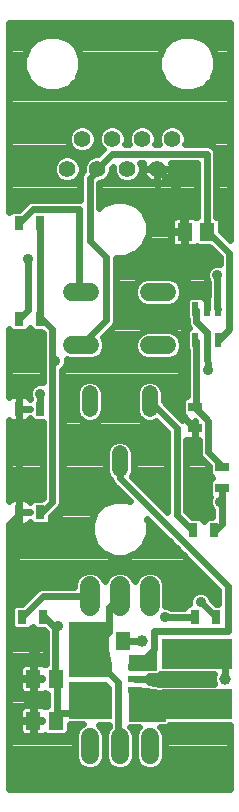
<source format=gtl>
G75*
%MOIN*%
%OFA0B0*%
%FSLAX24Y24*%
%IPPOS*%
%LPD*%
%AMOC8*
5,1,8,0,0,1.08239X$1,22.5*
%
%ADD10C,0.0650*%
%ADD11R,0.0472X0.0217*%
%ADD12R,0.0315X0.0472*%
%ADD13R,0.0512X0.0591*%
%ADD14R,0.2362X0.0984*%
%ADD15R,0.0472X0.0276*%
%ADD16C,0.0600*%
%ADD17C,0.0554*%
%ADD18C,0.0520*%
%ADD19R,0.0236X0.0472*%
%ADD20R,0.0472X0.0315*%
%ADD21C,0.0240*%
%ADD22C,0.0360*%
%ADD23C,0.0396*%
%ADD24C,0.0000*%
%ADD25C,0.0001*%
D10*
X003220Y006742D02*
X003220Y007391D01*
X004220Y007391D02*
X004220Y006742D01*
X005220Y006742D02*
X005220Y007391D01*
D11*
X004732Y004691D03*
X004732Y004317D03*
X004732Y003943D03*
X003708Y003943D03*
X003708Y004691D03*
D12*
X001674Y006367D03*
X000966Y006367D03*
X000866Y009867D03*
X001574Y009867D03*
X001574Y013317D03*
X000866Y013317D03*
X000866Y016317D03*
X001574Y016317D03*
X001574Y019517D03*
X000866Y019517D03*
X006666Y009267D03*
X007374Y009267D03*
X007424Y006367D03*
X006716Y006367D03*
D13*
X004344Y005567D03*
X003596Y005567D03*
X002094Y004317D03*
X001346Y004317D03*
X001346Y002917D03*
X002094Y002917D03*
X006396Y019217D03*
X007144Y019217D03*
D14*
X006789Y005153D03*
X006789Y003460D03*
D15*
X004998Y003117D03*
X003542Y003117D03*
D16*
X003220Y002367D02*
X003220Y001767D01*
X004220Y001767D02*
X004220Y002367D01*
X005220Y002367D02*
X005220Y001767D01*
X005200Y015427D02*
X005800Y015427D01*
X005800Y017207D02*
X005200Y017207D01*
X003240Y017207D02*
X002640Y017207D01*
X002640Y015427D02*
X003240Y015427D01*
D17*
X003470Y021317D03*
X002470Y021317D03*
X002970Y022317D03*
X003970Y022317D03*
X004970Y022317D03*
X005970Y022317D03*
X005470Y021317D03*
X004470Y021317D03*
D18*
X005220Y013827D02*
X005220Y013307D01*
X004220Y011827D02*
X004220Y011307D01*
X003220Y013307D02*
X003220Y013827D01*
D19*
X006746Y015602D03*
X007494Y015602D03*
X007494Y016631D03*
X007120Y016631D03*
X006746Y016631D03*
D20*
X006720Y013371D03*
X006720Y012662D03*
X007620Y011371D03*
X007620Y010662D03*
D21*
X000540Y009488D02*
X000540Y000637D01*
X007892Y000637D01*
X007892Y002768D01*
X005854Y002768D01*
X005803Y002717D01*
X005577Y002717D01*
X005644Y002650D01*
X005720Y002466D01*
X005720Y001667D01*
X005644Y001483D01*
X005503Y001343D01*
X005319Y001267D01*
X005121Y001267D01*
X004937Y001343D01*
X004796Y001483D01*
X004720Y001667D01*
X004720Y002466D01*
X004796Y002650D01*
X004863Y002717D01*
X004577Y002717D01*
X004644Y002650D01*
X004720Y002466D01*
X004720Y001667D01*
X004644Y001483D01*
X004503Y001343D01*
X004319Y001267D01*
X004121Y001267D01*
X003937Y001343D01*
X003796Y001483D01*
X003720Y001667D01*
X003720Y002466D01*
X003796Y002650D01*
X003850Y002704D01*
X003850Y002779D01*
X003515Y002779D01*
X003644Y002650D01*
X003720Y002466D01*
X003720Y001667D01*
X003644Y001483D01*
X003503Y001343D01*
X003319Y001267D01*
X003121Y001267D01*
X002937Y001343D01*
X002796Y001483D01*
X002720Y001667D01*
X002720Y002466D01*
X002796Y002650D01*
X002937Y002791D01*
X003000Y002817D01*
X002550Y002817D01*
X002550Y002539D01*
X002433Y002421D01*
X001755Y002421D01*
X001733Y002443D01*
X001687Y002416D01*
X001631Y002401D01*
X001354Y002401D01*
X001354Y002909D01*
X001354Y002925D01*
X001338Y002925D01*
X001338Y003432D01*
X001061Y003432D01*
X001005Y003417D01*
X000955Y003388D01*
X000914Y003347D01*
X000885Y003297D01*
X000870Y003241D01*
X000870Y002925D01*
X001338Y002925D01*
X001338Y002909D01*
X000870Y002909D01*
X000870Y002592D01*
X000885Y002536D01*
X000914Y002486D01*
X000955Y002445D01*
X001005Y002416D01*
X001061Y002401D01*
X001338Y002401D01*
X001338Y002909D01*
X001354Y002909D01*
X001638Y002909D01*
X001638Y002925D01*
X001354Y002925D01*
X001354Y003432D01*
X001631Y003432D01*
X001687Y003417D01*
X001733Y003390D01*
X001755Y003412D01*
X001800Y003412D01*
X001800Y003821D01*
X001755Y003821D01*
X001733Y003843D01*
X001687Y003816D01*
X001631Y003801D01*
X001354Y003801D01*
X001354Y004309D01*
X001354Y004325D01*
X001338Y004325D01*
X001338Y004832D01*
X001061Y004832D01*
X001005Y004817D01*
X000955Y004788D01*
X000914Y004747D01*
X000885Y004697D01*
X000870Y004641D01*
X000870Y004325D01*
X001338Y004325D01*
X001338Y004309D01*
X000870Y004309D01*
X000870Y003992D01*
X000885Y003936D01*
X000914Y003886D01*
X000955Y003845D01*
X001005Y003816D01*
X001061Y003801D01*
X001338Y003801D01*
X001338Y004309D01*
X001354Y004309D01*
X001638Y004309D01*
X001638Y004325D01*
X001354Y004325D01*
X001354Y004832D01*
X001631Y004832D01*
X001687Y004817D01*
X001733Y004790D01*
X001750Y004807D01*
X001750Y005884D01*
X001704Y005930D01*
X001434Y005930D01*
X001320Y006044D01*
X001206Y005930D01*
X000725Y005930D01*
X000608Y006048D01*
X000608Y006686D01*
X000725Y006803D01*
X000954Y006803D01*
X001399Y007248D01*
X001489Y007338D01*
X001606Y007387D01*
X002695Y007387D01*
X002695Y007496D01*
X002775Y007689D01*
X002923Y007836D01*
X003116Y007916D01*
X003324Y007916D01*
X003517Y007836D01*
X003665Y007689D01*
X003720Y007556D01*
X003775Y007689D01*
X003923Y007836D01*
X004116Y007916D01*
X004324Y007916D01*
X004517Y007836D01*
X004665Y007689D01*
X004720Y007556D01*
X004775Y007689D01*
X004923Y007836D01*
X005116Y007916D01*
X005324Y007916D01*
X005517Y007836D01*
X005665Y007689D01*
X005745Y007496D01*
X005745Y006747D01*
X005796Y006747D01*
X005935Y006689D01*
X005937Y006687D01*
X006359Y006687D01*
X006475Y006803D01*
X006540Y006803D01*
X006540Y006942D01*
X006598Y007082D01*
X006705Y007189D01*
X006844Y007247D01*
X006996Y007247D01*
X007135Y007189D01*
X007242Y007082D01*
X007300Y006942D01*
X007300Y006939D01*
X007436Y006803D01*
X007500Y006803D01*
X007500Y007284D01*
X005130Y009654D01*
X005190Y009510D01*
X005190Y009124D01*
X005042Y008767D01*
X004769Y008494D01*
X004413Y008347D01*
X004027Y008347D01*
X003671Y008494D01*
X003398Y008767D01*
X003250Y009124D01*
X003250Y009510D01*
X003398Y009866D01*
X003671Y010139D01*
X004027Y010287D01*
X004413Y010287D01*
X004557Y010227D01*
X004039Y010745D01*
X003949Y010835D01*
X003900Y010953D01*
X003900Y010976D01*
X003830Y011046D01*
X003760Y011215D01*
X003760Y011918D01*
X003830Y012087D01*
X003959Y012217D01*
X004128Y012287D01*
X004311Y012287D01*
X004481Y012217D01*
X004610Y012087D01*
X004680Y011918D01*
X004680Y011215D01*
X004620Y011070D01*
X005800Y009889D01*
X005800Y012534D01*
X005436Y012898D01*
X005311Y012847D01*
X005128Y012847D01*
X004959Y012917D01*
X004830Y013046D01*
X004760Y013215D01*
X004760Y013918D01*
X004830Y014087D01*
X004959Y014217D01*
X005128Y014287D01*
X005311Y014287D01*
X005481Y014217D01*
X005610Y014087D01*
X005680Y013918D01*
X005680Y013559D01*
X006299Y012940D01*
X006308Y012955D01*
X006349Y012996D01*
X006393Y013021D01*
X006284Y013131D01*
X006284Y013611D01*
X006401Y013728D01*
X006450Y013728D01*
X006450Y015261D01*
X006428Y015283D01*
X006428Y015561D01*
X006420Y015602D01*
X006428Y015643D01*
X006428Y015922D01*
X006520Y016014D01*
X006499Y016035D01*
X006450Y016153D01*
X006450Y016290D01*
X006428Y016312D01*
X006428Y016583D01*
X006420Y016613D01*
X006428Y016667D01*
X006428Y016950D01*
X006545Y017067D01*
X006908Y017067D01*
X006917Y017072D01*
X006973Y017087D01*
X007120Y017087D01*
X007120Y016631D01*
X007120Y017087D01*
X007150Y017087D01*
X007150Y017549D01*
X007148Y017551D01*
X007090Y017691D01*
X007090Y017842D01*
X007148Y017982D01*
X007255Y018089D01*
X007394Y018147D01*
X007546Y018147D01*
X007550Y018145D01*
X007550Y018384D01*
X007213Y018721D01*
X006805Y018721D01*
X006783Y018743D01*
X006737Y018716D01*
X006681Y018701D01*
X006404Y018701D01*
X006404Y019209D01*
X006388Y019209D01*
X005920Y019209D01*
X005920Y018892D01*
X005935Y018836D01*
X005964Y018786D01*
X006005Y018745D01*
X006055Y018716D01*
X006111Y018701D01*
X006388Y018701D01*
X006388Y019209D01*
X006388Y019225D01*
X006388Y019732D01*
X006111Y019732D01*
X006055Y019717D01*
X006005Y019688D01*
X005964Y019647D01*
X005935Y019597D01*
X005920Y019541D01*
X005920Y019225D01*
X006388Y019225D01*
X006404Y019225D01*
X006404Y019732D01*
X006681Y019732D01*
X006737Y019717D01*
X006783Y019690D01*
X006800Y019707D01*
X006800Y021497D01*
X005934Y021497D01*
X005955Y021433D01*
X005967Y021356D01*
X005967Y021317D01*
X005470Y021317D01*
X005470Y021317D01*
X005470Y021317D01*
X004973Y021317D01*
X004973Y021356D01*
X004985Y021433D01*
X005006Y021497D01*
X004912Y021497D01*
X004947Y021412D01*
X004947Y021222D01*
X004875Y021046D01*
X004740Y020912D01*
X004565Y020840D01*
X004375Y020840D01*
X004200Y020912D01*
X004065Y021046D01*
X003993Y021222D01*
X003993Y021387D01*
X003947Y021341D01*
X003947Y021222D01*
X003875Y021046D01*
X003740Y020912D01*
X003565Y020840D01*
X003540Y020840D01*
X003540Y020008D01*
X003671Y020139D01*
X004027Y020287D01*
X004413Y020287D01*
X004769Y020139D01*
X005042Y019866D01*
X005190Y019510D01*
X005190Y019124D01*
X005042Y018767D01*
X004769Y018494D01*
X004413Y018347D01*
X004090Y018347D01*
X004090Y016203D01*
X004041Y016085D01*
X003951Y015995D01*
X003664Y015709D01*
X003740Y015526D01*
X003740Y015327D01*
X003664Y015143D01*
X003523Y015003D01*
X003339Y014927D01*
X002541Y014927D01*
X002450Y014964D01*
X002450Y014841D01*
X002392Y014701D01*
X002290Y014599D01*
X002290Y010153D01*
X002241Y010035D01*
X002151Y009945D01*
X001932Y009726D01*
X001932Y009548D01*
X001815Y009430D01*
X001334Y009430D01*
X001225Y009540D01*
X001199Y009495D01*
X001158Y009454D01*
X001108Y009425D01*
X001052Y009410D01*
X000866Y009410D01*
X000866Y009867D01*
X001217Y009867D01*
X001217Y009867D01*
X000866Y009867D01*
X000866Y009867D01*
X000866Y009867D01*
X000866Y010323D01*
X001052Y010323D01*
X001108Y010308D01*
X001158Y010279D01*
X001199Y010238D01*
X001225Y010194D01*
X001334Y010303D01*
X001604Y010303D01*
X001650Y010349D01*
X001650Y012880D01*
X001334Y012880D01*
X001225Y012990D01*
X001199Y012945D01*
X001158Y012904D01*
X001108Y012875D01*
X001052Y012860D01*
X000866Y012860D01*
X000866Y013317D01*
X000866Y013317D01*
X000866Y013773D01*
X001052Y013773D01*
X001108Y013758D01*
X001158Y013729D01*
X001199Y013688D01*
X001225Y013644D01*
X001229Y013648D01*
X001190Y013741D01*
X001190Y013892D01*
X001248Y014032D01*
X001355Y014139D01*
X001494Y014197D01*
X001646Y014197D01*
X001650Y014195D01*
X001650Y015834D01*
X001604Y015880D01*
X001334Y015880D01*
X001220Y015994D01*
X001106Y015880D01*
X000625Y015880D01*
X000540Y015966D01*
X000540Y013696D01*
X000573Y013729D01*
X000623Y013758D01*
X000679Y013773D01*
X000866Y013773D01*
X000866Y013317D01*
X001217Y013317D01*
X001217Y013317D01*
X000866Y013317D01*
X000866Y013317D01*
X000870Y013317D01*
X000870Y009867D01*
X000866Y009867D01*
X000866Y010323D01*
X000679Y010323D01*
X000623Y010308D01*
X000573Y010279D01*
X000540Y010246D01*
X000540Y012938D01*
X000573Y012904D01*
X000623Y012875D01*
X000679Y012860D01*
X000866Y012860D01*
X000866Y013317D01*
X000866Y013317D01*
X000866Y013434D02*
X000866Y013434D01*
X000866Y013196D02*
X000866Y013196D01*
X000866Y012957D02*
X000866Y012957D01*
X001206Y012957D02*
X001257Y012957D01*
X001650Y012719D02*
X000540Y012719D01*
X000540Y012480D02*
X001650Y012480D01*
X001650Y012242D02*
X000540Y012242D01*
X000540Y012003D02*
X001650Y012003D01*
X001650Y011765D02*
X000540Y011765D01*
X000540Y011526D02*
X001650Y011526D01*
X001650Y011288D02*
X000540Y011288D01*
X000540Y011049D02*
X001650Y011049D01*
X001650Y010811D02*
X000540Y010811D01*
X000540Y010572D02*
X001650Y010572D01*
X001634Y010334D02*
X000540Y010334D01*
X000866Y010095D02*
X000866Y010095D01*
X000866Y009867D02*
X000820Y009767D01*
X000570Y009517D01*
X000570Y008267D01*
X000670Y008267D01*
X002320Y009917D01*
X002320Y014317D01*
X006170Y014317D01*
X006270Y014317D01*
X006270Y013117D01*
X006720Y012667D01*
X006720Y012662D01*
X006720Y012285D01*
X006850Y012285D01*
X006850Y011803D01*
X006899Y011685D01*
X006989Y011595D01*
X007184Y011400D01*
X007184Y011131D01*
X007298Y011017D01*
X007184Y010903D01*
X007184Y010422D01*
X007226Y010380D01*
X007190Y010292D01*
X007190Y010141D01*
X007248Y010001D01*
X007300Y009949D01*
X007300Y009703D01*
X007134Y009703D01*
X007020Y009589D01*
X006906Y009703D01*
X006636Y009703D01*
X006440Y009899D01*
X006440Y012289D01*
X006455Y012285D01*
X006720Y012285D01*
X006720Y012662D01*
X006720Y012662D01*
X006720Y012914D01*
X006720Y012914D01*
X006720Y012662D01*
X006720Y012662D01*
X006720Y012719D02*
X006720Y012719D01*
X006720Y012480D02*
X006720Y012480D01*
X006850Y012242D02*
X006440Y012242D01*
X006440Y012003D02*
X006850Y012003D01*
X006866Y011765D02*
X006440Y011765D01*
X006440Y011526D02*
X007058Y011526D01*
X007184Y011288D02*
X006440Y011288D01*
X006440Y011049D02*
X007265Y011049D01*
X007184Y010811D02*
X006440Y010811D01*
X006440Y010572D02*
X007184Y010572D01*
X007207Y010334D02*
X006440Y010334D01*
X006440Y010095D02*
X007209Y010095D01*
X007300Y009857D02*
X006483Y009857D01*
X006120Y009767D02*
X006120Y012667D01*
X005220Y013567D01*
X005680Y013673D02*
X006345Y013673D01*
X006284Y013434D02*
X005805Y013434D01*
X006044Y013196D02*
X006284Y013196D01*
X006282Y012957D02*
X006310Y012957D01*
X005800Y012480D02*
X002290Y012480D01*
X002290Y012242D02*
X004020Y012242D01*
X003795Y012003D02*
X002290Y012003D01*
X002290Y011765D02*
X003760Y011765D01*
X003760Y011526D02*
X002290Y011526D01*
X002290Y011288D02*
X003760Y011288D01*
X003829Y011049D02*
X002290Y011049D01*
X002290Y010811D02*
X003973Y010811D01*
X004220Y011017D02*
X004220Y011567D01*
X004680Y011526D02*
X005800Y011526D01*
X005800Y011288D02*
X004680Y011288D01*
X004640Y011049D02*
X005800Y011049D01*
X005800Y010811D02*
X004879Y010811D01*
X005117Y010572D02*
X005800Y010572D01*
X005800Y010334D02*
X005356Y010334D01*
X005594Y010095D02*
X005800Y010095D01*
X006120Y009767D02*
X006620Y009267D01*
X006666Y009267D01*
X006991Y009618D02*
X007049Y009618D01*
X007374Y009267D02*
X007420Y009267D01*
X007620Y009467D01*
X007620Y010217D01*
X007570Y010217D01*
X007620Y010217D02*
X007620Y010617D01*
X007620Y010662D01*
X007620Y011371D02*
X007620Y011417D01*
X007170Y011867D01*
X007170Y012917D01*
X006720Y013367D01*
X006720Y013371D01*
X006770Y013467D01*
X006770Y015567D01*
X006746Y015602D01*
X006424Y015581D02*
X006277Y015581D01*
X006300Y015526D02*
X006224Y015710D01*
X006083Y015851D01*
X005899Y015927D01*
X005101Y015927D01*
X004917Y015851D01*
X004776Y015710D01*
X004700Y015526D01*
X004700Y015327D01*
X004776Y015143D01*
X004917Y015003D01*
X005101Y014927D01*
X005899Y014927D01*
X006083Y015003D01*
X006224Y015143D01*
X006300Y015327D01*
X006300Y015526D01*
X006300Y015342D02*
X006428Y015342D01*
X006370Y015267D02*
X006370Y017567D01*
X006470Y017567D01*
X007120Y016917D01*
X007120Y016667D01*
X007120Y016631D01*
X007120Y016631D01*
X007120Y016773D02*
X007120Y016773D01*
X007120Y017012D02*
X007120Y017012D01*
X007150Y017250D02*
X006300Y017250D01*
X006300Y017306D02*
X006300Y017107D01*
X006224Y016923D01*
X006083Y016783D01*
X005899Y016707D01*
X005101Y016707D01*
X004917Y016783D01*
X004776Y016923D01*
X004700Y017107D01*
X004700Y017306D01*
X004776Y017490D01*
X004917Y017631D01*
X005101Y017707D01*
X005899Y017707D01*
X006083Y017631D01*
X006224Y017490D01*
X006300Y017306D01*
X006224Y017489D02*
X007150Y017489D01*
X007090Y017727D02*
X004090Y017727D01*
X004090Y017489D02*
X004776Y017489D01*
X004700Y017250D02*
X004090Y017250D01*
X004090Y017012D02*
X004740Y017012D01*
X004940Y016773D02*
X004090Y016773D01*
X004090Y016535D02*
X006428Y016535D01*
X006428Y016773D02*
X006060Y016773D01*
X006260Y017012D02*
X006490Y017012D01*
X006746Y016631D02*
X006770Y016617D01*
X006770Y016217D01*
X007120Y015867D01*
X007120Y015167D01*
X007170Y014617D01*
X006450Y014627D02*
X002317Y014627D01*
X002290Y014388D02*
X006450Y014388D01*
X006270Y014317D02*
X006270Y015167D01*
X006370Y015267D01*
X006450Y015104D02*
X006184Y015104D01*
X006450Y014865D02*
X002450Y014865D01*
X002070Y014917D02*
X001970Y014917D01*
X001970Y010217D01*
X001620Y009867D01*
X001574Y009867D01*
X001932Y009618D02*
X003295Y009618D01*
X003250Y009380D02*
X000540Y009380D01*
X000573Y009454D02*
X000623Y009425D01*
X000679Y009410D01*
X000866Y009410D01*
X000866Y009867D01*
X000866Y009867D01*
X000866Y009857D02*
X000866Y009857D01*
X000866Y009618D02*
X000866Y009618D01*
X000573Y009454D02*
X000540Y009488D01*
X000540Y009141D02*
X003250Y009141D01*
X003342Y008903D02*
X000540Y008903D01*
X000540Y008664D02*
X003501Y008664D01*
X003836Y008426D02*
X000540Y008426D01*
X000570Y008267D02*
X000570Y006017D01*
X001620Y004967D01*
X001370Y005167D01*
X001370Y004567D01*
X001370Y004317D01*
X001346Y004317D01*
X001370Y004217D01*
X001370Y002917D01*
X001346Y002917D01*
X001338Y002940D02*
X001354Y002940D01*
X001338Y002702D02*
X001354Y002702D01*
X001338Y002463D02*
X001354Y002463D01*
X000937Y002463D02*
X000540Y002463D01*
X000540Y002225D02*
X002720Y002225D01*
X002720Y002463D02*
X002475Y002463D01*
X002550Y002702D02*
X002848Y002702D01*
X002720Y001986D02*
X000540Y001986D01*
X000540Y001748D02*
X002720Y001748D01*
X002785Y001509D02*
X000540Y001509D01*
X000540Y001271D02*
X003111Y001271D01*
X003329Y001271D02*
X004111Y001271D01*
X004329Y001271D02*
X005111Y001271D01*
X005329Y001271D02*
X007892Y001271D01*
X007892Y001509D02*
X005655Y001509D01*
X005720Y001748D02*
X007892Y001748D01*
X007892Y001986D02*
X005720Y001986D01*
X005720Y002225D02*
X007892Y002225D01*
X007892Y002463D02*
X005720Y002463D01*
X005592Y002702D02*
X007892Y002702D01*
X006770Y003167D02*
X006770Y003367D01*
X006789Y003460D01*
X006770Y003167D02*
X005070Y003167D01*
X004998Y003117D01*
X004970Y003117D01*
X004770Y003317D01*
X004770Y003917D01*
X004732Y003943D01*
X004732Y004317D02*
X004732Y004317D01*
X005188Y004317D01*
X005188Y004417D01*
X005503Y004417D01*
X005547Y004461D01*
X007349Y004461D01*
X007322Y004396D01*
X007322Y004237D01*
X007357Y004152D01*
X005525Y004152D01*
X005520Y004147D01*
X005188Y004195D01*
X005188Y004317D01*
X004732Y004317D01*
X004770Y004317D01*
X005270Y004317D01*
X005188Y004371D02*
X007322Y004371D01*
X007720Y004317D02*
X007720Y005067D01*
X006789Y005067D01*
X006789Y005153D01*
X007820Y005917D02*
X007820Y007417D01*
X004220Y011017D01*
X004212Y010572D02*
X002290Y010572D01*
X002290Y010334D02*
X004450Y010334D01*
X003627Y010095D02*
X002266Y010095D01*
X002063Y009857D02*
X003394Y009857D01*
X004604Y008426D02*
X006358Y008426D01*
X006120Y008664D02*
X004939Y008664D01*
X005098Y008903D02*
X005881Y008903D01*
X005643Y009141D02*
X005190Y009141D01*
X005190Y009380D02*
X005404Y009380D01*
X005166Y009618D02*
X005145Y009618D01*
X006597Y008187D02*
X000540Y008187D01*
X000540Y007949D02*
X006835Y007949D01*
X007074Y007710D02*
X005643Y007710D01*
X005745Y007472D02*
X007312Y007472D01*
X007500Y007233D02*
X007028Y007233D01*
X006812Y007233D02*
X005745Y007233D01*
X005745Y006995D02*
X006562Y006995D01*
X006429Y006756D02*
X005745Y006756D01*
X005720Y006367D02*
X006670Y006367D01*
X006716Y006367D01*
X006920Y006867D02*
X007420Y006367D01*
X007424Y006367D01*
X007820Y005917D02*
X005370Y005917D01*
X005370Y005667D01*
X005370Y005317D01*
X004770Y004717D01*
X004732Y004691D01*
X004170Y004217D02*
X003770Y004617D01*
X003708Y004691D01*
X003670Y004717D01*
X003620Y004767D01*
X003620Y005567D01*
X003596Y005567D01*
X003670Y005667D01*
X003870Y005867D01*
X003870Y006717D01*
X004220Y007067D01*
X004643Y007710D02*
X004797Y007710D01*
X003797Y007710D02*
X003643Y007710D01*
X003220Y007067D02*
X001670Y007067D01*
X000970Y006367D01*
X000966Y006367D01*
X001316Y006041D02*
X001324Y006041D01*
X001674Y006367D02*
X001720Y006367D01*
X002070Y006017D01*
X002170Y006067D01*
X002070Y006017D02*
X002070Y004317D01*
X002094Y004317D01*
X002120Y004217D01*
X002120Y002917D01*
X002094Y002917D01*
X002220Y003167D01*
X003470Y003167D01*
X003542Y003117D01*
X003570Y003117D01*
X003670Y003217D01*
X003670Y003917D01*
X003708Y003943D01*
X004170Y004217D02*
X004170Y002117D01*
X004220Y002067D01*
X004720Y001986D02*
X004720Y001986D01*
X004720Y001748D02*
X004720Y001748D01*
X004655Y001509D02*
X004785Y001509D01*
X004720Y002225D02*
X004720Y002225D01*
X004720Y002463D02*
X004720Y002463D01*
X004592Y002702D02*
X004848Y002702D01*
X003848Y002702D02*
X003592Y002702D01*
X003720Y002463D02*
X003720Y002463D01*
X003720Y002225D02*
X003720Y002225D01*
X003720Y001986D02*
X003720Y001986D01*
X003720Y001748D02*
X003720Y001748D01*
X003655Y001509D02*
X003785Y001509D01*
X001800Y003417D02*
X001686Y003417D01*
X001800Y003656D02*
X000540Y003656D01*
X000540Y003894D02*
X000909Y003894D01*
X000870Y004133D02*
X000540Y004133D01*
X000540Y004371D02*
X000870Y004371D01*
X000870Y004610D02*
X000540Y004610D01*
X000540Y004848D02*
X001750Y004848D01*
X001750Y005087D02*
X000540Y005087D01*
X000540Y005325D02*
X001750Y005325D01*
X001750Y005564D02*
X000540Y005564D01*
X000540Y005802D02*
X001750Y005802D01*
X000615Y006041D02*
X000540Y006041D01*
X000540Y006279D02*
X000608Y006279D01*
X000608Y006518D02*
X000540Y006518D01*
X000540Y006756D02*
X000679Y006756D01*
X000540Y006995D02*
X001145Y006995D01*
X001384Y007233D02*
X000540Y007233D01*
X000540Y007472D02*
X002695Y007472D01*
X002797Y007710D02*
X000540Y007710D01*
X001338Y004610D02*
X001354Y004610D01*
X001338Y004371D02*
X001354Y004371D01*
X001338Y004133D02*
X001354Y004133D01*
X001338Y003894D02*
X001354Y003894D01*
X001338Y003417D02*
X001354Y003417D01*
X001338Y003179D02*
X001354Y003179D01*
X001006Y003417D02*
X000540Y003417D01*
X000540Y003179D02*
X000870Y003179D01*
X000870Y002940D02*
X000540Y002940D01*
X000540Y002702D02*
X000870Y002702D01*
X000540Y001032D02*
X007892Y001032D01*
X007892Y000794D02*
X000540Y000794D01*
X004344Y005567D02*
X004970Y005567D01*
X007278Y006995D02*
X007500Y006995D01*
X005800Y011765D02*
X004680Y011765D01*
X004645Y012003D02*
X005800Y012003D01*
X005800Y012242D02*
X004420Y012242D01*
X004919Y012957D02*
X003521Y012957D01*
X003481Y012917D02*
X003610Y013046D01*
X003680Y013215D01*
X003680Y013918D01*
X003610Y014087D01*
X003481Y014217D01*
X003311Y014287D01*
X003128Y014287D01*
X002959Y014217D01*
X002830Y014087D01*
X002760Y013918D01*
X002760Y013215D01*
X002830Y013046D01*
X002959Y012917D01*
X003128Y012847D01*
X003311Y012847D01*
X003481Y012917D01*
X003672Y013196D02*
X004768Y013196D01*
X004760Y013434D02*
X003680Y013434D01*
X003680Y013673D02*
X004760Y013673D01*
X004760Y013911D02*
X003680Y013911D01*
X003548Y014150D02*
X004892Y014150D01*
X005548Y014150D02*
X006450Y014150D01*
X006450Y013911D02*
X005680Y013911D01*
X005615Y012719D02*
X002290Y012719D01*
X002290Y012957D02*
X002919Y012957D01*
X002768Y013196D02*
X002290Y013196D01*
X002290Y013434D02*
X002760Y013434D01*
X002760Y013673D02*
X002290Y013673D01*
X002290Y013911D02*
X002760Y013911D01*
X002892Y014150D02*
X002290Y014150D01*
X001650Y014388D02*
X000540Y014388D01*
X000540Y014150D02*
X001381Y014150D01*
X001198Y013911D02*
X000540Y013911D01*
X000866Y013673D02*
X000866Y013673D01*
X001208Y013673D02*
X001218Y013673D01*
X001570Y013817D02*
X001570Y013317D01*
X001574Y013317D01*
X001650Y014627D02*
X000540Y014627D01*
X000540Y014865D02*
X001650Y014865D01*
X001650Y015104D02*
X000540Y015104D01*
X000540Y015342D02*
X001650Y015342D01*
X001650Y015581D02*
X000540Y015581D01*
X000540Y015819D02*
X001650Y015819D01*
X001970Y015967D02*
X001620Y016317D01*
X001574Y016317D01*
X001570Y016417D01*
X001570Y019517D01*
X001574Y019517D01*
X001320Y019967D02*
X002870Y019967D01*
X002870Y017267D01*
X002920Y017217D01*
X002940Y017207D01*
X003770Y016267D02*
X003770Y018367D01*
X003220Y018917D01*
X003220Y021017D01*
X003420Y021217D01*
X003470Y021317D01*
X003970Y021817D01*
X007120Y021817D01*
X007120Y019317D01*
X007144Y019217D01*
X007170Y019217D01*
X007870Y018517D01*
X007870Y015967D01*
X007520Y015617D01*
X007494Y015602D01*
X006428Y015819D02*
X006115Y015819D01*
X006489Y016058D02*
X004014Y016058D01*
X004090Y016296D02*
X006443Y016296D01*
X007470Y016667D02*
X007494Y016631D01*
X007470Y016667D02*
X007470Y017767D01*
X007141Y017966D02*
X004090Y017966D01*
X004090Y018204D02*
X007550Y018204D01*
X007491Y018443D02*
X004645Y018443D01*
X004956Y018681D02*
X007253Y018681D01*
X007681Y019158D02*
X007892Y019158D01*
X007892Y018947D02*
X007600Y019239D01*
X007600Y019595D01*
X007483Y019712D01*
X007440Y019712D01*
X007440Y021880D01*
X007391Y021998D01*
X007301Y022088D01*
X007184Y022137D01*
X006412Y022137D01*
X006447Y022222D01*
X006447Y022412D01*
X006375Y022587D01*
X006240Y022721D01*
X006065Y022794D01*
X005875Y022794D01*
X005700Y022721D01*
X005565Y022587D01*
X005493Y022412D01*
X005493Y022222D01*
X005528Y022137D01*
X005412Y022137D01*
X005447Y022222D01*
X005447Y022412D01*
X005375Y022587D01*
X005240Y022721D01*
X005065Y022794D01*
X004875Y022794D01*
X004700Y022721D01*
X004565Y022587D01*
X004493Y022412D01*
X004493Y022222D01*
X004528Y022137D01*
X004412Y022137D01*
X004447Y022222D01*
X004447Y022412D01*
X004375Y022587D01*
X004240Y022721D01*
X004065Y022794D01*
X003875Y022794D01*
X003700Y022721D01*
X003565Y022587D01*
X003493Y022412D01*
X003493Y022222D01*
X003565Y022046D01*
X003656Y021956D01*
X003495Y021794D01*
X003375Y021794D01*
X003200Y021721D01*
X003065Y021587D01*
X002993Y021412D01*
X002993Y021242D01*
X002949Y021198D01*
X002900Y021080D01*
X002900Y020287D01*
X001256Y020287D01*
X001139Y020238D01*
X001049Y020148D01*
X000854Y019953D01*
X000625Y019953D01*
X000540Y019868D01*
X000540Y026167D01*
X007892Y026167D01*
X007892Y018947D01*
X007892Y019397D02*
X007600Y019397D01*
X007560Y019635D02*
X007892Y019635D01*
X007892Y019874D02*
X007440Y019874D01*
X007440Y020112D02*
X007892Y020112D01*
X007892Y020351D02*
X007440Y020351D01*
X007440Y020589D02*
X007892Y020589D01*
X007892Y020828D02*
X007440Y020828D01*
X007440Y021066D02*
X007892Y021066D01*
X007892Y021305D02*
X007440Y021305D01*
X007440Y021543D02*
X007892Y021543D01*
X007892Y021782D02*
X007440Y021782D01*
X007369Y022020D02*
X007892Y022020D01*
X007892Y022259D02*
X006447Y022259D01*
X006412Y022497D02*
X007892Y022497D01*
X007892Y022736D02*
X006205Y022736D01*
X005735Y022736D02*
X005205Y022736D01*
X005412Y022497D02*
X005528Y022497D01*
X005493Y022259D02*
X005447Y022259D01*
X004735Y022736D02*
X004205Y022736D01*
X004412Y022497D02*
X004528Y022497D01*
X004493Y022259D02*
X004447Y022259D01*
X003735Y022736D02*
X003205Y022736D01*
X003240Y022721D02*
X003065Y022794D01*
X002875Y022794D01*
X002700Y022721D01*
X002565Y022587D01*
X002493Y022412D01*
X002493Y022222D01*
X002565Y022046D01*
X002700Y021912D01*
X002875Y021840D01*
X003065Y021840D01*
X003240Y021912D01*
X003375Y022046D01*
X003447Y022222D01*
X003447Y022412D01*
X003375Y022587D01*
X003240Y022721D01*
X003412Y022497D02*
X003528Y022497D01*
X003493Y022259D02*
X003447Y022259D01*
X003348Y022020D02*
X003592Y022020D01*
X003346Y021782D02*
X002594Y021782D01*
X002565Y021794D02*
X002375Y021794D01*
X002200Y021721D01*
X002065Y021587D01*
X001993Y021412D01*
X001993Y021222D01*
X002065Y021046D01*
X002200Y020912D01*
X002375Y020840D01*
X002565Y020840D01*
X002740Y020912D01*
X002875Y021046D01*
X002947Y021222D01*
X002947Y021412D01*
X002875Y021587D01*
X002740Y021721D01*
X002565Y021794D01*
X002346Y021782D02*
X000540Y021782D01*
X000540Y022020D02*
X002592Y022020D01*
X002493Y022259D02*
X000540Y022259D01*
X000540Y022497D02*
X002528Y022497D01*
X002735Y022736D02*
X000540Y022736D01*
X000540Y022974D02*
X007892Y022974D01*
X007892Y023213D02*
X000540Y023213D01*
X000540Y023451D02*
X007892Y023451D01*
X007892Y023690D02*
X000540Y023690D01*
X000540Y023928D02*
X001606Y023928D01*
X001779Y023857D02*
X002161Y023857D01*
X002514Y024003D01*
X002784Y024273D01*
X002930Y024626D01*
X002930Y025008D01*
X002784Y025360D01*
X002514Y025631D01*
X002161Y025777D01*
X001779Y025777D01*
X001426Y025631D01*
X001156Y025360D01*
X001010Y025008D01*
X001010Y024626D01*
X001156Y024273D01*
X001426Y024003D01*
X001779Y023857D01*
X002334Y023928D02*
X006106Y023928D01*
X006279Y023857D02*
X006661Y023857D01*
X007014Y024003D01*
X007284Y024273D01*
X007430Y024626D01*
X007430Y025008D01*
X007284Y025360D01*
X007014Y025631D01*
X006661Y025777D01*
X006279Y025777D01*
X005926Y025631D01*
X005656Y025360D01*
X005510Y025008D01*
X005510Y024626D01*
X005656Y024273D01*
X005926Y024003D01*
X006279Y023857D01*
X005762Y024167D02*
X002678Y024167D01*
X002839Y024405D02*
X005601Y024405D01*
X005510Y024644D02*
X002930Y024644D01*
X002930Y024882D02*
X005510Y024882D01*
X005557Y025121D02*
X002883Y025121D01*
X002784Y025359D02*
X005656Y025359D01*
X005893Y025598D02*
X002547Y025598D01*
X001393Y025598D02*
X000540Y025598D01*
X000540Y025836D02*
X007892Y025836D01*
X007892Y025598D02*
X007047Y025598D01*
X007284Y025359D02*
X007892Y025359D01*
X007892Y025121D02*
X007383Y025121D01*
X007430Y024882D02*
X007892Y024882D01*
X007892Y024644D02*
X007430Y024644D01*
X007339Y024405D02*
X007892Y024405D01*
X007892Y024167D02*
X007178Y024167D01*
X006834Y023928D02*
X007892Y023928D01*
X007892Y026075D02*
X000540Y026075D01*
X000540Y025359D02*
X001156Y025359D01*
X001057Y025121D02*
X000540Y025121D01*
X000540Y024882D02*
X001010Y024882D01*
X001010Y024644D02*
X000540Y024644D01*
X000540Y024405D02*
X001101Y024405D01*
X001262Y024167D02*
X000540Y024167D01*
X000540Y021543D02*
X002047Y021543D01*
X001993Y021305D02*
X000540Y021305D01*
X000540Y021066D02*
X002057Y021066D01*
X002883Y021066D02*
X002900Y021066D01*
X002900Y020828D02*
X000540Y020828D01*
X000540Y020589D02*
X002900Y020589D01*
X002900Y020351D02*
X000540Y020351D01*
X000540Y020112D02*
X001013Y020112D01*
X001320Y019967D02*
X000870Y019517D01*
X000866Y019517D01*
X000546Y019874D02*
X000540Y019874D01*
X001170Y018317D02*
X001170Y016617D01*
X000870Y016317D01*
X000866Y016317D01*
X001970Y015967D02*
X001970Y014917D01*
X002940Y015427D02*
X002970Y015467D01*
X003770Y016267D01*
X003775Y015819D02*
X004885Y015819D01*
X004723Y015581D02*
X003717Y015581D01*
X003740Y015342D02*
X004700Y015342D01*
X004816Y015104D02*
X003624Y015104D01*
X006370Y017567D02*
X006370Y019217D01*
X006396Y019217D01*
X006320Y019317D01*
X006320Y020467D01*
X005470Y021317D01*
X005967Y021317D01*
X005967Y021278D01*
X005955Y021200D01*
X005931Y021126D01*
X005895Y021056D01*
X005849Y020993D01*
X005794Y020937D01*
X005731Y020891D01*
X005661Y020856D01*
X005586Y020832D01*
X005509Y020820D01*
X005470Y020820D01*
X005470Y021317D01*
X004973Y021317D01*
X004973Y021278D01*
X004985Y021200D01*
X005009Y021126D01*
X005045Y021056D01*
X005091Y020993D01*
X005146Y020937D01*
X005209Y020891D01*
X005279Y020856D01*
X005354Y020832D01*
X005431Y020820D01*
X005470Y020819D01*
X005470Y021317D01*
X005470Y021317D01*
X005470Y021305D02*
X005470Y021305D01*
X005470Y021066D02*
X005470Y021066D01*
X005470Y020828D02*
X005470Y020828D01*
X005561Y020828D02*
X006800Y020828D01*
X006800Y021066D02*
X005900Y021066D01*
X005967Y021305D02*
X006800Y021305D01*
X006800Y020589D02*
X003540Y020589D01*
X003540Y020351D02*
X006800Y020351D01*
X006800Y020112D02*
X004796Y020112D01*
X005035Y019874D02*
X006800Y019874D01*
X006404Y019635D02*
X006388Y019635D01*
X006388Y019397D02*
X006404Y019397D01*
X006388Y019158D02*
X006404Y019158D01*
X006388Y018920D02*
X006404Y018920D01*
X005920Y018920D02*
X005105Y018920D01*
X005190Y019158D02*
X005920Y019158D01*
X005920Y019397D02*
X005190Y019397D01*
X005138Y019635D02*
X005957Y019635D01*
X005379Y020828D02*
X003540Y020828D01*
X003883Y021066D02*
X004057Y021066D01*
X003993Y021305D02*
X003947Y021305D01*
X003047Y021543D02*
X002893Y021543D01*
X002947Y021305D02*
X002993Y021305D01*
X003540Y020112D02*
X003644Y020112D01*
X004883Y021066D02*
X005040Y021066D01*
X004973Y021305D02*
X004947Y021305D01*
D22*
X001820Y023017D03*
X001170Y018317D03*
X002070Y014917D03*
X001570Y013817D03*
X007170Y014617D03*
X007470Y017767D03*
X007570Y010217D03*
X006920Y006867D03*
X005720Y006367D03*
X005720Y004317D03*
X005270Y004317D03*
X006120Y004317D03*
X006520Y004317D03*
X006920Y004317D03*
X002170Y006067D03*
X001370Y005167D03*
D23*
X004970Y005567D03*
X007720Y004317D03*
D24*
X005720Y003917D02*
X005720Y002917D01*
X004520Y002917D01*
X004520Y004017D01*
X005020Y004017D01*
X005720Y003917D01*
X005420Y004617D02*
X004520Y004617D01*
X004520Y005117D01*
X005120Y005117D01*
X005420Y005217D01*
X005420Y004617D01*
X003920Y004817D02*
X003920Y004417D01*
X002520Y004417D01*
X002520Y006217D01*
X003820Y006217D01*
X003820Y005317D01*
X003920Y004817D01*
X003720Y004217D02*
X003920Y004017D01*
X003920Y003017D01*
X002520Y003017D01*
X002520Y004217D01*
X003720Y004217D01*
D25*
X003721Y004216D02*
X002520Y004216D01*
X002520Y004215D02*
X003722Y004215D01*
X003723Y004214D02*
X002520Y004214D01*
X002520Y004213D02*
X003724Y004213D01*
X003725Y004212D02*
X002520Y004212D01*
X002520Y004211D02*
X003726Y004211D01*
X003727Y004210D02*
X002520Y004210D01*
X002520Y004209D02*
X003728Y004209D01*
X003729Y004208D02*
X002520Y004208D01*
X002520Y004207D02*
X003730Y004207D01*
X003731Y004206D02*
X002520Y004206D01*
X002520Y004205D02*
X003732Y004205D01*
X003733Y004204D02*
X002520Y004204D01*
X002520Y004203D02*
X003734Y004203D01*
X003735Y004202D02*
X002520Y004202D01*
X002520Y004201D02*
X003736Y004201D01*
X003737Y004200D02*
X002520Y004200D01*
X002520Y004199D02*
X003738Y004199D01*
X003739Y004198D02*
X002520Y004198D01*
X002520Y004197D02*
X003740Y004197D01*
X003741Y004196D02*
X002520Y004196D01*
X002520Y004195D02*
X003742Y004195D01*
X003743Y004194D02*
X002520Y004194D01*
X002520Y004193D02*
X003744Y004193D01*
X003745Y004192D02*
X002520Y004192D01*
X002520Y004191D02*
X003746Y004191D01*
X003747Y004190D02*
X002520Y004190D01*
X002520Y004189D02*
X003748Y004189D01*
X003749Y004188D02*
X002520Y004188D01*
X002520Y004187D02*
X003750Y004187D01*
X003751Y004186D02*
X002520Y004186D01*
X002520Y004185D02*
X003752Y004185D01*
X003753Y004184D02*
X002520Y004184D01*
X002520Y004183D02*
X003754Y004183D01*
X003755Y004182D02*
X002520Y004182D01*
X002520Y004181D02*
X003756Y004181D01*
X003757Y004180D02*
X002520Y004180D01*
X002520Y004179D02*
X003758Y004179D01*
X003759Y004178D02*
X002520Y004178D01*
X002520Y004177D02*
X003760Y004177D01*
X003761Y004176D02*
X002520Y004176D01*
X002520Y004175D02*
X003762Y004175D01*
X003763Y004174D02*
X002520Y004174D01*
X002520Y004173D02*
X003764Y004173D01*
X003765Y004172D02*
X002520Y004172D01*
X002520Y004171D02*
X003766Y004171D01*
X003767Y004170D02*
X002520Y004170D01*
X002520Y004169D02*
X003768Y004169D01*
X003769Y004168D02*
X002520Y004168D01*
X002520Y004167D02*
X003770Y004167D01*
X003771Y004166D02*
X002520Y004166D01*
X002520Y004165D02*
X003772Y004165D01*
X003773Y004164D02*
X002520Y004164D01*
X002520Y004163D02*
X003774Y004163D01*
X003775Y004162D02*
X002520Y004162D01*
X002520Y004161D02*
X003776Y004161D01*
X003777Y004160D02*
X002520Y004160D01*
X002520Y004159D02*
X003778Y004159D01*
X003779Y004158D02*
X002520Y004158D01*
X002520Y004157D02*
X003780Y004157D01*
X003781Y004156D02*
X002520Y004156D01*
X002520Y004155D02*
X003782Y004155D01*
X003783Y004154D02*
X002520Y004154D01*
X002520Y004153D02*
X003784Y004153D01*
X003785Y004152D02*
X002520Y004152D01*
X002520Y004151D02*
X003786Y004151D01*
X003787Y004150D02*
X002520Y004150D01*
X002520Y004149D02*
X003788Y004149D01*
X003789Y004148D02*
X002520Y004148D01*
X002520Y004147D02*
X003790Y004147D01*
X003791Y004146D02*
X002520Y004146D01*
X002520Y004145D02*
X003792Y004145D01*
X003793Y004144D02*
X002520Y004144D01*
X002520Y004143D02*
X003794Y004143D01*
X003795Y004142D02*
X002520Y004142D01*
X002520Y004141D02*
X003796Y004141D01*
X003797Y004140D02*
X002520Y004140D01*
X002520Y004139D02*
X003798Y004139D01*
X003799Y004138D02*
X002520Y004138D01*
X002520Y004137D02*
X003800Y004137D01*
X003801Y004136D02*
X002520Y004136D01*
X002520Y004135D02*
X003802Y004135D01*
X003803Y004134D02*
X002520Y004134D01*
X002520Y004133D02*
X003804Y004133D01*
X003805Y004132D02*
X002520Y004132D01*
X002520Y004131D02*
X003806Y004131D01*
X003807Y004130D02*
X002520Y004130D01*
X002520Y004129D02*
X003808Y004129D01*
X003809Y004128D02*
X002520Y004128D01*
X002520Y004127D02*
X003810Y004127D01*
X003811Y004126D02*
X002520Y004126D01*
X002520Y004125D02*
X003812Y004125D01*
X003813Y004124D02*
X002520Y004124D01*
X002520Y004123D02*
X003814Y004123D01*
X003815Y004122D02*
X002520Y004122D01*
X002520Y004121D02*
X003816Y004121D01*
X003817Y004120D02*
X002520Y004120D01*
X002520Y004119D02*
X003818Y004119D01*
X003819Y004118D02*
X002520Y004118D01*
X002520Y004117D02*
X003820Y004117D01*
X003821Y004116D02*
X002520Y004116D01*
X002520Y004115D02*
X003822Y004115D01*
X003823Y004114D02*
X002520Y004114D01*
X002520Y004113D02*
X003824Y004113D01*
X003825Y004112D02*
X002520Y004112D01*
X002520Y004111D02*
X003826Y004111D01*
X003827Y004110D02*
X002520Y004110D01*
X002520Y004109D02*
X003828Y004109D01*
X003829Y004108D02*
X002520Y004108D01*
X002520Y004107D02*
X003830Y004107D01*
X003831Y004106D02*
X002520Y004106D01*
X002520Y004105D02*
X003832Y004105D01*
X003833Y004104D02*
X002520Y004104D01*
X002520Y004103D02*
X003834Y004103D01*
X003835Y004102D02*
X002520Y004102D01*
X002520Y004101D02*
X003836Y004101D01*
X003837Y004100D02*
X002520Y004100D01*
X002520Y004099D02*
X003838Y004099D01*
X003839Y004098D02*
X002520Y004098D01*
X002520Y004097D02*
X003840Y004097D01*
X003841Y004096D02*
X002520Y004096D01*
X002520Y004095D02*
X003842Y004095D01*
X003843Y004094D02*
X002520Y004094D01*
X002520Y004093D02*
X003844Y004093D01*
X003845Y004092D02*
X002520Y004092D01*
X002520Y004091D02*
X003846Y004091D01*
X003847Y004090D02*
X002520Y004090D01*
X002520Y004089D02*
X003848Y004089D01*
X003849Y004088D02*
X002520Y004088D01*
X002520Y004087D02*
X003850Y004087D01*
X003851Y004086D02*
X002520Y004086D01*
X002520Y004085D02*
X003852Y004085D01*
X003853Y004084D02*
X002520Y004084D01*
X002520Y004083D02*
X003854Y004083D01*
X003855Y004082D02*
X002520Y004082D01*
X002520Y004081D02*
X003856Y004081D01*
X003857Y004080D02*
X002520Y004080D01*
X002520Y004079D02*
X003858Y004079D01*
X003859Y004078D02*
X002520Y004078D01*
X002520Y004077D02*
X003860Y004077D01*
X003861Y004076D02*
X002520Y004076D01*
X002520Y004075D02*
X003862Y004075D01*
X003863Y004074D02*
X002520Y004074D01*
X002520Y004073D02*
X003864Y004073D01*
X003865Y004072D02*
X002520Y004072D01*
X002520Y004071D02*
X003866Y004071D01*
X003867Y004070D02*
X002520Y004070D01*
X002520Y004069D02*
X003868Y004069D01*
X003869Y004068D02*
X002520Y004068D01*
X002520Y004067D02*
X003870Y004067D01*
X003871Y004066D02*
X002520Y004066D01*
X002520Y004065D02*
X003872Y004065D01*
X003873Y004064D02*
X002520Y004064D01*
X002520Y004063D02*
X003874Y004063D01*
X003875Y004062D02*
X002520Y004062D01*
X002520Y004061D02*
X003876Y004061D01*
X003877Y004060D02*
X002520Y004060D01*
X002520Y004059D02*
X003878Y004059D01*
X003879Y004058D02*
X002520Y004058D01*
X002520Y004057D02*
X003880Y004057D01*
X003881Y004056D02*
X002520Y004056D01*
X002520Y004055D02*
X003882Y004055D01*
X003883Y004054D02*
X002520Y004054D01*
X002520Y004053D02*
X003884Y004053D01*
X003885Y004052D02*
X002520Y004052D01*
X002520Y004051D02*
X003886Y004051D01*
X003887Y004050D02*
X002520Y004050D01*
X002520Y004049D02*
X003888Y004049D01*
X003889Y004048D02*
X002520Y004048D01*
X002520Y004047D02*
X003890Y004047D01*
X003891Y004046D02*
X002520Y004046D01*
X002520Y004045D02*
X003892Y004045D01*
X003893Y004044D02*
X002520Y004044D01*
X002520Y004043D02*
X003894Y004043D01*
X003895Y004042D02*
X002520Y004042D01*
X002520Y004041D02*
X003896Y004041D01*
X003897Y004040D02*
X002520Y004040D01*
X002520Y004039D02*
X003898Y004039D01*
X003899Y004038D02*
X002520Y004038D01*
X002520Y004037D02*
X003900Y004037D01*
X003901Y004036D02*
X002520Y004036D01*
X002520Y004035D02*
X003902Y004035D01*
X003903Y004034D02*
X002520Y004034D01*
X002520Y004033D02*
X003904Y004033D01*
X003905Y004032D02*
X002520Y004032D01*
X002520Y004031D02*
X003906Y004031D01*
X003907Y004030D02*
X002520Y004030D01*
X002520Y004029D02*
X003908Y004029D01*
X003909Y004028D02*
X002520Y004028D01*
X002520Y004027D02*
X003910Y004027D01*
X003911Y004026D02*
X002520Y004026D01*
X002520Y004025D02*
X003912Y004025D01*
X003913Y004024D02*
X002520Y004024D01*
X002520Y004023D02*
X003914Y004023D01*
X003915Y004022D02*
X002520Y004022D01*
X002520Y004021D02*
X003916Y004021D01*
X003917Y004020D02*
X002520Y004020D01*
X002520Y004019D02*
X003918Y004019D01*
X003919Y004018D02*
X002520Y004018D01*
X002520Y004017D02*
X003920Y004017D01*
X003920Y004016D02*
X002520Y004016D01*
X002520Y004015D02*
X003920Y004015D01*
X003920Y004014D02*
X002520Y004014D01*
X002520Y004013D02*
X003920Y004013D01*
X003920Y004012D02*
X002520Y004012D01*
X002520Y004011D02*
X003920Y004011D01*
X003920Y004010D02*
X002520Y004010D01*
X002520Y004009D02*
X003920Y004009D01*
X003920Y004008D02*
X002520Y004008D01*
X002520Y004007D02*
X003920Y004007D01*
X003920Y004006D02*
X002520Y004006D01*
X002520Y004005D02*
X003920Y004005D01*
X003920Y004004D02*
X002520Y004004D01*
X002520Y004003D02*
X003920Y004003D01*
X003920Y004002D02*
X002520Y004002D01*
X002520Y004001D02*
X003920Y004001D01*
X003920Y004000D02*
X002520Y004000D01*
X002520Y003999D02*
X003920Y003999D01*
X003920Y003998D02*
X002520Y003998D01*
X002520Y003997D02*
X003920Y003997D01*
X003920Y003996D02*
X002520Y003996D01*
X002520Y003995D02*
X003920Y003995D01*
X003920Y003994D02*
X002520Y003994D01*
X002520Y003993D02*
X003920Y003993D01*
X003920Y003992D02*
X002520Y003992D01*
X002520Y003991D02*
X003920Y003991D01*
X003920Y003990D02*
X002520Y003990D01*
X002520Y003989D02*
X003920Y003989D01*
X003920Y003988D02*
X002520Y003988D01*
X002520Y003987D02*
X003920Y003987D01*
X003920Y003986D02*
X002520Y003986D01*
X002520Y003985D02*
X003920Y003985D01*
X003920Y003984D02*
X002520Y003984D01*
X002520Y003983D02*
X003920Y003983D01*
X003920Y003982D02*
X002520Y003982D01*
X002520Y003981D02*
X003920Y003981D01*
X003920Y003980D02*
X002520Y003980D01*
X002520Y003979D02*
X003920Y003979D01*
X003920Y003978D02*
X002520Y003978D01*
X002520Y003977D02*
X003920Y003977D01*
X003920Y003976D02*
X002520Y003976D01*
X002520Y003975D02*
X003920Y003975D01*
X003920Y003974D02*
X002520Y003974D01*
X002520Y003973D02*
X003920Y003973D01*
X003920Y003972D02*
X002520Y003972D01*
X002520Y003971D02*
X003920Y003971D01*
X003920Y003970D02*
X002520Y003970D01*
X002520Y003969D02*
X003920Y003969D01*
X003920Y003968D02*
X002520Y003968D01*
X002520Y003967D02*
X003920Y003967D01*
X003920Y003966D02*
X002520Y003966D01*
X002520Y003965D02*
X003920Y003965D01*
X003920Y003964D02*
X002520Y003964D01*
X002520Y003963D02*
X003920Y003963D01*
X003920Y003962D02*
X002520Y003962D01*
X002520Y003961D02*
X003920Y003961D01*
X003920Y003960D02*
X002520Y003960D01*
X002520Y003959D02*
X003920Y003959D01*
X003920Y003958D02*
X002520Y003958D01*
X002520Y003957D02*
X003920Y003957D01*
X003920Y003956D02*
X002520Y003956D01*
X002520Y003955D02*
X003920Y003955D01*
X003920Y003954D02*
X002520Y003954D01*
X002520Y003953D02*
X003920Y003953D01*
X003920Y003952D02*
X002520Y003952D01*
X002520Y003951D02*
X003920Y003951D01*
X003920Y003950D02*
X002520Y003950D01*
X002520Y003949D02*
X003920Y003949D01*
X003920Y003948D02*
X002520Y003948D01*
X002520Y003947D02*
X003920Y003947D01*
X003920Y003946D02*
X002520Y003946D01*
X002520Y003945D02*
X003920Y003945D01*
X003920Y003944D02*
X002520Y003944D01*
X002520Y003943D02*
X003920Y003943D01*
X003920Y003942D02*
X002520Y003942D01*
X002520Y003941D02*
X003920Y003941D01*
X003920Y003940D02*
X002520Y003940D01*
X002520Y003939D02*
X003920Y003939D01*
X003920Y003938D02*
X002520Y003938D01*
X002520Y003937D02*
X003920Y003937D01*
X003920Y003936D02*
X002520Y003936D01*
X002520Y003935D02*
X003920Y003935D01*
X003920Y003934D02*
X002520Y003934D01*
X002520Y003933D02*
X003920Y003933D01*
X003920Y003932D02*
X002520Y003932D01*
X002520Y003931D02*
X003920Y003931D01*
X003920Y003930D02*
X002520Y003930D01*
X002520Y003929D02*
X003920Y003929D01*
X003920Y003928D02*
X002520Y003928D01*
X002520Y003927D02*
X003920Y003927D01*
X003920Y003926D02*
X002520Y003926D01*
X002520Y003925D02*
X003920Y003925D01*
X003920Y003924D02*
X002520Y003924D01*
X002520Y003923D02*
X003920Y003923D01*
X003920Y003922D02*
X002520Y003922D01*
X002520Y003921D02*
X003920Y003921D01*
X003920Y003920D02*
X002520Y003920D01*
X002520Y003919D02*
X003920Y003919D01*
X003920Y003918D02*
X002520Y003918D01*
X002520Y003917D02*
X003920Y003917D01*
X003920Y003916D02*
X002520Y003916D01*
X002520Y003915D02*
X003920Y003915D01*
X003920Y003914D02*
X002520Y003914D01*
X002520Y003913D02*
X003920Y003913D01*
X003920Y003912D02*
X002520Y003912D01*
X002520Y003911D02*
X003920Y003911D01*
X003920Y003910D02*
X002520Y003910D01*
X002520Y003909D02*
X003920Y003909D01*
X003920Y003908D02*
X002520Y003908D01*
X002520Y003907D02*
X003920Y003907D01*
X003920Y003906D02*
X002520Y003906D01*
X002520Y003905D02*
X003920Y003905D01*
X003920Y003904D02*
X002520Y003904D01*
X002520Y003903D02*
X003920Y003903D01*
X003920Y003902D02*
X002520Y003902D01*
X002520Y003901D02*
X003920Y003901D01*
X003920Y003900D02*
X002520Y003900D01*
X002520Y003899D02*
X003920Y003899D01*
X003920Y003898D02*
X002520Y003898D01*
X002520Y003897D02*
X003920Y003897D01*
X003920Y003896D02*
X002520Y003896D01*
X002520Y003895D02*
X003920Y003895D01*
X003920Y003894D02*
X002520Y003894D01*
X002520Y003893D02*
X003920Y003893D01*
X003920Y003892D02*
X002520Y003892D01*
X002520Y003891D02*
X003920Y003891D01*
X003920Y003890D02*
X002520Y003890D01*
X002520Y003889D02*
X003920Y003889D01*
X003920Y003888D02*
X002520Y003888D01*
X002520Y003887D02*
X003920Y003887D01*
X003920Y003886D02*
X002520Y003886D01*
X002520Y003885D02*
X003920Y003885D01*
X003920Y003884D02*
X002520Y003884D01*
X002520Y003883D02*
X003920Y003883D01*
X003920Y003882D02*
X002520Y003882D01*
X002520Y003881D02*
X003920Y003881D01*
X003920Y003880D02*
X002520Y003880D01*
X002520Y003879D02*
X003920Y003879D01*
X003920Y003878D02*
X002520Y003878D01*
X002520Y003877D02*
X003920Y003877D01*
X003920Y003876D02*
X002520Y003876D01*
X002520Y003875D02*
X003920Y003875D01*
X003920Y003874D02*
X002520Y003874D01*
X002520Y003873D02*
X003920Y003873D01*
X003920Y003872D02*
X002520Y003872D01*
X002520Y003871D02*
X003920Y003871D01*
X003920Y003870D02*
X002520Y003870D01*
X002520Y003869D02*
X003920Y003869D01*
X003920Y003868D02*
X002520Y003868D01*
X002520Y003867D02*
X003920Y003867D01*
X003920Y003866D02*
X002520Y003866D01*
X002520Y003865D02*
X003920Y003865D01*
X003920Y003864D02*
X002520Y003864D01*
X002520Y003863D02*
X003920Y003863D01*
X003920Y003862D02*
X002520Y003862D01*
X002520Y003861D02*
X003920Y003861D01*
X003920Y003860D02*
X002520Y003860D01*
X002520Y003859D02*
X003920Y003859D01*
X003920Y003858D02*
X002520Y003858D01*
X002520Y003857D02*
X003920Y003857D01*
X003920Y003856D02*
X002520Y003856D01*
X002520Y003855D02*
X003920Y003855D01*
X003920Y003854D02*
X002520Y003854D01*
X002520Y003853D02*
X003920Y003853D01*
X003920Y003852D02*
X002520Y003852D01*
X002520Y003851D02*
X003920Y003851D01*
X003920Y003850D02*
X002520Y003850D01*
X002520Y003849D02*
X003920Y003849D01*
X003920Y003848D02*
X002520Y003848D01*
X002520Y003847D02*
X003920Y003847D01*
X003920Y003846D02*
X002520Y003846D01*
X002520Y003845D02*
X003920Y003845D01*
X003920Y003844D02*
X002520Y003844D01*
X002520Y003843D02*
X003920Y003843D01*
X003920Y003842D02*
X002520Y003842D01*
X002520Y003841D02*
X003920Y003841D01*
X003920Y003840D02*
X002520Y003840D01*
X002520Y003839D02*
X003920Y003839D01*
X003920Y003838D02*
X002520Y003838D01*
X002520Y003837D02*
X003920Y003837D01*
X003920Y003836D02*
X002520Y003836D01*
X002520Y003835D02*
X003920Y003835D01*
X003920Y003834D02*
X002520Y003834D01*
X002520Y003833D02*
X003920Y003833D01*
X003920Y003832D02*
X002520Y003832D01*
X002520Y003831D02*
X003920Y003831D01*
X003920Y003830D02*
X002520Y003830D01*
X002520Y003829D02*
X003920Y003829D01*
X003920Y003828D02*
X002520Y003828D01*
X002520Y003827D02*
X003920Y003827D01*
X003920Y003826D02*
X002520Y003826D01*
X002520Y003825D02*
X003920Y003825D01*
X003920Y003824D02*
X002520Y003824D01*
X002520Y003823D02*
X003920Y003823D01*
X003920Y003822D02*
X002520Y003822D01*
X002520Y003821D02*
X003920Y003821D01*
X003920Y003820D02*
X002520Y003820D01*
X002520Y003819D02*
X003920Y003819D01*
X003920Y003818D02*
X002520Y003818D01*
X002520Y003817D02*
X003920Y003817D01*
X003920Y003816D02*
X002520Y003816D01*
X002520Y003815D02*
X003920Y003815D01*
X003920Y003814D02*
X002520Y003814D01*
X002520Y003813D02*
X003920Y003813D01*
X003920Y003812D02*
X002520Y003812D01*
X002520Y003811D02*
X003920Y003811D01*
X003920Y003810D02*
X002520Y003810D01*
X002520Y003809D02*
X003920Y003809D01*
X003920Y003808D02*
X002520Y003808D01*
X002520Y003807D02*
X003920Y003807D01*
X003920Y003806D02*
X002520Y003806D01*
X002520Y003805D02*
X003920Y003805D01*
X003920Y003804D02*
X002520Y003804D01*
X002520Y003803D02*
X003920Y003803D01*
X003920Y003802D02*
X002520Y003802D01*
X002520Y003801D02*
X003920Y003801D01*
X003920Y003800D02*
X002520Y003800D01*
X002520Y003799D02*
X003920Y003799D01*
X003920Y003798D02*
X002520Y003798D01*
X002520Y003797D02*
X003920Y003797D01*
X003920Y003796D02*
X002520Y003796D01*
X002520Y003795D02*
X003920Y003795D01*
X003920Y003794D02*
X002520Y003794D01*
X002520Y003793D02*
X003920Y003793D01*
X003920Y003792D02*
X002520Y003792D01*
X002520Y003791D02*
X003920Y003791D01*
X003920Y003790D02*
X002520Y003790D01*
X002520Y003789D02*
X003920Y003789D01*
X003920Y003788D02*
X002520Y003788D01*
X002520Y003787D02*
X003920Y003787D01*
X003920Y003786D02*
X002520Y003786D01*
X002520Y003785D02*
X003920Y003785D01*
X003920Y003784D02*
X002520Y003784D01*
X002520Y003783D02*
X003920Y003783D01*
X003920Y003782D02*
X002520Y003782D01*
X002520Y003781D02*
X003920Y003781D01*
X003920Y003780D02*
X002520Y003780D01*
X002520Y003779D02*
X003920Y003779D01*
X003920Y003778D02*
X002520Y003778D01*
X002520Y003777D02*
X003920Y003777D01*
X003920Y003776D02*
X002520Y003776D01*
X002520Y003775D02*
X003920Y003775D01*
X003920Y003774D02*
X002520Y003774D01*
X002520Y003773D02*
X003920Y003773D01*
X003920Y003772D02*
X002520Y003772D01*
X002520Y003771D02*
X003920Y003771D01*
X003920Y003770D02*
X002520Y003770D01*
X002520Y003769D02*
X003920Y003769D01*
X003920Y003768D02*
X002520Y003768D01*
X002520Y003767D02*
X003920Y003767D01*
X003920Y003766D02*
X002520Y003766D01*
X002520Y003765D02*
X003920Y003765D01*
X003920Y003764D02*
X002520Y003764D01*
X002520Y003763D02*
X003920Y003763D01*
X003920Y003762D02*
X002520Y003762D01*
X002520Y003761D02*
X003920Y003761D01*
X003920Y003760D02*
X002520Y003760D01*
X002520Y003759D02*
X003920Y003759D01*
X003920Y003758D02*
X002520Y003758D01*
X002520Y003757D02*
X003920Y003757D01*
X003920Y003756D02*
X002520Y003756D01*
X002520Y003755D02*
X003920Y003755D01*
X003920Y003754D02*
X002520Y003754D01*
X002520Y003753D02*
X003920Y003753D01*
X003920Y003752D02*
X002520Y003752D01*
X002520Y003751D02*
X003920Y003751D01*
X003920Y003750D02*
X002520Y003750D01*
X002520Y003749D02*
X003920Y003749D01*
X003920Y003748D02*
X002520Y003748D01*
X002520Y003747D02*
X003920Y003747D01*
X003920Y003746D02*
X002520Y003746D01*
X002520Y003745D02*
X003920Y003745D01*
X003920Y003744D02*
X002520Y003744D01*
X002520Y003743D02*
X003920Y003743D01*
X003920Y003742D02*
X002520Y003742D01*
X002520Y003741D02*
X003920Y003741D01*
X003920Y003740D02*
X002520Y003740D01*
X002520Y003739D02*
X003920Y003739D01*
X003920Y003738D02*
X002520Y003738D01*
X002520Y003737D02*
X003920Y003737D01*
X003920Y003736D02*
X002520Y003736D01*
X002520Y003735D02*
X003920Y003735D01*
X003920Y003734D02*
X002520Y003734D01*
X002520Y003733D02*
X003920Y003733D01*
X003920Y003732D02*
X002520Y003732D01*
X002520Y003731D02*
X003920Y003731D01*
X003920Y003730D02*
X002520Y003730D01*
X002520Y003729D02*
X003920Y003729D01*
X003920Y003728D02*
X002520Y003728D01*
X002520Y003727D02*
X003920Y003727D01*
X003920Y003726D02*
X002520Y003726D01*
X002520Y003725D02*
X003920Y003725D01*
X003920Y003724D02*
X002520Y003724D01*
X002520Y003723D02*
X003920Y003723D01*
X003920Y003722D02*
X002520Y003722D01*
X002520Y003721D02*
X003920Y003721D01*
X003920Y003720D02*
X002520Y003720D01*
X002520Y003719D02*
X003920Y003719D01*
X003920Y003718D02*
X002520Y003718D01*
X002520Y003717D02*
X003920Y003717D01*
X003920Y003716D02*
X002520Y003716D01*
X002520Y003715D02*
X003920Y003715D01*
X003920Y003714D02*
X002520Y003714D01*
X002520Y003713D02*
X003920Y003713D01*
X003920Y003712D02*
X002520Y003712D01*
X002520Y003711D02*
X003920Y003711D01*
X003920Y003710D02*
X002520Y003710D01*
X002520Y003709D02*
X003920Y003709D01*
X003920Y003708D02*
X002520Y003708D01*
X002520Y003707D02*
X003920Y003707D01*
X003920Y003706D02*
X002520Y003706D01*
X002520Y003705D02*
X003920Y003705D01*
X003920Y003704D02*
X002520Y003704D01*
X002520Y003703D02*
X003920Y003703D01*
X003920Y003702D02*
X002520Y003702D01*
X002520Y003701D02*
X003920Y003701D01*
X003920Y003700D02*
X002520Y003700D01*
X002520Y003699D02*
X003920Y003699D01*
X003920Y003698D02*
X002520Y003698D01*
X002520Y003697D02*
X003920Y003697D01*
X003920Y003696D02*
X002520Y003696D01*
X002520Y003695D02*
X003920Y003695D01*
X003920Y003694D02*
X002520Y003694D01*
X002520Y003693D02*
X003920Y003693D01*
X003920Y003692D02*
X002520Y003692D01*
X002520Y003691D02*
X003920Y003691D01*
X003920Y003690D02*
X002520Y003690D01*
X002520Y003689D02*
X003920Y003689D01*
X003920Y003688D02*
X002520Y003688D01*
X002520Y003687D02*
X003920Y003687D01*
X003920Y003686D02*
X002520Y003686D01*
X002520Y003685D02*
X003920Y003685D01*
X003920Y003684D02*
X002520Y003684D01*
X002520Y003683D02*
X003920Y003683D01*
X003920Y003682D02*
X002520Y003682D01*
X002520Y003681D02*
X003920Y003681D01*
X003920Y003680D02*
X002520Y003680D01*
X002520Y003679D02*
X003920Y003679D01*
X003920Y003678D02*
X002520Y003678D01*
X002520Y003677D02*
X003920Y003677D01*
X003920Y003676D02*
X002520Y003676D01*
X002520Y003675D02*
X003920Y003675D01*
X003920Y003674D02*
X002520Y003674D01*
X002520Y003673D02*
X003920Y003673D01*
X003920Y003672D02*
X002520Y003672D01*
X002520Y003671D02*
X003920Y003671D01*
X003920Y003670D02*
X002520Y003670D01*
X002520Y003669D02*
X003920Y003669D01*
X003920Y003668D02*
X002520Y003668D01*
X002520Y003667D02*
X003920Y003667D01*
X003920Y003666D02*
X002520Y003666D01*
X002520Y003665D02*
X003920Y003665D01*
X003920Y003664D02*
X002520Y003664D01*
X002520Y003663D02*
X003920Y003663D01*
X003920Y003662D02*
X002520Y003662D01*
X002520Y003661D02*
X003920Y003661D01*
X003920Y003660D02*
X002520Y003660D01*
X002520Y003659D02*
X003920Y003659D01*
X003920Y003658D02*
X002520Y003658D01*
X002520Y003657D02*
X003920Y003657D01*
X003920Y003656D02*
X002520Y003656D01*
X002520Y003655D02*
X003920Y003655D01*
X003920Y003654D02*
X002520Y003654D01*
X002520Y003653D02*
X003920Y003653D01*
X003920Y003652D02*
X002520Y003652D01*
X002520Y003651D02*
X003920Y003651D01*
X003920Y003650D02*
X002520Y003650D01*
X002520Y003649D02*
X003920Y003649D01*
X003920Y003648D02*
X002520Y003648D01*
X002520Y003647D02*
X003920Y003647D01*
X003920Y003646D02*
X002520Y003646D01*
X002520Y003645D02*
X003920Y003645D01*
X003920Y003644D02*
X002520Y003644D01*
X002520Y003643D02*
X003920Y003643D01*
X003920Y003642D02*
X002520Y003642D01*
X002520Y003641D02*
X003920Y003641D01*
X003920Y003640D02*
X002520Y003640D01*
X002520Y003639D02*
X003920Y003639D01*
X003920Y003638D02*
X002520Y003638D01*
X002520Y003637D02*
X003920Y003637D01*
X003920Y003636D02*
X002520Y003636D01*
X002520Y003635D02*
X003920Y003635D01*
X003920Y003634D02*
X002520Y003634D01*
X002520Y003633D02*
X003920Y003633D01*
X003920Y003632D02*
X002520Y003632D01*
X002520Y003631D02*
X003920Y003631D01*
X003920Y003630D02*
X002520Y003630D01*
X002520Y003629D02*
X003920Y003629D01*
X003920Y003628D02*
X002520Y003628D01*
X002520Y003627D02*
X003920Y003627D01*
X003920Y003626D02*
X002520Y003626D01*
X002520Y003625D02*
X003920Y003625D01*
X003920Y003624D02*
X002520Y003624D01*
X002520Y003623D02*
X003920Y003623D01*
X003920Y003622D02*
X002520Y003622D01*
X002520Y003621D02*
X003920Y003621D01*
X003920Y003620D02*
X002520Y003620D01*
X002520Y003619D02*
X003920Y003619D01*
X003920Y003618D02*
X002520Y003618D01*
X002520Y003617D02*
X003920Y003617D01*
X003920Y003616D02*
X002520Y003616D01*
X002520Y003615D02*
X003920Y003615D01*
X003920Y003614D02*
X002520Y003614D01*
X002520Y003613D02*
X003920Y003613D01*
X003920Y003612D02*
X002520Y003612D01*
X002520Y003611D02*
X003920Y003611D01*
X003920Y003610D02*
X002520Y003610D01*
X002520Y003609D02*
X003920Y003609D01*
X003920Y003608D02*
X002520Y003608D01*
X002520Y003607D02*
X003920Y003607D01*
X003920Y003606D02*
X002520Y003606D01*
X002520Y003605D02*
X003920Y003605D01*
X003920Y003604D02*
X002520Y003604D01*
X002520Y003603D02*
X003920Y003603D01*
X003920Y003602D02*
X002520Y003602D01*
X002520Y003601D02*
X003920Y003601D01*
X003920Y003600D02*
X002520Y003600D01*
X002520Y003599D02*
X003920Y003599D01*
X003920Y003598D02*
X002520Y003598D01*
X002520Y003597D02*
X003920Y003597D01*
X003920Y003596D02*
X002520Y003596D01*
X002520Y003595D02*
X003920Y003595D01*
X003920Y003594D02*
X002520Y003594D01*
X002520Y003593D02*
X003920Y003593D01*
X003920Y003592D02*
X002520Y003592D01*
X002520Y003591D02*
X003920Y003591D01*
X003920Y003590D02*
X002520Y003590D01*
X002520Y003589D02*
X003920Y003589D01*
X003920Y003588D02*
X002520Y003588D01*
X002520Y003587D02*
X003920Y003587D01*
X003920Y003586D02*
X002520Y003586D01*
X002520Y003585D02*
X003920Y003585D01*
X003920Y003584D02*
X002520Y003584D01*
X002520Y003583D02*
X003920Y003583D01*
X003920Y003582D02*
X002520Y003582D01*
X002520Y003581D02*
X003920Y003581D01*
X003920Y003580D02*
X002520Y003580D01*
X002520Y003579D02*
X003920Y003579D01*
X003920Y003578D02*
X002520Y003578D01*
X002520Y003577D02*
X003920Y003577D01*
X003920Y003576D02*
X002520Y003576D01*
X002520Y003575D02*
X003920Y003575D01*
X003920Y003574D02*
X002520Y003574D01*
X002520Y003573D02*
X003920Y003573D01*
X003920Y003572D02*
X002520Y003572D01*
X002520Y003571D02*
X003920Y003571D01*
X003920Y003570D02*
X002520Y003570D01*
X002520Y003569D02*
X003920Y003569D01*
X003920Y003568D02*
X002520Y003568D01*
X002520Y003567D02*
X003920Y003567D01*
X003920Y003566D02*
X002520Y003566D01*
X002520Y003565D02*
X003920Y003565D01*
X003920Y003564D02*
X002520Y003564D01*
X002520Y003563D02*
X003920Y003563D01*
X003920Y003562D02*
X002520Y003562D01*
X002520Y003561D02*
X003920Y003561D01*
X003920Y003560D02*
X002520Y003560D01*
X002520Y003559D02*
X003920Y003559D01*
X003920Y003558D02*
X002520Y003558D01*
X002520Y003557D02*
X003920Y003557D01*
X003920Y003556D02*
X002520Y003556D01*
X002520Y003555D02*
X003920Y003555D01*
X003920Y003554D02*
X002520Y003554D01*
X002520Y003553D02*
X003920Y003553D01*
X003920Y003552D02*
X002520Y003552D01*
X002520Y003551D02*
X003920Y003551D01*
X003920Y003550D02*
X002520Y003550D01*
X002520Y003549D02*
X003920Y003549D01*
X003920Y003548D02*
X002520Y003548D01*
X002520Y003547D02*
X003920Y003547D01*
X003920Y003546D02*
X002520Y003546D01*
X002520Y003545D02*
X003920Y003545D01*
X003920Y003544D02*
X002520Y003544D01*
X002520Y003543D02*
X003920Y003543D01*
X003920Y003542D02*
X002520Y003542D01*
X002520Y003541D02*
X003920Y003541D01*
X003920Y003540D02*
X002520Y003540D01*
X002520Y003539D02*
X003920Y003539D01*
X003920Y003538D02*
X002520Y003538D01*
X002520Y003537D02*
X003920Y003537D01*
X003920Y003536D02*
X002520Y003536D01*
X002520Y003535D02*
X003920Y003535D01*
X003920Y003534D02*
X002520Y003534D01*
X002520Y003533D02*
X003920Y003533D01*
X003920Y003532D02*
X002520Y003532D01*
X002520Y003531D02*
X003920Y003531D01*
X003920Y003530D02*
X002520Y003530D01*
X003920Y003530D01*
X003920Y003529D02*
X002520Y003529D01*
X002520Y003528D02*
X003920Y003528D01*
X003920Y003527D02*
X002520Y003527D01*
X002520Y003526D02*
X003920Y003526D01*
X003920Y003525D02*
X002520Y003525D01*
X002520Y003524D02*
X003920Y003524D01*
X003920Y003523D02*
X002520Y003523D01*
X002520Y003522D02*
X003920Y003522D01*
X003920Y003521D02*
X002520Y003521D01*
X002520Y003520D02*
X003920Y003520D01*
X003920Y003519D02*
X002520Y003519D01*
X002520Y003518D02*
X003920Y003518D01*
X003920Y003517D02*
X002520Y003517D01*
X002520Y003516D02*
X003920Y003516D01*
X003920Y003515D02*
X002520Y003515D01*
X002520Y003514D02*
X003920Y003514D01*
X003920Y003513D02*
X002520Y003513D01*
X002520Y003512D02*
X003920Y003512D01*
X003920Y003511D02*
X002520Y003511D01*
X002520Y003510D02*
X003920Y003510D01*
X003920Y003509D02*
X002520Y003509D01*
X002520Y003508D02*
X003920Y003508D01*
X003920Y003507D02*
X002520Y003507D01*
X002520Y003506D02*
X003920Y003506D01*
X003920Y003505D02*
X002520Y003505D01*
X002520Y003504D02*
X003920Y003504D01*
X003920Y003503D02*
X002520Y003503D01*
X002520Y003502D02*
X003920Y003502D01*
X003920Y003501D02*
X002520Y003501D01*
X002520Y003500D02*
X003920Y003500D01*
X003920Y003499D02*
X002520Y003499D01*
X002520Y003498D02*
X003920Y003498D01*
X003920Y003497D02*
X002520Y003497D01*
X002520Y003496D02*
X003920Y003496D01*
X003920Y003495D02*
X002520Y003495D01*
X002520Y003494D02*
X003920Y003494D01*
X003920Y003493D02*
X002520Y003493D01*
X002520Y003492D02*
X003920Y003492D01*
X003920Y003491D02*
X002520Y003491D01*
X002520Y003490D02*
X003920Y003490D01*
X003920Y003489D02*
X002520Y003489D01*
X002520Y003488D02*
X003920Y003488D01*
X003920Y003487D02*
X002520Y003487D01*
X002520Y003486D02*
X003920Y003486D01*
X003920Y003485D02*
X002520Y003485D01*
X002520Y003484D02*
X003920Y003484D01*
X003920Y003483D02*
X002520Y003483D01*
X002520Y003482D02*
X003920Y003482D01*
X003920Y003481D02*
X002520Y003481D01*
X002520Y003480D02*
X003920Y003480D01*
X003920Y003479D02*
X002520Y003479D01*
X002520Y003478D02*
X003920Y003478D01*
X003920Y003477D02*
X002520Y003477D01*
X002520Y003476D02*
X003920Y003476D01*
X003920Y003475D02*
X002520Y003475D01*
X002520Y003474D02*
X003920Y003474D01*
X003920Y003473D02*
X002520Y003473D01*
X002520Y003472D02*
X003920Y003472D01*
X003920Y003471D02*
X002520Y003471D01*
X002520Y003470D02*
X003920Y003470D01*
X003920Y003469D02*
X002520Y003469D01*
X002520Y003468D02*
X003920Y003468D01*
X003920Y003467D02*
X002520Y003467D01*
X002520Y003466D02*
X003920Y003466D01*
X003920Y003465D02*
X002520Y003465D01*
X002520Y003464D02*
X003920Y003464D01*
X003920Y003463D02*
X002520Y003463D01*
X002520Y003462D02*
X003920Y003462D01*
X003920Y003461D02*
X002520Y003461D01*
X002520Y003460D02*
X003920Y003460D01*
X003920Y003459D02*
X002520Y003459D01*
X002520Y003458D02*
X003920Y003458D01*
X003920Y003457D02*
X002520Y003457D01*
X002520Y003456D02*
X003920Y003456D01*
X003920Y003455D02*
X002520Y003455D01*
X002520Y003454D02*
X003920Y003454D01*
X003920Y003453D02*
X002520Y003453D01*
X002520Y003452D02*
X003920Y003452D01*
X003920Y003451D02*
X002520Y003451D01*
X002520Y003450D02*
X003920Y003450D01*
X003920Y003449D02*
X002520Y003449D01*
X002520Y003448D02*
X003920Y003448D01*
X003920Y003447D02*
X002520Y003447D01*
X002520Y003446D02*
X003920Y003446D01*
X003920Y003445D02*
X002520Y003445D01*
X002520Y003444D02*
X003920Y003444D01*
X003920Y003443D02*
X002520Y003443D01*
X002520Y003442D02*
X003920Y003442D01*
X003920Y003441D02*
X002520Y003441D01*
X002520Y003440D02*
X003920Y003440D01*
X003920Y003439D02*
X002520Y003439D01*
X002520Y003438D02*
X003920Y003438D01*
X003920Y003437D02*
X002520Y003437D01*
X002520Y003436D02*
X003920Y003436D01*
X003920Y003435D02*
X002520Y003435D01*
X002520Y003434D02*
X003920Y003434D01*
X003920Y003433D02*
X002520Y003433D01*
X002520Y003432D02*
X003920Y003432D01*
X003920Y003431D02*
X002520Y003431D01*
X002520Y003430D02*
X003920Y003430D01*
X003920Y003429D02*
X002520Y003429D01*
X002520Y003428D02*
X003920Y003428D01*
X003920Y003427D02*
X002520Y003427D01*
X002520Y003426D02*
X003920Y003426D01*
X003920Y003425D02*
X002520Y003425D01*
X002520Y003424D02*
X003920Y003424D01*
X003920Y003423D02*
X002520Y003423D01*
X002520Y003422D02*
X003920Y003422D01*
X003920Y003421D02*
X002520Y003421D01*
X002520Y003420D02*
X003920Y003420D01*
X003920Y003419D02*
X002520Y003419D01*
X002520Y003418D02*
X003920Y003418D01*
X003920Y003417D02*
X002520Y003417D01*
X002520Y003416D02*
X003920Y003416D01*
X003920Y003415D02*
X002520Y003415D01*
X002520Y003414D02*
X003920Y003414D01*
X003920Y003413D02*
X002520Y003413D01*
X002520Y003412D02*
X003920Y003412D01*
X003920Y003411D02*
X002520Y003411D01*
X002520Y003410D02*
X003920Y003410D01*
X003920Y003409D02*
X002520Y003409D01*
X002520Y003408D02*
X003920Y003408D01*
X003920Y003407D02*
X002520Y003407D01*
X002520Y003406D02*
X003920Y003406D01*
X003920Y003405D02*
X002520Y003405D01*
X002520Y003404D02*
X003920Y003404D01*
X003920Y003403D02*
X002520Y003403D01*
X002520Y003402D02*
X003920Y003402D01*
X003920Y003401D02*
X002520Y003401D01*
X002520Y003400D02*
X003920Y003400D01*
X003920Y003399D02*
X002520Y003399D01*
X002520Y003398D02*
X003920Y003398D01*
X003920Y003397D02*
X002520Y003397D01*
X002520Y003396D02*
X003920Y003396D01*
X003920Y003395D02*
X002520Y003395D01*
X002520Y003394D02*
X003920Y003394D01*
X003920Y003393D02*
X002520Y003393D01*
X002520Y003392D02*
X003920Y003392D01*
X003920Y003391D02*
X002520Y003391D01*
X002520Y003390D02*
X003920Y003390D01*
X003920Y003389D02*
X002520Y003389D01*
X002520Y003388D02*
X003920Y003388D01*
X003920Y003387D02*
X002520Y003387D01*
X002520Y003386D02*
X003920Y003386D01*
X003920Y003385D02*
X002520Y003385D01*
X002520Y003384D02*
X003920Y003384D01*
X003920Y003383D02*
X002520Y003383D01*
X002520Y003382D02*
X003920Y003382D01*
X003920Y003381D02*
X002520Y003381D01*
X002520Y003380D02*
X003920Y003380D01*
X003920Y003379D02*
X002520Y003379D01*
X002520Y003378D02*
X003920Y003378D01*
X003920Y003377D02*
X002520Y003377D01*
X002520Y003376D02*
X003920Y003376D01*
X003920Y003375D02*
X002520Y003375D01*
X002520Y003374D02*
X003920Y003374D01*
X003920Y003373D02*
X002520Y003373D01*
X002520Y003372D02*
X003920Y003372D01*
X003920Y003371D02*
X002520Y003371D01*
X002520Y003370D02*
X003920Y003370D01*
X003920Y003369D02*
X002520Y003369D01*
X002520Y003368D02*
X003920Y003368D01*
X003920Y003367D02*
X002520Y003367D01*
X002520Y003366D02*
X003920Y003366D01*
X003920Y003365D02*
X002520Y003365D01*
X002520Y003364D02*
X003920Y003364D01*
X003920Y003363D02*
X002520Y003363D01*
X002520Y003362D02*
X003920Y003362D01*
X003920Y003361D02*
X002520Y003361D01*
X002520Y003360D02*
X003920Y003360D01*
X003920Y003359D02*
X002520Y003359D01*
X002520Y003358D02*
X003920Y003358D01*
X003920Y003357D02*
X002520Y003357D01*
X002520Y003356D02*
X003920Y003356D01*
X003920Y003355D02*
X002520Y003355D01*
X002520Y003354D02*
X003920Y003354D01*
X003920Y003353D02*
X002520Y003353D01*
X002520Y003352D02*
X003920Y003352D01*
X003920Y003351D02*
X002520Y003351D01*
X002520Y003350D02*
X003920Y003350D01*
X003920Y003349D02*
X002520Y003349D01*
X002520Y003348D02*
X003920Y003348D01*
X003920Y003347D02*
X002520Y003347D01*
X002520Y003346D02*
X003920Y003346D01*
X003920Y003345D02*
X002520Y003345D01*
X002520Y003344D02*
X003920Y003344D01*
X003920Y003343D02*
X002520Y003343D01*
X002520Y003342D02*
X003920Y003342D01*
X003920Y003341D02*
X002520Y003341D01*
X002520Y003340D02*
X003920Y003340D01*
X003920Y003339D02*
X002520Y003339D01*
X002520Y003338D02*
X003920Y003338D01*
X003920Y003337D02*
X002520Y003337D01*
X002520Y003336D02*
X003920Y003336D01*
X003920Y003335D02*
X002520Y003335D01*
X002520Y003334D02*
X003920Y003334D01*
X003920Y003333D02*
X002520Y003333D01*
X002520Y003332D02*
X003920Y003332D01*
X003920Y003331D02*
X002520Y003331D01*
X002520Y003330D02*
X003920Y003330D01*
X003920Y003329D02*
X002520Y003329D01*
X002520Y003328D02*
X003920Y003328D01*
X003920Y003327D02*
X002520Y003327D01*
X002520Y003326D02*
X003920Y003326D01*
X003920Y003325D02*
X002520Y003325D01*
X002520Y003324D02*
X003920Y003324D01*
X003920Y003323D02*
X002520Y003323D01*
X002520Y003322D02*
X003920Y003322D01*
X003920Y003321D02*
X002520Y003321D01*
X002520Y003320D02*
X003920Y003320D01*
X003920Y003319D02*
X002520Y003319D01*
X002520Y003318D02*
X003920Y003318D01*
X003920Y003317D02*
X002520Y003317D01*
X002520Y003316D02*
X003920Y003316D01*
X003920Y003315D02*
X002520Y003315D01*
X002520Y003314D02*
X003920Y003314D01*
X003920Y003313D02*
X002520Y003313D01*
X002520Y003312D02*
X003920Y003312D01*
X003920Y003311D02*
X002520Y003311D01*
X002520Y003310D02*
X003920Y003310D01*
X003920Y003309D02*
X002520Y003309D01*
X002520Y003308D02*
X003920Y003308D01*
X003920Y003307D02*
X002520Y003307D01*
X002520Y003306D02*
X003920Y003306D01*
X003920Y003305D02*
X002520Y003305D01*
X002520Y003304D02*
X003920Y003304D01*
X003920Y003303D02*
X002520Y003303D01*
X002520Y003302D02*
X003920Y003302D01*
X003920Y003301D02*
X002520Y003301D01*
X002520Y003300D02*
X003920Y003300D01*
X003920Y003299D02*
X002520Y003299D01*
X002520Y003298D02*
X003920Y003298D01*
X003920Y003297D02*
X002520Y003297D01*
X002520Y003296D02*
X003920Y003296D01*
X003920Y003295D02*
X002520Y003295D01*
X002520Y003294D02*
X003920Y003294D01*
X003920Y003293D02*
X002520Y003293D01*
X002520Y003292D02*
X003920Y003292D01*
X003920Y003291D02*
X002520Y003291D01*
X002520Y003290D02*
X003920Y003290D01*
X003920Y003289D02*
X002520Y003289D01*
X002520Y003288D02*
X003920Y003288D01*
X003920Y003287D02*
X002520Y003287D01*
X002520Y003286D02*
X003920Y003286D01*
X003920Y003285D02*
X002520Y003285D01*
X002520Y003284D02*
X003920Y003284D01*
X003920Y003283D02*
X002520Y003283D01*
X002520Y003282D02*
X003920Y003282D01*
X003920Y003281D02*
X002520Y003281D01*
X002520Y003280D02*
X003920Y003280D01*
X003920Y003279D02*
X002520Y003279D01*
X002520Y003278D02*
X003920Y003278D01*
X003920Y003277D02*
X002520Y003277D01*
X002520Y003276D02*
X003920Y003276D01*
X003920Y003275D02*
X002520Y003275D01*
X002520Y003274D02*
X003920Y003274D01*
X003920Y003273D02*
X002520Y003273D01*
X002520Y003272D02*
X003920Y003272D01*
X003920Y003271D02*
X002520Y003271D01*
X002520Y003270D02*
X003920Y003270D01*
X003920Y003269D02*
X002520Y003269D01*
X002520Y003268D02*
X003920Y003268D01*
X003920Y003267D02*
X002520Y003267D01*
X002520Y003266D02*
X003920Y003266D01*
X003920Y003265D02*
X002520Y003265D01*
X002520Y003264D02*
X003920Y003264D01*
X003920Y003263D02*
X002520Y003263D01*
X002520Y003262D02*
X003920Y003262D01*
X003920Y003261D02*
X002520Y003261D01*
X002520Y003260D02*
X003920Y003260D01*
X003920Y003259D02*
X002520Y003259D01*
X002520Y003258D02*
X003920Y003258D01*
X003920Y003257D02*
X002520Y003257D01*
X002520Y003256D02*
X003920Y003256D01*
X003920Y003255D02*
X002520Y003255D01*
X002520Y003254D02*
X003920Y003254D01*
X003920Y003253D02*
X002520Y003253D01*
X002520Y003252D02*
X003920Y003252D01*
X003920Y003251D02*
X002520Y003251D01*
X002520Y003250D02*
X003920Y003250D01*
X003920Y003249D02*
X002520Y003249D01*
X002520Y003248D02*
X003920Y003248D01*
X003920Y003247D02*
X002520Y003247D01*
X002520Y003246D02*
X003920Y003246D01*
X003920Y003245D02*
X002520Y003245D01*
X002520Y003244D02*
X003920Y003244D01*
X003920Y003243D02*
X002520Y003243D01*
X002520Y003242D02*
X003920Y003242D01*
X003920Y003241D02*
X002520Y003241D01*
X002520Y003240D02*
X003920Y003240D01*
X003920Y003239D02*
X002520Y003239D01*
X002520Y003238D02*
X003920Y003238D01*
X003920Y003237D02*
X002520Y003237D01*
X002520Y003236D02*
X003920Y003236D01*
X003920Y003235D02*
X002520Y003235D01*
X002520Y003234D02*
X003920Y003234D01*
X003920Y003233D02*
X002520Y003233D01*
X002520Y003232D02*
X003920Y003232D01*
X003920Y003231D02*
X002520Y003231D01*
X002520Y003230D02*
X003920Y003230D01*
X003920Y003229D02*
X002520Y003229D01*
X002520Y003228D02*
X003920Y003228D01*
X003920Y003227D02*
X002520Y003227D01*
X002520Y003226D02*
X003920Y003226D01*
X003920Y003225D02*
X002520Y003225D01*
X002520Y003224D02*
X003920Y003224D01*
X003920Y003223D02*
X002520Y003223D01*
X002520Y003222D02*
X003920Y003222D01*
X003920Y003221D02*
X002520Y003221D01*
X002520Y003220D02*
X003920Y003220D01*
X003920Y003219D02*
X002520Y003219D01*
X002520Y003218D02*
X003920Y003218D01*
X003920Y003217D02*
X002520Y003217D01*
X002520Y003216D02*
X003920Y003216D01*
X003920Y003215D02*
X002520Y003215D01*
X002520Y003214D02*
X003920Y003214D01*
X003920Y003213D02*
X002520Y003213D01*
X002520Y003212D02*
X003920Y003212D01*
X003920Y003211D02*
X002520Y003211D01*
X002520Y003210D02*
X003920Y003210D01*
X003920Y003209D02*
X002520Y003209D01*
X002520Y003208D02*
X003920Y003208D01*
X003920Y003207D02*
X002520Y003207D01*
X002520Y003206D02*
X003920Y003206D01*
X003920Y003205D02*
X002520Y003205D01*
X002520Y003204D02*
X003920Y003204D01*
X003920Y003203D02*
X002520Y003203D01*
X002520Y003202D02*
X003920Y003202D01*
X003920Y003201D02*
X002520Y003201D01*
X002520Y003200D02*
X003920Y003200D01*
X003920Y003199D02*
X002520Y003199D01*
X002520Y003198D02*
X003920Y003198D01*
X003920Y003197D02*
X002520Y003197D01*
X002520Y003196D02*
X003920Y003196D01*
X003920Y003195D02*
X002520Y003195D01*
X002520Y003194D02*
X003920Y003194D01*
X003920Y003193D02*
X002520Y003193D01*
X002520Y003192D02*
X003920Y003192D01*
X003920Y003191D02*
X002520Y003191D01*
X002520Y003190D02*
X003920Y003190D01*
X003920Y003189D02*
X002520Y003189D01*
X002520Y003188D02*
X003920Y003188D01*
X003920Y003187D02*
X002520Y003187D01*
X002520Y003186D02*
X003920Y003186D01*
X003920Y003185D02*
X002520Y003185D01*
X002520Y003184D02*
X003920Y003184D01*
X003920Y003183D02*
X002520Y003183D01*
X002520Y003182D02*
X003920Y003182D01*
X003920Y003181D02*
X002520Y003181D01*
X002520Y003180D02*
X003920Y003180D01*
X003920Y003179D02*
X002520Y003179D01*
X002520Y003178D02*
X003920Y003178D01*
X003920Y003177D02*
X002520Y003177D01*
X002520Y003176D02*
X003920Y003176D01*
X003920Y003175D02*
X002520Y003175D01*
X002520Y003174D02*
X003920Y003174D01*
X003920Y003173D02*
X002520Y003173D01*
X002520Y003172D02*
X003920Y003172D01*
X003920Y003171D02*
X002520Y003171D01*
X002520Y003170D02*
X003920Y003170D01*
X003920Y003169D02*
X002520Y003169D01*
X002520Y003168D02*
X003920Y003168D01*
X003920Y003167D02*
X002520Y003167D01*
X002520Y003166D02*
X003920Y003166D01*
X003920Y003165D02*
X002520Y003165D01*
X002520Y003164D02*
X003920Y003164D01*
X003920Y003163D02*
X002520Y003163D01*
X002520Y003162D02*
X003920Y003162D01*
X003920Y003161D02*
X002520Y003161D01*
X002520Y003160D02*
X003920Y003160D01*
X003920Y003159D02*
X002520Y003159D01*
X002520Y003158D02*
X003920Y003158D01*
X003920Y003157D02*
X002520Y003157D01*
X002520Y003156D02*
X003920Y003156D01*
X003920Y003155D02*
X002520Y003155D01*
X002520Y003154D02*
X003920Y003154D01*
X003920Y003153D02*
X002520Y003153D01*
X002520Y003152D02*
X003920Y003152D01*
X003920Y003151D02*
X002520Y003151D01*
X002520Y003150D02*
X003920Y003150D01*
X003920Y003149D02*
X002520Y003149D01*
X002520Y003148D02*
X003920Y003148D01*
X003920Y003147D02*
X002520Y003147D01*
X002520Y003146D02*
X003920Y003146D01*
X003920Y003145D02*
X002520Y003145D01*
X002520Y003144D02*
X003920Y003144D01*
X003920Y003143D02*
X002520Y003143D01*
X002520Y003142D02*
X003920Y003142D01*
X003920Y003141D02*
X002520Y003141D01*
X002520Y003140D02*
X003920Y003140D01*
X003920Y003139D02*
X002520Y003139D01*
X002520Y003138D02*
X003920Y003138D01*
X003920Y003137D02*
X002520Y003137D01*
X002520Y003136D02*
X003920Y003136D01*
X003920Y003135D02*
X002520Y003135D01*
X002520Y003134D02*
X003920Y003134D01*
X003920Y003133D02*
X002520Y003133D01*
X002520Y003132D02*
X003920Y003132D01*
X003920Y003131D02*
X002520Y003131D01*
X002520Y003130D02*
X003920Y003130D01*
X003920Y003129D02*
X002520Y003129D01*
X002520Y003128D02*
X003920Y003128D01*
X003920Y003127D02*
X002520Y003127D01*
X002520Y003126D02*
X003920Y003126D01*
X003920Y003125D02*
X002520Y003125D01*
X002520Y003124D02*
X003920Y003124D01*
X003920Y003123D02*
X002520Y003123D01*
X002520Y003122D02*
X003920Y003122D01*
X003920Y003121D02*
X002520Y003121D01*
X002520Y003120D02*
X003920Y003120D01*
X003920Y003119D02*
X002520Y003119D01*
X002520Y003118D02*
X003920Y003118D01*
X003920Y003117D02*
X002520Y003117D01*
X002520Y003116D02*
X003920Y003116D01*
X003920Y003115D02*
X002520Y003115D01*
X002520Y003114D02*
X003920Y003114D01*
X003920Y003113D02*
X002520Y003113D01*
X002520Y003112D02*
X003920Y003112D01*
X003920Y003111D02*
X002520Y003111D01*
X002520Y003110D02*
X003920Y003110D01*
X003920Y003109D02*
X002520Y003109D01*
X002520Y003108D02*
X003920Y003108D01*
X003920Y003107D02*
X002520Y003107D01*
X002520Y003106D02*
X003920Y003106D01*
X003920Y003105D02*
X002520Y003105D01*
X002520Y003104D02*
X003920Y003104D01*
X003920Y003103D02*
X002520Y003103D01*
X002520Y003102D02*
X003920Y003102D01*
X003920Y003101D02*
X002520Y003101D01*
X002520Y003100D02*
X003920Y003100D01*
X003920Y003099D02*
X002520Y003099D01*
X002520Y003098D02*
X003920Y003098D01*
X003920Y003097D02*
X002520Y003097D01*
X002520Y003096D02*
X003920Y003096D01*
X003920Y003095D02*
X002520Y003095D01*
X002520Y003094D02*
X003920Y003094D01*
X003920Y003093D02*
X002520Y003093D01*
X002520Y003092D02*
X003920Y003092D01*
X003920Y003091D02*
X002520Y003091D01*
X002520Y003090D02*
X003920Y003090D01*
X003920Y003089D02*
X002520Y003089D01*
X002520Y003088D02*
X003920Y003088D01*
X003920Y003087D02*
X002520Y003087D01*
X002520Y003086D02*
X003920Y003086D01*
X003920Y003085D02*
X002520Y003085D01*
X002520Y003084D02*
X003920Y003084D01*
X003920Y003083D02*
X002520Y003083D01*
X002520Y003082D02*
X003920Y003082D01*
X003920Y003081D02*
X002520Y003081D01*
X002520Y003080D02*
X003920Y003080D01*
X003920Y003079D02*
X002520Y003079D01*
X002520Y003078D02*
X003920Y003078D01*
X003920Y003077D02*
X002520Y003077D01*
X002520Y003076D02*
X003920Y003076D01*
X003920Y003075D02*
X002520Y003075D01*
X002520Y003074D02*
X003920Y003074D01*
X003920Y003073D02*
X002520Y003073D01*
X002520Y003072D02*
X003920Y003072D01*
X003920Y003071D02*
X002520Y003071D01*
X002520Y003070D02*
X003920Y003070D01*
X003920Y003069D02*
X002520Y003069D01*
X002520Y003068D02*
X003920Y003068D01*
X003920Y003067D02*
X002520Y003067D01*
X002520Y003066D02*
X003920Y003066D01*
X003920Y003065D02*
X002520Y003065D01*
X002520Y003064D02*
X003920Y003064D01*
X003920Y003063D02*
X002520Y003063D01*
X002520Y003062D02*
X003920Y003062D01*
X003920Y003061D02*
X002520Y003061D01*
X002520Y003060D02*
X003920Y003060D01*
X003920Y003059D02*
X002520Y003059D01*
X002520Y003058D02*
X003920Y003058D01*
X003920Y003057D02*
X002520Y003057D01*
X002520Y003056D02*
X003920Y003056D01*
X003920Y003055D02*
X002520Y003055D01*
X002520Y003054D02*
X003920Y003054D01*
X003920Y003053D02*
X002520Y003053D01*
X002520Y003052D02*
X003920Y003052D01*
X003920Y003051D02*
X002520Y003051D01*
X002520Y003050D02*
X003920Y003050D01*
X003920Y003049D02*
X002520Y003049D01*
X002520Y003048D02*
X003920Y003048D01*
X003920Y003047D02*
X002520Y003047D01*
X002520Y003046D02*
X003920Y003046D01*
X003920Y003045D02*
X002520Y003045D01*
X002520Y003044D02*
X003920Y003044D01*
X003920Y003043D02*
X002520Y003043D01*
X002520Y003042D02*
X003920Y003042D01*
X003920Y003041D02*
X002520Y003041D01*
X002520Y003040D02*
X003920Y003040D01*
X003920Y003039D02*
X002520Y003039D01*
X002520Y003038D02*
X003920Y003038D01*
X003920Y003037D02*
X002520Y003037D01*
X002520Y003036D02*
X003920Y003036D01*
X003920Y003035D02*
X002520Y003035D01*
X002520Y003034D02*
X003920Y003034D01*
X003920Y003033D02*
X002520Y003033D01*
X002520Y003032D02*
X003920Y003032D01*
X003920Y003031D02*
X002520Y003031D01*
X002520Y003030D02*
X003920Y003030D01*
X003920Y003029D02*
X002520Y003029D01*
X002520Y003028D02*
X003920Y003028D01*
X003920Y003027D02*
X002520Y003027D01*
X002520Y003026D02*
X003920Y003026D01*
X003920Y003025D02*
X002520Y003025D01*
X002520Y003024D02*
X003920Y003024D01*
X003920Y003023D02*
X002520Y003023D01*
X002520Y003022D02*
X003920Y003022D01*
X003920Y003021D02*
X002520Y003021D01*
X002520Y003020D02*
X003920Y003020D01*
X003920Y003019D02*
X002520Y003019D01*
X002520Y003018D02*
X003920Y003018D01*
X003920Y003017D02*
X002520Y003017D01*
X002520Y004418D02*
X003920Y004418D01*
X003920Y004419D02*
X002520Y004419D01*
X002520Y004420D02*
X003920Y004420D01*
X003920Y004421D02*
X002520Y004421D01*
X002520Y004422D02*
X003920Y004422D01*
X003920Y004423D02*
X002520Y004423D01*
X002520Y004424D02*
X003920Y004424D01*
X003920Y004425D02*
X002520Y004425D01*
X002520Y004426D02*
X003920Y004426D01*
X003920Y004427D02*
X002520Y004427D01*
X002520Y004428D02*
X003920Y004428D01*
X003920Y004429D02*
X002520Y004429D01*
X002520Y004430D02*
X003920Y004430D01*
X003920Y004431D02*
X002520Y004431D01*
X002520Y004432D02*
X003920Y004432D01*
X003920Y004433D02*
X002520Y004433D01*
X002520Y004434D02*
X003920Y004434D01*
X003920Y004435D02*
X002520Y004435D01*
X002520Y004436D02*
X003920Y004436D01*
X003920Y004437D02*
X002520Y004437D01*
X002520Y004438D02*
X003920Y004438D01*
X003920Y004439D02*
X002520Y004439D01*
X002520Y004440D02*
X003920Y004440D01*
X003920Y004441D02*
X002520Y004441D01*
X002520Y004442D02*
X003920Y004442D01*
X003920Y004443D02*
X002520Y004443D01*
X002520Y004444D02*
X003920Y004444D01*
X003920Y004445D02*
X002520Y004445D01*
X002520Y004446D02*
X003920Y004446D01*
X003920Y004447D02*
X002520Y004447D01*
X002520Y004448D02*
X003920Y004448D01*
X003920Y004449D02*
X002520Y004449D01*
X002520Y004450D02*
X003920Y004450D01*
X003920Y004451D02*
X002520Y004451D01*
X002520Y004452D02*
X003920Y004452D01*
X003920Y004453D02*
X002520Y004453D01*
X002520Y004454D02*
X003920Y004454D01*
X003920Y004455D02*
X002520Y004455D01*
X002520Y004456D02*
X003920Y004456D01*
X003920Y004457D02*
X002520Y004457D01*
X002520Y004458D02*
X003920Y004458D01*
X003920Y004459D02*
X002520Y004459D01*
X002520Y004460D02*
X003920Y004460D01*
X003920Y004461D02*
X002520Y004461D01*
X002520Y004462D02*
X003920Y004462D01*
X003920Y004463D02*
X002520Y004463D01*
X002520Y004464D02*
X003920Y004464D01*
X003920Y004465D02*
X002520Y004465D01*
X002520Y004466D02*
X003920Y004466D01*
X003920Y004467D02*
X002520Y004467D01*
X002520Y004468D02*
X003920Y004468D01*
X003920Y004469D02*
X002520Y004469D01*
X002520Y004470D02*
X003920Y004470D01*
X003920Y004471D02*
X002520Y004471D01*
X002520Y004472D02*
X003920Y004472D01*
X003920Y004473D02*
X002520Y004473D01*
X002520Y004474D02*
X003920Y004474D01*
X003920Y004475D02*
X002520Y004475D01*
X002520Y004476D02*
X003920Y004476D01*
X003920Y004477D02*
X002520Y004477D01*
X002520Y004478D02*
X003920Y004478D01*
X003920Y004479D02*
X002520Y004479D01*
X002520Y004480D02*
X003920Y004480D01*
X003920Y004481D02*
X002520Y004481D01*
X002520Y004482D02*
X003920Y004482D01*
X003920Y004483D02*
X002520Y004483D01*
X002520Y004484D02*
X003920Y004484D01*
X003920Y004485D02*
X002520Y004485D01*
X002520Y004486D02*
X003920Y004486D01*
X003920Y004487D02*
X002520Y004487D01*
X002520Y004488D02*
X003920Y004488D01*
X003920Y004489D02*
X002520Y004489D01*
X002520Y004490D02*
X003920Y004490D01*
X003920Y004491D02*
X002520Y004491D01*
X002520Y004492D02*
X003920Y004492D01*
X003920Y004493D02*
X002520Y004493D01*
X002520Y004494D02*
X003920Y004494D01*
X003920Y004495D02*
X002520Y004495D01*
X002520Y004496D02*
X003920Y004496D01*
X003920Y004497D02*
X002520Y004497D01*
X002520Y004498D02*
X003920Y004498D01*
X003920Y004499D02*
X002520Y004499D01*
X002520Y004500D02*
X003920Y004500D01*
X003920Y004501D02*
X002520Y004501D01*
X002520Y004502D02*
X003920Y004502D01*
X003920Y004503D02*
X002520Y004503D01*
X002520Y004504D02*
X003920Y004504D01*
X003920Y004505D02*
X002520Y004505D01*
X002520Y004506D02*
X003920Y004506D01*
X003920Y004507D02*
X002520Y004507D01*
X002520Y004508D02*
X003920Y004508D01*
X003920Y004509D02*
X002520Y004509D01*
X002520Y004510D02*
X003920Y004510D01*
X003920Y004511D02*
X002520Y004511D01*
X002520Y004512D02*
X003920Y004512D01*
X003920Y004513D02*
X002520Y004513D01*
X002520Y004514D02*
X003920Y004514D01*
X003920Y004515D02*
X002520Y004515D01*
X002520Y004516D02*
X003920Y004516D01*
X003920Y004517D02*
X002520Y004517D01*
X002520Y004518D02*
X003920Y004518D01*
X003920Y004519D02*
X002520Y004519D01*
X002520Y004520D02*
X003920Y004520D01*
X003920Y004521D02*
X002520Y004521D01*
X002520Y004522D02*
X003920Y004522D01*
X003920Y004523D02*
X002520Y004523D01*
X002520Y004524D02*
X003920Y004524D01*
X003920Y004525D02*
X002520Y004525D01*
X002520Y004526D02*
X003920Y004526D01*
X003920Y004527D02*
X002520Y004527D01*
X002520Y004528D02*
X003920Y004528D01*
X003920Y004529D02*
X002520Y004529D01*
X002520Y004530D02*
X003920Y004530D01*
X003920Y004531D02*
X002520Y004531D01*
X002520Y004532D02*
X003920Y004532D01*
X003920Y004533D02*
X002520Y004533D01*
X002520Y004534D02*
X003920Y004534D01*
X003920Y004535D02*
X002520Y004535D01*
X002520Y004536D02*
X003920Y004536D01*
X003920Y004537D02*
X002520Y004537D01*
X002520Y004538D02*
X003920Y004538D01*
X003920Y004539D02*
X002520Y004539D01*
X002520Y004540D02*
X003920Y004540D01*
X003920Y004541D02*
X002520Y004541D01*
X002520Y004542D02*
X003920Y004542D01*
X003920Y004543D02*
X002520Y004543D01*
X002520Y004544D02*
X003920Y004544D01*
X003920Y004545D02*
X002520Y004545D01*
X003920Y004545D01*
X003920Y004546D02*
X002520Y004546D01*
X002520Y004547D02*
X003920Y004547D01*
X003920Y004548D02*
X002520Y004548D01*
X002520Y004549D02*
X003920Y004549D01*
X003920Y004550D02*
X002520Y004550D01*
X002520Y004551D02*
X003920Y004551D01*
X003920Y004552D02*
X002520Y004552D01*
X002520Y004553D02*
X003920Y004553D01*
X003920Y004554D02*
X002520Y004554D01*
X002520Y004555D02*
X003920Y004555D01*
X003920Y004556D02*
X002520Y004556D01*
X002520Y004557D02*
X003920Y004557D01*
X003920Y004558D02*
X002520Y004558D01*
X002520Y004559D02*
X003920Y004559D01*
X003920Y004560D02*
X002520Y004560D01*
X002520Y004561D02*
X003920Y004561D01*
X003920Y004562D02*
X002520Y004562D01*
X002520Y004563D02*
X003920Y004563D01*
X003920Y004564D02*
X002520Y004564D01*
X002520Y004565D02*
X003920Y004565D01*
X003920Y004566D02*
X002520Y004566D01*
X002520Y004567D02*
X003920Y004567D01*
X003920Y004568D02*
X002520Y004568D01*
X002520Y004569D02*
X003920Y004569D01*
X003920Y004570D02*
X002520Y004570D01*
X002520Y004571D02*
X003920Y004571D01*
X003920Y004572D02*
X002520Y004572D01*
X002520Y004573D02*
X003920Y004573D01*
X003920Y004574D02*
X002520Y004574D01*
X002520Y004575D02*
X003920Y004575D01*
X003920Y004576D02*
X002520Y004576D01*
X002520Y004577D02*
X003920Y004577D01*
X003920Y004578D02*
X002520Y004578D01*
X002520Y004579D02*
X003920Y004579D01*
X003920Y004580D02*
X002520Y004580D01*
X002520Y004581D02*
X003920Y004581D01*
X003920Y004582D02*
X002520Y004582D01*
X002520Y004583D02*
X003920Y004583D01*
X003920Y004584D02*
X002520Y004584D01*
X002520Y004585D02*
X003920Y004585D01*
X003920Y004586D02*
X002520Y004586D01*
X002520Y004587D02*
X003920Y004587D01*
X003920Y004588D02*
X002520Y004588D01*
X002520Y004589D02*
X003920Y004589D01*
X003920Y004590D02*
X002520Y004590D01*
X002520Y004591D02*
X003920Y004591D01*
X003920Y004592D02*
X002520Y004592D01*
X002520Y004593D02*
X003920Y004593D01*
X003920Y004594D02*
X002520Y004594D01*
X002520Y004595D02*
X003920Y004595D01*
X003920Y004596D02*
X002520Y004596D01*
X002520Y004597D02*
X003920Y004597D01*
X003920Y004598D02*
X002520Y004598D01*
X002520Y004599D02*
X003920Y004599D01*
X003920Y004600D02*
X002520Y004600D01*
X002520Y004601D02*
X003920Y004601D01*
X003920Y004602D02*
X002520Y004602D01*
X002520Y004603D02*
X003920Y004603D01*
X003920Y004604D02*
X002520Y004604D01*
X002520Y004605D02*
X003920Y004605D01*
X003920Y004606D02*
X002520Y004606D01*
X002520Y004607D02*
X003920Y004607D01*
X003920Y004608D02*
X002520Y004608D01*
X002520Y004609D02*
X003920Y004609D01*
X003920Y004610D02*
X002520Y004610D01*
X002520Y004611D02*
X003920Y004611D01*
X003920Y004612D02*
X002520Y004612D01*
X002520Y004613D02*
X003920Y004613D01*
X003920Y004614D02*
X002520Y004614D01*
X002520Y004615D02*
X003920Y004615D01*
X003920Y004616D02*
X002520Y004616D01*
X002520Y004617D02*
X003920Y004617D01*
X003920Y004618D02*
X002520Y004618D01*
X002520Y004619D02*
X003920Y004619D01*
X003920Y004620D02*
X002520Y004620D01*
X002520Y004621D02*
X003920Y004621D01*
X003920Y004622D02*
X002520Y004622D01*
X002520Y004623D02*
X003920Y004623D01*
X003920Y004624D02*
X002520Y004624D01*
X002520Y004625D02*
X003920Y004625D01*
X003920Y004626D02*
X002520Y004626D01*
X002520Y004627D02*
X003920Y004627D01*
X003920Y004628D02*
X002520Y004628D01*
X002520Y004629D02*
X003920Y004629D01*
X003920Y004630D02*
X002520Y004630D01*
X002520Y004631D02*
X003920Y004631D01*
X003920Y004632D02*
X002520Y004632D01*
X002520Y004633D02*
X003920Y004633D01*
X003920Y004634D02*
X002520Y004634D01*
X002520Y004635D02*
X003920Y004635D01*
X003920Y004636D02*
X002520Y004636D01*
X002520Y004637D02*
X003920Y004637D01*
X003920Y004638D02*
X002520Y004638D01*
X002520Y004639D02*
X003920Y004639D01*
X003920Y004640D02*
X002520Y004640D01*
X002520Y004641D02*
X003920Y004641D01*
X003920Y004642D02*
X002520Y004642D01*
X002520Y004643D02*
X003920Y004643D01*
X003920Y004644D02*
X002520Y004644D01*
X002520Y004645D02*
X003920Y004645D01*
X003920Y004646D02*
X002520Y004646D01*
X002520Y004647D02*
X003920Y004647D01*
X003920Y004648D02*
X002520Y004648D01*
X002520Y004649D02*
X003920Y004649D01*
X003920Y004650D02*
X002520Y004650D01*
X002520Y004651D02*
X003920Y004651D01*
X003920Y004652D02*
X002520Y004652D01*
X002520Y004653D02*
X003920Y004653D01*
X003920Y004654D02*
X002520Y004654D01*
X002520Y004655D02*
X003920Y004655D01*
X003920Y004656D02*
X002520Y004656D01*
X002520Y004657D02*
X003920Y004657D01*
X003920Y004658D02*
X002520Y004658D01*
X002520Y004659D02*
X003920Y004659D01*
X003920Y004660D02*
X002520Y004660D01*
X002520Y004661D02*
X003920Y004661D01*
X003920Y004662D02*
X002520Y004662D01*
X002520Y004663D02*
X003920Y004663D01*
X003920Y004664D02*
X002520Y004664D01*
X002520Y004665D02*
X003920Y004665D01*
X003920Y004666D02*
X002520Y004666D01*
X002520Y004667D02*
X003920Y004667D01*
X003920Y004668D02*
X002520Y004668D01*
X002520Y004669D02*
X003920Y004669D01*
X003920Y004670D02*
X002520Y004670D01*
X002520Y004671D02*
X003920Y004671D01*
X003920Y004672D02*
X002520Y004672D01*
X002520Y004673D02*
X003920Y004673D01*
X003920Y004674D02*
X002520Y004674D01*
X002520Y004675D02*
X003920Y004675D01*
X003920Y004676D02*
X002520Y004676D01*
X002520Y004677D02*
X003920Y004677D01*
X003920Y004678D02*
X002520Y004678D01*
X002520Y004679D02*
X003920Y004679D01*
X003920Y004680D02*
X002520Y004680D01*
X002520Y004681D02*
X003920Y004681D01*
X003920Y004682D02*
X002520Y004682D01*
X002520Y004683D02*
X003920Y004683D01*
X003920Y004684D02*
X002520Y004684D01*
X002520Y004685D02*
X003920Y004685D01*
X003920Y004686D02*
X002520Y004686D01*
X002520Y004687D02*
X003920Y004687D01*
X003920Y004688D02*
X002520Y004688D01*
X002520Y004689D02*
X003920Y004689D01*
X003920Y004690D02*
X002520Y004690D01*
X002520Y004691D02*
X003920Y004691D01*
X003920Y004692D02*
X002520Y004692D01*
X002520Y004693D02*
X003920Y004693D01*
X003920Y004694D02*
X002520Y004694D01*
X002520Y004695D02*
X003920Y004695D01*
X003920Y004696D02*
X002520Y004696D01*
X002520Y004697D02*
X003920Y004697D01*
X003920Y004698D02*
X002520Y004698D01*
X002520Y004699D02*
X003920Y004699D01*
X003920Y004700D02*
X002520Y004700D01*
X002520Y004701D02*
X003920Y004701D01*
X003920Y004702D02*
X002520Y004702D01*
X002520Y004703D02*
X003920Y004703D01*
X003920Y004704D02*
X002520Y004704D01*
X002520Y004705D02*
X003920Y004705D01*
X003920Y004706D02*
X002520Y004706D01*
X002520Y004707D02*
X003920Y004707D01*
X003920Y004708D02*
X002520Y004708D01*
X002520Y004709D02*
X003920Y004709D01*
X003920Y004710D02*
X002520Y004710D01*
X002520Y004711D02*
X003920Y004711D01*
X003920Y004712D02*
X002520Y004712D01*
X002520Y004713D02*
X003920Y004713D01*
X003920Y004714D02*
X002520Y004714D01*
X002520Y004715D02*
X003920Y004715D01*
X003920Y004716D02*
X002520Y004716D01*
X002520Y004717D02*
X003920Y004717D01*
X003920Y004718D02*
X002520Y004718D01*
X002520Y004719D02*
X003920Y004719D01*
X003920Y004720D02*
X002520Y004720D01*
X002520Y004721D02*
X003920Y004721D01*
X003920Y004722D02*
X002520Y004722D01*
X002520Y004723D02*
X003920Y004723D01*
X003920Y004724D02*
X002520Y004724D01*
X002520Y004725D02*
X003920Y004725D01*
X003920Y004726D02*
X002520Y004726D01*
X002520Y004727D02*
X003920Y004727D01*
X003920Y004728D02*
X002520Y004728D01*
X002520Y004729D02*
X003920Y004729D01*
X003920Y004730D02*
X002520Y004730D01*
X002520Y004731D02*
X003920Y004731D01*
X003920Y004732D02*
X002520Y004732D01*
X002520Y004733D02*
X003920Y004733D01*
X003920Y004734D02*
X002520Y004734D01*
X002520Y004735D02*
X003920Y004735D01*
X003920Y004736D02*
X002520Y004736D01*
X002520Y004737D02*
X003920Y004737D01*
X003920Y004738D02*
X002520Y004738D01*
X002520Y004739D02*
X003920Y004739D01*
X003920Y004740D02*
X002520Y004740D01*
X002520Y004741D02*
X003920Y004741D01*
X003920Y004742D02*
X002520Y004742D01*
X002520Y004743D02*
X003920Y004743D01*
X003920Y004744D02*
X002520Y004744D01*
X002520Y004745D02*
X003920Y004745D01*
X003920Y004746D02*
X002520Y004746D01*
X002520Y004747D02*
X003920Y004747D01*
X003920Y004748D02*
X002520Y004748D01*
X002520Y004749D02*
X003920Y004749D01*
X003920Y004750D02*
X002520Y004750D01*
X002520Y004751D02*
X003920Y004751D01*
X003920Y004752D02*
X002520Y004752D01*
X002520Y004753D02*
X003920Y004753D01*
X003920Y004754D02*
X002520Y004754D01*
X002520Y004755D02*
X003920Y004755D01*
X003920Y004756D02*
X002520Y004756D01*
X002520Y004757D02*
X003920Y004757D01*
X003920Y004758D02*
X002520Y004758D01*
X002520Y004759D02*
X003920Y004759D01*
X003920Y004760D02*
X002520Y004760D01*
X002520Y004761D02*
X003920Y004761D01*
X003920Y004762D02*
X002520Y004762D01*
X002520Y004763D02*
X003920Y004763D01*
X003920Y004764D02*
X002520Y004764D01*
X002520Y004765D02*
X003920Y004765D01*
X003920Y004766D02*
X002520Y004766D01*
X002520Y004767D02*
X003920Y004767D01*
X003920Y004768D02*
X002520Y004768D01*
X002520Y004769D02*
X003920Y004769D01*
X003920Y004770D02*
X002520Y004770D01*
X002520Y004771D02*
X003920Y004771D01*
X003920Y004772D02*
X002520Y004772D01*
X002520Y004773D02*
X003920Y004773D01*
X003920Y004774D02*
X002520Y004774D01*
X002520Y004775D02*
X003920Y004775D01*
X003920Y004776D02*
X002520Y004776D01*
X002520Y004777D02*
X003920Y004777D01*
X003920Y004778D02*
X002520Y004778D01*
X002520Y004779D02*
X003920Y004779D01*
X003920Y004780D02*
X002520Y004780D01*
X002520Y004781D02*
X003920Y004781D01*
X003920Y004782D02*
X002520Y004782D01*
X002520Y004783D02*
X003920Y004783D01*
X003920Y004784D02*
X002520Y004784D01*
X002520Y004785D02*
X003920Y004785D01*
X003920Y004786D02*
X002520Y004786D01*
X002520Y004787D02*
X003920Y004787D01*
X003920Y004788D02*
X002520Y004788D01*
X002520Y004789D02*
X003920Y004789D01*
X003920Y004790D02*
X002520Y004790D01*
X002520Y004791D02*
X003920Y004791D01*
X003920Y004792D02*
X002520Y004792D01*
X002520Y004793D02*
X003920Y004793D01*
X003920Y004794D02*
X002520Y004794D01*
X002520Y004795D02*
X003920Y004795D01*
X003920Y004796D02*
X002520Y004796D01*
X002520Y004797D02*
X003920Y004797D01*
X003920Y004798D02*
X002520Y004798D01*
X002520Y004799D02*
X003920Y004799D01*
X003920Y004800D02*
X002520Y004800D01*
X002520Y004801D02*
X003920Y004801D01*
X003920Y004802D02*
X002520Y004802D01*
X002520Y004803D02*
X003920Y004803D01*
X003920Y004804D02*
X002520Y004804D01*
X002520Y004805D02*
X003920Y004805D01*
X003920Y004806D02*
X002520Y004806D01*
X002520Y004807D02*
X003920Y004807D01*
X003920Y004808D02*
X002520Y004808D01*
X002520Y004809D02*
X003920Y004809D01*
X003920Y004810D02*
X002520Y004810D01*
X002520Y004811D02*
X003920Y004811D01*
X003920Y004812D02*
X002520Y004812D01*
X002520Y004813D02*
X003920Y004813D01*
X003920Y004814D02*
X002520Y004814D01*
X002520Y004815D02*
X003920Y004815D01*
X003920Y004816D02*
X002520Y004816D01*
X002520Y004817D02*
X003920Y004817D01*
X003920Y004818D02*
X002520Y004818D01*
X002520Y004819D02*
X003919Y004819D01*
X003919Y004820D02*
X002520Y004820D01*
X002520Y004821D02*
X003919Y004821D01*
X003919Y004822D02*
X002520Y004822D01*
X002520Y004823D02*
X003919Y004823D01*
X003918Y004824D02*
X002520Y004824D01*
X002520Y004825D02*
X003918Y004825D01*
X003918Y004826D02*
X002520Y004826D01*
X002520Y004827D02*
X003918Y004827D01*
X003918Y004828D02*
X002520Y004828D01*
X002520Y004829D02*
X003917Y004829D01*
X003917Y004830D02*
X002520Y004830D01*
X002520Y004831D02*
X003917Y004831D01*
X003917Y004832D02*
X002520Y004832D01*
X002520Y004833D02*
X003917Y004833D01*
X003916Y004834D02*
X002520Y004834D01*
X002520Y004835D02*
X003916Y004835D01*
X003916Y004836D02*
X002520Y004836D01*
X002520Y004837D02*
X003916Y004837D01*
X003916Y004838D02*
X002520Y004838D01*
X002520Y004839D02*
X003915Y004839D01*
X003915Y004840D02*
X002520Y004840D01*
X002520Y004841D02*
X003915Y004841D01*
X003915Y004842D02*
X002520Y004842D01*
X002520Y004843D02*
X003915Y004843D01*
X003914Y004844D02*
X002520Y004844D01*
X002520Y004845D02*
X003914Y004845D01*
X003914Y004846D02*
X002520Y004846D01*
X002520Y004847D02*
X003914Y004847D01*
X003914Y004848D02*
X002520Y004848D01*
X002520Y004849D02*
X003913Y004849D01*
X003913Y004850D02*
X002520Y004850D01*
X002520Y004851D02*
X003913Y004851D01*
X003913Y004852D02*
X002520Y004852D01*
X002520Y004853D02*
X003913Y004853D01*
X003912Y004854D02*
X002520Y004854D01*
X002520Y004855D02*
X003912Y004855D01*
X003912Y004856D02*
X002520Y004856D01*
X002520Y004857D02*
X003912Y004857D01*
X003912Y004858D02*
X002520Y004858D01*
X002520Y004859D02*
X003911Y004859D01*
X003911Y004860D02*
X002520Y004860D01*
X002520Y004861D02*
X003911Y004861D01*
X003911Y004862D02*
X002520Y004862D01*
X002520Y004863D02*
X003911Y004863D01*
X003910Y004864D02*
X002520Y004864D01*
X002520Y004865D02*
X003910Y004865D01*
X003910Y004866D02*
X002520Y004866D01*
X002520Y004867D02*
X003910Y004867D01*
X003910Y004868D02*
X002520Y004868D01*
X002520Y004869D02*
X003909Y004869D01*
X003909Y004870D02*
X002520Y004870D01*
X002520Y004871D02*
X003909Y004871D01*
X003909Y004872D02*
X002520Y004872D01*
X002520Y004873D02*
X003909Y004873D01*
X003908Y004874D02*
X002520Y004874D01*
X002520Y004875D02*
X003908Y004875D01*
X003908Y004876D02*
X002520Y004876D01*
X002520Y004877D02*
X003908Y004877D01*
X003908Y004878D02*
X002520Y004878D01*
X002520Y004879D02*
X003907Y004879D01*
X003907Y004880D02*
X002520Y004880D01*
X002520Y004881D02*
X003907Y004881D01*
X003907Y004882D02*
X002520Y004882D01*
X002520Y004883D02*
X003907Y004883D01*
X003906Y004884D02*
X002520Y004884D01*
X002520Y004885D02*
X003906Y004885D01*
X003906Y004886D02*
X002520Y004886D01*
X002520Y004887D02*
X003906Y004887D01*
X003906Y004888D02*
X002520Y004888D01*
X002520Y004889D02*
X003906Y004889D01*
X003905Y004890D02*
X002520Y004890D01*
X002520Y004891D02*
X003905Y004891D01*
X003905Y004892D02*
X002520Y004892D01*
X002520Y004893D02*
X003905Y004893D01*
X003905Y004894D02*
X002520Y004894D01*
X002520Y004895D02*
X003904Y004895D01*
X003904Y004896D02*
X002520Y004896D01*
X002520Y004897D02*
X003904Y004897D01*
X003904Y004898D02*
X002520Y004898D01*
X002520Y004899D02*
X003904Y004899D01*
X003903Y004900D02*
X002520Y004900D01*
X002520Y004901D02*
X003903Y004901D01*
X003903Y004902D02*
X002520Y004902D01*
X002520Y004903D02*
X003903Y004903D01*
X003903Y004904D02*
X002520Y004904D01*
X002520Y004905D02*
X003902Y004905D01*
X003902Y004906D02*
X002520Y004906D01*
X002520Y004907D02*
X003902Y004907D01*
X003902Y004908D02*
X002520Y004908D01*
X002520Y004909D02*
X003902Y004909D01*
X003901Y004910D02*
X002520Y004910D01*
X002520Y004911D02*
X003901Y004911D01*
X003901Y004912D02*
X002520Y004912D01*
X002520Y004913D02*
X003901Y004913D01*
X003901Y004914D02*
X002520Y004914D01*
X002520Y004915D02*
X003900Y004915D01*
X003900Y004916D02*
X002520Y004916D01*
X002520Y004917D02*
X003900Y004917D01*
X003900Y004918D02*
X002520Y004918D01*
X002520Y004919D02*
X003900Y004919D01*
X003899Y004920D02*
X002520Y004920D01*
X002520Y004921D02*
X003899Y004921D01*
X003899Y004922D02*
X002520Y004922D01*
X002520Y004923D02*
X003899Y004923D01*
X003899Y004924D02*
X002520Y004924D01*
X002520Y004925D02*
X003898Y004925D01*
X003898Y004926D02*
X002520Y004926D01*
X002520Y004927D02*
X003898Y004927D01*
X003898Y004928D02*
X002520Y004928D01*
X002520Y004929D02*
X003898Y004929D01*
X003897Y004930D02*
X002520Y004930D01*
X002520Y004931D02*
X003897Y004931D01*
X003897Y004932D02*
X002520Y004932D01*
X002520Y004933D02*
X003897Y004933D01*
X003897Y004934D02*
X002520Y004934D01*
X002520Y004935D02*
X003896Y004935D01*
X003896Y004936D02*
X002520Y004936D01*
X002520Y004937D02*
X003896Y004937D01*
X003896Y004938D02*
X002520Y004938D01*
X002520Y004939D02*
X003896Y004939D01*
X003895Y004940D02*
X002520Y004940D01*
X002520Y004941D02*
X003895Y004941D01*
X003895Y004942D02*
X002520Y004942D01*
X002520Y004943D02*
X003895Y004943D01*
X003895Y004944D02*
X002520Y004944D01*
X002520Y004945D02*
X003894Y004945D01*
X003894Y004946D02*
X002520Y004946D01*
X002520Y004947D02*
X003894Y004947D01*
X003894Y004948D02*
X002520Y004948D01*
X002520Y004949D02*
X003894Y004949D01*
X003893Y004950D02*
X002520Y004950D01*
X002520Y004951D02*
X003893Y004951D01*
X003893Y004952D02*
X002520Y004952D01*
X002520Y004953D02*
X003893Y004953D01*
X003893Y004954D02*
X002520Y004954D01*
X002520Y004955D02*
X003892Y004955D01*
X003892Y004956D02*
X002520Y004956D01*
X002520Y004957D02*
X003892Y004957D01*
X003892Y004958D02*
X002520Y004958D01*
X002520Y004959D02*
X003892Y004959D01*
X003891Y004960D02*
X002520Y004960D01*
X002520Y004961D02*
X003891Y004961D01*
X003891Y004962D02*
X002520Y004962D01*
X002520Y004963D02*
X003891Y004963D01*
X003891Y004964D02*
X002520Y004964D01*
X002520Y004965D02*
X003890Y004965D01*
X003890Y004966D02*
X002520Y004966D01*
X002520Y004967D02*
X003890Y004967D01*
X003890Y004968D02*
X002520Y004968D01*
X002520Y004969D02*
X003890Y004969D01*
X003889Y004970D02*
X002520Y004970D01*
X002520Y004971D02*
X003889Y004971D01*
X003889Y004972D02*
X002520Y004972D01*
X002520Y004973D02*
X003889Y004973D01*
X003889Y004974D02*
X002520Y004974D01*
X002520Y004975D02*
X003888Y004975D01*
X003888Y004976D02*
X002520Y004976D01*
X002520Y004977D02*
X003888Y004977D01*
X003888Y004978D02*
X002520Y004978D01*
X002520Y004979D02*
X003888Y004979D01*
X003887Y004980D02*
X002520Y004980D01*
X002520Y004981D02*
X003887Y004981D01*
X003887Y004982D02*
X002520Y004982D01*
X002520Y004983D02*
X003887Y004983D01*
X003887Y004984D02*
X002520Y004984D01*
X002520Y004985D02*
X003886Y004985D01*
X003886Y004986D02*
X002520Y004986D01*
X002520Y004987D02*
X003886Y004987D01*
X003886Y004988D02*
X002520Y004988D01*
X002520Y004989D02*
X003886Y004989D01*
X003885Y004990D02*
X002520Y004990D01*
X002520Y004991D02*
X003885Y004991D01*
X003885Y004992D02*
X002520Y004992D01*
X002520Y004993D02*
X003885Y004993D01*
X003885Y004994D02*
X002520Y004994D01*
X002520Y004995D02*
X003884Y004995D01*
X003884Y004996D02*
X002520Y004996D01*
X002520Y004997D02*
X003884Y004997D01*
X003884Y004998D02*
X002520Y004998D01*
X002520Y004999D02*
X003884Y004999D01*
X003883Y005000D02*
X002520Y005000D01*
X002520Y005001D02*
X003883Y005001D01*
X003883Y005002D02*
X002520Y005002D01*
X002520Y005003D02*
X003883Y005003D01*
X003883Y005004D02*
X002520Y005004D01*
X002520Y005005D02*
X003882Y005005D01*
X003882Y005006D02*
X002520Y005006D01*
X002520Y005007D02*
X003882Y005007D01*
X003882Y005008D02*
X002520Y005008D01*
X002520Y005009D02*
X003882Y005009D01*
X003881Y005010D02*
X002520Y005010D01*
X002520Y005011D02*
X003881Y005011D01*
X003881Y005012D02*
X002520Y005012D01*
X002520Y005013D02*
X003881Y005013D01*
X003881Y005014D02*
X002520Y005014D01*
X002520Y005015D02*
X003880Y005015D01*
X003880Y005016D02*
X002520Y005016D01*
X002520Y005017D02*
X003880Y005017D01*
X003880Y005018D02*
X002520Y005018D01*
X002520Y005019D02*
X003880Y005019D01*
X003879Y005020D02*
X002520Y005020D01*
X002520Y005021D02*
X003879Y005021D01*
X003879Y005022D02*
X002520Y005022D01*
X002520Y005023D02*
X003879Y005023D01*
X003879Y005024D02*
X002520Y005024D01*
X002520Y005025D02*
X003878Y005025D01*
X003878Y005026D02*
X002520Y005026D01*
X002520Y005027D02*
X003878Y005027D01*
X003878Y005028D02*
X002520Y005028D01*
X002520Y005029D02*
X003878Y005029D01*
X003877Y005030D02*
X002520Y005030D01*
X002520Y005031D02*
X003877Y005031D01*
X003877Y005032D02*
X002520Y005032D01*
X002520Y005033D02*
X003877Y005033D01*
X003877Y005034D02*
X002520Y005034D01*
X002520Y005035D02*
X003876Y005035D01*
X003876Y005036D02*
X002520Y005036D01*
X002520Y005037D02*
X003876Y005037D01*
X003876Y005038D02*
X002520Y005038D01*
X002520Y005039D02*
X003876Y005039D01*
X003875Y005040D02*
X002520Y005040D01*
X002520Y005041D02*
X003875Y005041D01*
X003875Y005042D02*
X002520Y005042D01*
X002520Y005043D02*
X003875Y005043D01*
X003875Y005044D02*
X002520Y005044D01*
X002520Y005045D02*
X003874Y005045D01*
X003874Y005046D02*
X002520Y005046D01*
X002520Y005047D02*
X003874Y005047D01*
X003874Y005048D02*
X002520Y005048D01*
X002520Y005049D02*
X003874Y005049D01*
X003873Y005050D02*
X002520Y005050D01*
X002520Y005051D02*
X003873Y005051D01*
X003873Y005052D02*
X002520Y005052D01*
X002520Y005053D02*
X003873Y005053D01*
X003873Y005054D02*
X002520Y005054D01*
X002520Y005055D02*
X003872Y005055D01*
X003872Y005056D02*
X002520Y005056D01*
X002520Y005057D02*
X003872Y005057D01*
X003872Y005058D02*
X002520Y005058D01*
X002520Y005059D02*
X003872Y005059D01*
X003871Y005060D02*
X002520Y005060D01*
X002520Y005061D02*
X003871Y005061D01*
X003871Y005062D02*
X002520Y005062D01*
X002520Y005063D02*
X003871Y005063D01*
X003871Y005064D02*
X002520Y005064D01*
X002520Y005065D02*
X003870Y005065D01*
X003870Y005066D02*
X002520Y005066D01*
X002520Y005067D02*
X003870Y005067D01*
X003870Y005068D02*
X002520Y005068D01*
X002520Y005069D02*
X003870Y005069D01*
X003869Y005070D02*
X002520Y005070D01*
X002520Y005071D02*
X003869Y005071D01*
X003869Y005072D02*
X002520Y005072D01*
X002520Y005073D02*
X003869Y005073D01*
X003869Y005074D02*
X002520Y005074D01*
X002520Y005075D02*
X003868Y005075D01*
X003868Y005076D02*
X002520Y005076D01*
X002520Y005077D02*
X003868Y005077D01*
X003868Y005078D02*
X002520Y005078D01*
X002520Y005079D02*
X003868Y005079D01*
X003867Y005080D02*
X002520Y005080D01*
X002520Y005081D02*
X003867Y005081D01*
X003867Y005082D02*
X002520Y005082D01*
X002520Y005083D02*
X003867Y005083D01*
X003867Y005084D02*
X002520Y005084D01*
X002520Y005085D02*
X003866Y005085D01*
X003866Y005086D02*
X002520Y005086D01*
X002520Y005087D02*
X003866Y005087D01*
X003866Y005088D02*
X002520Y005088D01*
X002520Y005089D02*
X003866Y005089D01*
X003865Y005090D02*
X002520Y005090D01*
X002520Y005091D02*
X003865Y005091D01*
X003865Y005092D02*
X002520Y005092D01*
X002520Y005093D02*
X003865Y005093D01*
X003865Y005094D02*
X002520Y005094D01*
X002520Y005095D02*
X003864Y005095D01*
X003864Y005096D02*
X002520Y005096D01*
X002520Y005097D02*
X003864Y005097D01*
X003864Y005098D02*
X002520Y005098D01*
X002520Y005099D02*
X003864Y005099D01*
X003863Y005100D02*
X002520Y005100D01*
X002520Y005101D02*
X003863Y005101D01*
X003863Y005102D02*
X002520Y005102D01*
X002520Y005103D02*
X003863Y005103D01*
X003863Y005104D02*
X002520Y005104D01*
X002520Y005105D02*
X003862Y005105D01*
X003862Y005106D02*
X002520Y005106D01*
X002520Y005107D02*
X003862Y005107D01*
X003862Y005108D02*
X002520Y005108D01*
X002520Y005109D02*
X003862Y005109D01*
X003861Y005110D02*
X002520Y005110D01*
X002520Y005111D02*
X003861Y005111D01*
X003861Y005112D02*
X002520Y005112D01*
X002520Y005113D02*
X003861Y005113D01*
X003861Y005114D02*
X002520Y005114D01*
X002520Y005115D02*
X003860Y005115D01*
X003860Y005116D02*
X002520Y005116D01*
X002520Y005117D02*
X003860Y005117D01*
X003860Y005118D02*
X002520Y005118D01*
X002520Y005119D02*
X003860Y005119D01*
X003859Y005120D02*
X002520Y005120D01*
X002520Y005121D02*
X003859Y005121D01*
X003859Y005122D02*
X002520Y005122D01*
X002520Y005123D02*
X003859Y005123D01*
X003859Y005124D02*
X002520Y005124D01*
X002520Y005125D02*
X003858Y005125D01*
X003858Y005126D02*
X002520Y005126D01*
X002520Y005127D02*
X003858Y005127D01*
X003858Y005128D02*
X002520Y005128D01*
X002520Y005129D02*
X003858Y005129D01*
X003857Y005130D02*
X002520Y005130D01*
X002520Y005131D02*
X003857Y005131D01*
X003857Y005132D02*
X002520Y005132D01*
X002520Y005133D02*
X003857Y005133D01*
X003857Y005134D02*
X002520Y005134D01*
X002520Y005135D02*
X003856Y005135D01*
X003856Y005136D02*
X002520Y005136D01*
X002520Y005137D02*
X003856Y005137D01*
X003856Y005138D02*
X002520Y005138D01*
X002520Y005139D02*
X003856Y005139D01*
X003855Y005140D02*
X002520Y005140D01*
X002520Y005141D02*
X003855Y005141D01*
X003855Y005142D02*
X002520Y005142D01*
X002520Y005143D02*
X003855Y005143D01*
X003855Y005144D02*
X002520Y005144D01*
X002520Y005145D02*
X003854Y005145D01*
X003854Y005146D02*
X002520Y005146D01*
X002520Y005147D02*
X003854Y005147D01*
X003854Y005148D02*
X002520Y005148D01*
X002520Y005149D02*
X003854Y005149D01*
X003853Y005150D02*
X002520Y005150D01*
X002520Y005151D02*
X003853Y005151D01*
X003853Y005152D02*
X002520Y005152D01*
X002520Y005153D02*
X003853Y005153D01*
X003853Y005154D02*
X002520Y005154D01*
X002520Y005155D02*
X003852Y005155D01*
X003852Y005156D02*
X002520Y005156D01*
X002520Y005157D02*
X003852Y005157D01*
X003852Y005158D02*
X002520Y005158D01*
X002520Y005159D02*
X003852Y005159D01*
X003851Y005160D02*
X002520Y005160D01*
X002520Y005161D02*
X003851Y005161D01*
X003851Y005162D02*
X002520Y005162D01*
X002520Y005163D02*
X003851Y005163D01*
X003851Y005164D02*
X002520Y005164D01*
X002520Y005165D02*
X003850Y005165D01*
X003850Y005166D02*
X002520Y005166D01*
X002520Y005167D02*
X003850Y005167D01*
X003850Y005168D02*
X002520Y005168D01*
X002520Y005169D02*
X003850Y005169D01*
X003849Y005170D02*
X002520Y005170D01*
X002520Y005171D02*
X003849Y005171D01*
X003849Y005172D02*
X002520Y005172D01*
X002520Y005173D02*
X003849Y005173D01*
X003849Y005174D02*
X002520Y005174D01*
X002520Y005175D02*
X003848Y005175D01*
X003848Y005176D02*
X002520Y005176D01*
X002520Y005177D02*
X003848Y005177D01*
X003848Y005178D02*
X002520Y005178D01*
X002520Y005179D02*
X003848Y005179D01*
X003847Y005180D02*
X002520Y005180D01*
X002520Y005181D02*
X003847Y005181D01*
X003847Y005182D02*
X002520Y005182D01*
X002520Y005183D02*
X003847Y005183D01*
X003847Y005184D02*
X002520Y005184D01*
X002520Y005185D02*
X003846Y005185D01*
X003846Y005186D02*
X002520Y005186D01*
X002520Y005187D02*
X003846Y005187D01*
X003846Y005188D02*
X002520Y005188D01*
X002520Y005189D02*
X003846Y005189D01*
X003845Y005190D02*
X002520Y005190D01*
X002520Y005191D02*
X003845Y005191D01*
X003845Y005192D02*
X002520Y005192D01*
X002520Y005193D02*
X003845Y005193D01*
X003845Y005194D02*
X002520Y005194D01*
X002520Y005195D02*
X003844Y005195D01*
X003844Y005196D02*
X002520Y005196D01*
X002520Y005197D02*
X003844Y005197D01*
X003844Y005198D02*
X002520Y005198D01*
X002520Y005199D02*
X003844Y005199D01*
X003843Y005200D02*
X002520Y005200D01*
X002520Y005201D02*
X003843Y005201D01*
X003843Y005202D02*
X002520Y005202D01*
X002520Y005203D02*
X003843Y005203D01*
X003843Y005204D02*
X002520Y005204D01*
X002520Y005205D02*
X003842Y005205D01*
X003842Y005206D02*
X002520Y005206D01*
X002520Y005207D02*
X003842Y005207D01*
X003842Y005208D02*
X002520Y005208D01*
X002520Y005209D02*
X003842Y005209D01*
X003841Y005210D02*
X002520Y005210D01*
X002520Y005211D02*
X003841Y005211D01*
X003841Y005212D02*
X002520Y005212D01*
X002520Y005213D02*
X003841Y005213D01*
X003841Y005214D02*
X002520Y005214D01*
X002520Y005215D02*
X003840Y005215D01*
X003840Y005216D02*
X002520Y005216D01*
X002520Y005217D02*
X003840Y005217D01*
X003840Y005218D02*
X002520Y005218D01*
X002520Y005219D02*
X003840Y005219D01*
X003839Y005220D02*
X002520Y005220D01*
X002520Y005221D02*
X003839Y005221D01*
X003839Y005222D02*
X002520Y005222D01*
X002520Y005223D02*
X003839Y005223D01*
X003839Y005224D02*
X002520Y005224D01*
X002520Y005225D02*
X003838Y005225D01*
X003838Y005226D02*
X002520Y005226D01*
X002520Y005227D02*
X003838Y005227D01*
X003838Y005228D02*
X002520Y005228D01*
X002520Y005229D02*
X003838Y005229D01*
X003837Y005230D02*
X002520Y005230D01*
X002520Y005231D02*
X003837Y005231D01*
X003837Y005232D02*
X002520Y005232D01*
X002520Y005233D02*
X003837Y005233D01*
X003837Y005234D02*
X002520Y005234D01*
X002520Y005235D02*
X003836Y005235D01*
X003836Y005236D02*
X002520Y005236D01*
X002520Y005237D02*
X003836Y005237D01*
X003836Y005238D02*
X002520Y005238D01*
X002520Y005239D02*
X003836Y005239D01*
X003835Y005240D02*
X002520Y005240D01*
X002520Y005241D02*
X003835Y005241D01*
X003835Y005242D02*
X002520Y005242D01*
X002520Y005243D02*
X003835Y005243D01*
X003835Y005244D02*
X002520Y005244D01*
X002520Y005245D02*
X003834Y005245D01*
X003834Y005246D02*
X002520Y005246D01*
X002520Y005247D02*
X003834Y005247D01*
X003834Y005248D02*
X002520Y005248D01*
X002520Y005249D02*
X003834Y005249D01*
X003833Y005250D02*
X002520Y005250D01*
X002520Y005251D02*
X003833Y005251D01*
X003833Y005252D02*
X002520Y005252D01*
X002520Y005253D02*
X003833Y005253D01*
X003833Y005254D02*
X002520Y005254D01*
X002520Y005255D02*
X003832Y005255D01*
X003832Y005256D02*
X002520Y005256D01*
X002520Y005257D02*
X003832Y005257D01*
X003832Y005258D02*
X002520Y005258D01*
X002520Y005259D02*
X003832Y005259D01*
X003831Y005260D02*
X002520Y005260D01*
X002520Y005261D02*
X003831Y005261D01*
X003831Y005262D02*
X002520Y005262D01*
X002520Y005263D02*
X003831Y005263D01*
X003831Y005264D02*
X002520Y005264D01*
X002520Y005265D02*
X003830Y005265D01*
X003830Y005266D02*
X002520Y005266D01*
X002520Y005267D02*
X003830Y005267D01*
X003830Y005268D02*
X002520Y005268D01*
X002520Y005269D02*
X003830Y005269D01*
X003829Y005270D02*
X002520Y005270D01*
X002520Y005271D02*
X003829Y005271D01*
X003829Y005272D02*
X002520Y005272D01*
X002520Y005273D02*
X003829Y005273D01*
X003829Y005274D02*
X002520Y005274D01*
X002520Y005275D02*
X003828Y005275D01*
X003828Y005276D02*
X002520Y005276D01*
X002520Y005277D02*
X003828Y005277D01*
X003828Y005278D02*
X002520Y005278D01*
X002520Y005279D02*
X003828Y005279D01*
X003827Y005280D02*
X002520Y005280D01*
X002520Y005281D02*
X003827Y005281D01*
X003827Y005282D02*
X002520Y005282D01*
X002520Y005283D02*
X003827Y005283D01*
X003827Y005284D02*
X002520Y005284D01*
X002520Y005285D02*
X003826Y005285D01*
X003826Y005286D02*
X002520Y005286D01*
X002520Y005287D02*
X003826Y005287D01*
X003826Y005288D02*
X002520Y005288D01*
X002520Y005289D02*
X003826Y005289D01*
X003825Y005290D02*
X002520Y005290D01*
X002520Y005291D02*
X003825Y005291D01*
X003825Y005292D02*
X002520Y005292D01*
X002520Y005293D02*
X003825Y005293D01*
X003825Y005294D02*
X002520Y005294D01*
X002520Y005295D02*
X003824Y005295D01*
X003824Y005296D02*
X002520Y005296D01*
X002520Y005297D02*
X003824Y005297D01*
X003824Y005298D02*
X002520Y005298D01*
X002520Y005299D02*
X003824Y005299D01*
X003823Y005300D02*
X002520Y005300D01*
X002520Y005301D02*
X003823Y005301D01*
X003823Y005302D02*
X002520Y005302D01*
X002520Y005303D02*
X003823Y005303D01*
X003823Y005304D02*
X002520Y005304D01*
X002520Y005305D02*
X003822Y005305D01*
X003822Y005306D02*
X002520Y005306D01*
X002520Y005307D02*
X003822Y005307D01*
X003822Y005308D02*
X002520Y005308D01*
X002520Y005309D02*
X003822Y005309D01*
X003821Y005310D02*
X002520Y005310D01*
X002520Y005311D02*
X003821Y005311D01*
X003821Y005312D02*
X002520Y005312D01*
X002520Y005313D02*
X003821Y005313D01*
X003821Y005314D02*
X002520Y005314D01*
X002520Y005315D02*
X003820Y005315D01*
X003820Y005316D02*
X002520Y005316D01*
X002520Y005317D02*
X003820Y005317D01*
X003820Y005318D02*
X002520Y005318D01*
X002520Y005319D02*
X003820Y005319D01*
X003820Y005320D02*
X002520Y005320D01*
X002520Y005321D02*
X003820Y005321D01*
X003820Y005322D02*
X002520Y005322D01*
X002520Y005323D02*
X003820Y005323D01*
X003820Y005324D02*
X002520Y005324D01*
X002520Y005325D02*
X003820Y005325D01*
X003820Y005326D02*
X002520Y005326D01*
X002520Y005327D02*
X003820Y005327D01*
X003820Y005328D02*
X002520Y005328D01*
X002520Y005329D02*
X003820Y005329D01*
X003820Y005330D02*
X002520Y005330D01*
X002520Y005331D02*
X003820Y005331D01*
X003820Y005332D02*
X002520Y005332D01*
X002520Y005333D02*
X003820Y005333D01*
X003820Y005334D02*
X002520Y005334D01*
X002520Y005335D02*
X003820Y005335D01*
X003820Y005336D02*
X002520Y005336D01*
X002520Y005337D02*
X003820Y005337D01*
X003820Y005338D02*
X002520Y005338D01*
X002520Y005339D02*
X003820Y005339D01*
X003820Y005340D02*
X002520Y005340D01*
X002520Y005341D02*
X003820Y005341D01*
X003820Y005342D02*
X002520Y005342D01*
X002520Y005343D02*
X003820Y005343D01*
X003820Y005344D02*
X002520Y005344D01*
X002520Y005345D02*
X003820Y005345D01*
X003820Y005346D02*
X002520Y005346D01*
X002520Y005347D02*
X003820Y005347D01*
X003820Y005348D02*
X002520Y005348D01*
X002520Y005349D02*
X003820Y005349D01*
X003820Y005350D02*
X002520Y005350D01*
X002520Y005351D02*
X003820Y005351D01*
X003820Y005352D02*
X002520Y005352D01*
X002520Y005353D02*
X003820Y005353D01*
X003820Y005354D02*
X002520Y005354D01*
X002520Y005355D02*
X003820Y005355D01*
X003820Y005356D02*
X002520Y005356D01*
X002520Y005357D02*
X003820Y005357D01*
X003820Y005358D02*
X002520Y005358D01*
X002520Y005359D02*
X003820Y005359D01*
X003820Y005360D02*
X002520Y005360D01*
X002520Y005361D02*
X003820Y005361D01*
X003820Y005362D02*
X002520Y005362D01*
X002520Y005363D02*
X003820Y005363D01*
X003820Y005364D02*
X002520Y005364D01*
X002520Y005365D02*
X003820Y005365D01*
X003820Y005366D02*
X002520Y005366D01*
X002520Y005367D02*
X003820Y005367D01*
X003820Y005368D02*
X002520Y005368D01*
X002520Y005369D02*
X003820Y005369D01*
X003820Y005370D02*
X002520Y005370D01*
X002520Y005371D02*
X003820Y005371D01*
X003820Y005372D02*
X002520Y005372D01*
X002520Y005373D02*
X003820Y005373D01*
X003820Y005374D02*
X002520Y005374D01*
X002520Y005375D02*
X003820Y005375D01*
X003820Y005376D02*
X002520Y005376D01*
X002520Y005377D02*
X003820Y005377D01*
X003820Y005378D02*
X002520Y005378D01*
X002520Y005379D02*
X003820Y005379D01*
X003820Y005380D02*
X002520Y005380D01*
X002520Y005381D02*
X003820Y005381D01*
X003820Y005382D02*
X002520Y005382D01*
X002520Y005383D02*
X003820Y005383D01*
X003820Y005384D02*
X002520Y005384D01*
X002520Y005385D02*
X003820Y005385D01*
X003820Y005386D02*
X002520Y005386D01*
X002520Y005387D02*
X003820Y005387D01*
X003820Y005388D02*
X002520Y005388D01*
X002520Y005389D02*
X003820Y005389D01*
X003820Y005390D02*
X002520Y005390D01*
X002520Y005391D02*
X003820Y005391D01*
X003820Y005392D02*
X002520Y005392D01*
X002520Y005393D02*
X003820Y005393D01*
X003820Y005394D02*
X002520Y005394D01*
X002520Y005395D02*
X003820Y005395D01*
X003820Y005396D02*
X002520Y005396D01*
X002520Y005397D02*
X003820Y005397D01*
X003820Y005398D02*
X002520Y005398D01*
X002520Y005399D02*
X003820Y005399D01*
X003820Y005400D02*
X002520Y005400D01*
X002520Y005401D02*
X003820Y005401D01*
X003820Y005402D02*
X002520Y005402D01*
X002520Y005403D02*
X003820Y005403D01*
X003820Y005404D02*
X002520Y005404D01*
X002520Y005405D02*
X003820Y005405D01*
X003820Y005406D02*
X002520Y005406D01*
X002520Y005407D02*
X003820Y005407D01*
X003820Y005408D02*
X002520Y005408D01*
X002520Y005409D02*
X003820Y005409D01*
X003820Y005410D02*
X002520Y005410D01*
X002520Y005411D02*
X003820Y005411D01*
X003820Y005412D02*
X002520Y005412D01*
X002520Y005413D02*
X003820Y005413D01*
X003820Y005414D02*
X002520Y005414D01*
X002520Y005415D02*
X003820Y005415D01*
X003820Y005416D02*
X002520Y005416D01*
X002520Y005417D02*
X003820Y005417D01*
X003820Y005418D02*
X002520Y005418D01*
X002520Y005419D02*
X003820Y005419D01*
X003820Y005420D02*
X002520Y005420D01*
X002520Y005421D02*
X003820Y005421D01*
X003820Y005422D02*
X002520Y005422D01*
X002520Y005423D02*
X003820Y005423D01*
X003820Y005424D02*
X002520Y005424D01*
X002520Y005425D02*
X003820Y005425D01*
X003820Y005426D02*
X002520Y005426D01*
X002520Y005427D02*
X003820Y005427D01*
X003820Y005428D02*
X002520Y005428D01*
X002520Y005429D02*
X003820Y005429D01*
X003820Y005430D02*
X002520Y005430D01*
X002520Y005431D02*
X003820Y005431D01*
X003820Y005432D02*
X002520Y005432D01*
X002520Y005433D02*
X003820Y005433D01*
X003820Y005434D02*
X002520Y005434D01*
X002520Y005435D02*
X003820Y005435D01*
X003820Y005436D02*
X002520Y005436D01*
X002520Y005437D02*
X003820Y005437D01*
X003820Y005438D02*
X002520Y005438D01*
X002520Y005439D02*
X003820Y005439D01*
X003820Y005440D02*
X002520Y005440D01*
X002520Y005441D02*
X003820Y005441D01*
X003820Y005442D02*
X002520Y005442D01*
X002520Y005443D02*
X003820Y005443D01*
X003820Y005444D02*
X002520Y005444D01*
X002520Y005445D02*
X003820Y005445D01*
X003820Y005446D02*
X002520Y005446D01*
X002520Y005447D02*
X003820Y005447D01*
X003820Y005448D02*
X002520Y005448D01*
X002520Y005449D02*
X003820Y005449D01*
X003820Y005450D02*
X002520Y005450D01*
X002520Y005451D02*
X003820Y005451D01*
X003820Y005452D02*
X002520Y005452D01*
X002520Y005453D02*
X003820Y005453D01*
X003820Y005454D02*
X002520Y005454D01*
X002520Y005455D02*
X003820Y005455D01*
X003820Y005456D02*
X002520Y005456D01*
X002520Y005457D02*
X003820Y005457D01*
X003820Y005458D02*
X002520Y005458D01*
X002520Y005459D02*
X003820Y005459D01*
X003820Y005460D02*
X002520Y005460D01*
X002520Y005461D02*
X003820Y005461D01*
X003820Y005462D02*
X002520Y005462D01*
X002520Y005463D02*
X003820Y005463D01*
X003820Y005464D02*
X002520Y005464D01*
X002520Y005465D02*
X003820Y005465D01*
X003820Y005466D02*
X002520Y005466D01*
X002520Y005467D02*
X003820Y005467D01*
X003820Y005468D02*
X002520Y005468D01*
X002520Y005469D02*
X003820Y005469D01*
X003820Y005470D02*
X002520Y005470D01*
X002520Y005471D02*
X003820Y005471D01*
X003820Y005472D02*
X002520Y005472D01*
X002520Y005473D02*
X003820Y005473D01*
X003820Y005474D02*
X002520Y005474D01*
X002520Y005475D02*
X003820Y005475D01*
X003820Y005476D02*
X002520Y005476D01*
X002520Y005477D02*
X003820Y005477D01*
X003820Y005478D02*
X002520Y005478D01*
X002520Y005479D02*
X003820Y005479D01*
X003820Y005480D02*
X002520Y005480D01*
X002520Y005481D02*
X003820Y005481D01*
X003820Y005482D02*
X002520Y005482D01*
X002520Y005483D02*
X003820Y005483D01*
X003820Y005484D02*
X002520Y005484D01*
X002520Y005485D02*
X003820Y005485D01*
X003820Y005486D02*
X002520Y005486D01*
X002520Y005487D02*
X003820Y005487D01*
X003820Y005488D02*
X002520Y005488D01*
X002520Y005489D02*
X003820Y005489D01*
X003820Y005490D02*
X002520Y005490D01*
X002520Y005491D02*
X003820Y005491D01*
X003820Y005492D02*
X002520Y005492D01*
X002520Y005493D02*
X003820Y005493D01*
X003820Y005494D02*
X002520Y005494D01*
X002520Y005495D02*
X003820Y005495D01*
X003820Y005496D02*
X002520Y005496D01*
X002520Y005497D02*
X003820Y005497D01*
X003820Y005498D02*
X002520Y005498D01*
X002520Y005499D02*
X003820Y005499D01*
X003820Y005500D02*
X002520Y005500D01*
X002520Y005501D02*
X003820Y005501D01*
X003820Y005502D02*
X002520Y005502D01*
X002520Y005503D02*
X003820Y005503D01*
X003820Y005504D02*
X002520Y005504D01*
X002520Y005505D02*
X003820Y005505D01*
X003820Y005506D02*
X002520Y005506D01*
X002520Y005507D02*
X003820Y005507D01*
X003820Y005508D02*
X002520Y005508D01*
X002520Y005509D02*
X003820Y005509D01*
X003820Y005510D02*
X002520Y005510D01*
X002520Y005511D02*
X003820Y005511D01*
X003820Y005512D02*
X002520Y005512D01*
X002520Y005513D02*
X003820Y005513D01*
X003820Y005514D02*
X002520Y005514D01*
X002520Y005515D02*
X003820Y005515D01*
X003820Y005516D02*
X002520Y005516D01*
X002520Y005517D02*
X003820Y005517D01*
X003820Y005518D02*
X002520Y005518D01*
X002520Y005519D02*
X003820Y005519D01*
X003820Y005520D02*
X002520Y005520D01*
X002520Y005521D02*
X003820Y005521D01*
X003820Y005522D02*
X002520Y005522D01*
X002520Y005523D02*
X003820Y005523D01*
X003820Y005524D02*
X002520Y005524D01*
X002520Y005525D02*
X003820Y005525D01*
X003820Y005526D02*
X002520Y005526D01*
X002520Y005527D02*
X003820Y005527D01*
X003820Y005528D02*
X002520Y005528D01*
X002520Y005529D02*
X003820Y005529D01*
X003820Y005530D02*
X002520Y005530D01*
X002520Y005531D02*
X003820Y005531D01*
X003820Y005532D02*
X002520Y005532D01*
X002520Y005533D02*
X003820Y005533D01*
X003820Y005534D02*
X002520Y005534D01*
X002520Y005535D02*
X003820Y005535D01*
X003820Y005536D02*
X002520Y005536D01*
X002520Y005537D02*
X003820Y005537D01*
X003820Y005538D02*
X002520Y005538D01*
X002520Y005539D02*
X003820Y005539D01*
X003820Y005540D02*
X002520Y005540D01*
X002520Y005541D02*
X003820Y005541D01*
X003820Y005542D02*
X002520Y005542D01*
X002520Y005543D02*
X003820Y005543D01*
X003820Y005544D02*
X002520Y005544D01*
X002520Y005545D02*
X003820Y005545D01*
X003820Y005546D02*
X002520Y005546D01*
X002520Y005547D02*
X003820Y005547D01*
X003820Y005548D02*
X002520Y005548D01*
X002520Y005549D02*
X003820Y005549D01*
X003820Y005550D02*
X002520Y005550D01*
X002520Y005551D02*
X003820Y005551D01*
X003820Y005552D02*
X002520Y005552D01*
X002520Y005553D02*
X003820Y005553D01*
X003820Y005554D02*
X002520Y005554D01*
X002520Y005555D02*
X003820Y005555D01*
X003820Y005556D02*
X002520Y005556D01*
X002520Y005557D02*
X003820Y005557D01*
X003820Y005558D02*
X002520Y005558D01*
X002520Y005559D02*
X003820Y005559D01*
X003820Y005560D02*
X002520Y005560D01*
X003820Y005560D01*
X003820Y005561D02*
X002520Y005561D01*
X002520Y005562D02*
X003820Y005562D01*
X003820Y005563D02*
X002520Y005563D01*
X002520Y005564D02*
X003820Y005564D01*
X003820Y005565D02*
X002520Y005565D01*
X002520Y005566D02*
X003820Y005566D01*
X003820Y005567D02*
X002520Y005567D01*
X002520Y005568D02*
X003820Y005568D01*
X003820Y005569D02*
X002520Y005569D01*
X002520Y005570D02*
X003820Y005570D01*
X003820Y005571D02*
X002520Y005571D01*
X002520Y005572D02*
X003820Y005572D01*
X003820Y005573D02*
X002520Y005573D01*
X002520Y005574D02*
X003820Y005574D01*
X003820Y005575D02*
X002520Y005575D01*
X002520Y005576D02*
X003820Y005576D01*
X003820Y005577D02*
X002520Y005577D01*
X002520Y005578D02*
X003820Y005578D01*
X003820Y005579D02*
X002520Y005579D01*
X002520Y005580D02*
X003820Y005580D01*
X003820Y005581D02*
X002520Y005581D01*
X002520Y005582D02*
X003820Y005582D01*
X003820Y005583D02*
X002520Y005583D01*
X002520Y005584D02*
X003820Y005584D01*
X003820Y005585D02*
X002520Y005585D01*
X002520Y005586D02*
X003820Y005586D01*
X003820Y005587D02*
X002520Y005587D01*
X002520Y005588D02*
X003820Y005588D01*
X003820Y005589D02*
X002520Y005589D01*
X002520Y005590D02*
X003820Y005590D01*
X003820Y005591D02*
X002520Y005591D01*
X002520Y005592D02*
X003820Y005592D01*
X003820Y005593D02*
X002520Y005593D01*
X002520Y005594D02*
X003820Y005594D01*
X003820Y005595D02*
X002520Y005595D01*
X002520Y005596D02*
X003820Y005596D01*
X003820Y005597D02*
X002520Y005597D01*
X002520Y005598D02*
X003820Y005598D01*
X003820Y005599D02*
X002520Y005599D01*
X002520Y005600D02*
X003820Y005600D01*
X003820Y005601D02*
X002520Y005601D01*
X002520Y005602D02*
X003820Y005602D01*
X003820Y005603D02*
X002520Y005603D01*
X002520Y005604D02*
X003820Y005604D01*
X003820Y005605D02*
X002520Y005605D01*
X002520Y005606D02*
X003820Y005606D01*
X003820Y005607D02*
X002520Y005607D01*
X002520Y005608D02*
X003820Y005608D01*
X003820Y005609D02*
X002520Y005609D01*
X002520Y005610D02*
X003820Y005610D01*
X003820Y005611D02*
X002520Y005611D01*
X002520Y005612D02*
X003820Y005612D01*
X003820Y005613D02*
X002520Y005613D01*
X002520Y005614D02*
X003820Y005614D01*
X003820Y005615D02*
X002520Y005615D01*
X002520Y005616D02*
X003820Y005616D01*
X003820Y005617D02*
X002520Y005617D01*
X002520Y005618D02*
X003820Y005618D01*
X003820Y005619D02*
X002520Y005619D01*
X002520Y005620D02*
X003820Y005620D01*
X003820Y005621D02*
X002520Y005621D01*
X002520Y005622D02*
X003820Y005622D01*
X003820Y005623D02*
X002520Y005623D01*
X002520Y005624D02*
X003820Y005624D01*
X003820Y005625D02*
X002520Y005625D01*
X002520Y005626D02*
X003820Y005626D01*
X003820Y005627D02*
X002520Y005627D01*
X002520Y005628D02*
X003820Y005628D01*
X003820Y005629D02*
X002520Y005629D01*
X002520Y005630D02*
X003820Y005630D01*
X003820Y005631D02*
X002520Y005631D01*
X002520Y005632D02*
X003820Y005632D01*
X003820Y005633D02*
X002520Y005633D01*
X002520Y005634D02*
X003820Y005634D01*
X003820Y005635D02*
X002520Y005635D01*
X002520Y005636D02*
X003820Y005636D01*
X003820Y005637D02*
X002520Y005637D01*
X002520Y005638D02*
X003820Y005638D01*
X003820Y005639D02*
X002520Y005639D01*
X002520Y005640D02*
X003820Y005640D01*
X003820Y005641D02*
X002520Y005641D01*
X002520Y005642D02*
X003820Y005642D01*
X003820Y005643D02*
X002520Y005643D01*
X002520Y005644D02*
X003820Y005644D01*
X003820Y005645D02*
X002520Y005645D01*
X002520Y005646D02*
X003820Y005646D01*
X003820Y005647D02*
X002520Y005647D01*
X002520Y005648D02*
X003820Y005648D01*
X003820Y005649D02*
X002520Y005649D01*
X002520Y005650D02*
X003820Y005650D01*
X003820Y005651D02*
X002520Y005651D01*
X002520Y005652D02*
X003820Y005652D01*
X003820Y005653D02*
X002520Y005653D01*
X002520Y005654D02*
X003820Y005654D01*
X003820Y005655D02*
X002520Y005655D01*
X002520Y005656D02*
X003820Y005656D01*
X003820Y005657D02*
X002520Y005657D01*
X002520Y005658D02*
X003820Y005658D01*
X003820Y005659D02*
X002520Y005659D01*
X002520Y005660D02*
X003820Y005660D01*
X003820Y005661D02*
X002520Y005661D01*
X002520Y005662D02*
X003820Y005662D01*
X003820Y005663D02*
X002520Y005663D01*
X002520Y005664D02*
X003820Y005664D01*
X003820Y005665D02*
X002520Y005665D01*
X002520Y005666D02*
X003820Y005666D01*
X003820Y005667D02*
X002520Y005667D01*
X002520Y005668D02*
X003820Y005668D01*
X003820Y005669D02*
X002520Y005669D01*
X002520Y005670D02*
X003820Y005670D01*
X003820Y005671D02*
X002520Y005671D01*
X002520Y005672D02*
X003820Y005672D01*
X003820Y005673D02*
X002520Y005673D01*
X002520Y005674D02*
X003820Y005674D01*
X003820Y005675D02*
X002520Y005675D01*
X002520Y005676D02*
X003820Y005676D01*
X003820Y005677D02*
X002520Y005677D01*
X002520Y005678D02*
X003820Y005678D01*
X003820Y005679D02*
X002520Y005679D01*
X002520Y005680D02*
X003820Y005680D01*
X003820Y005681D02*
X002520Y005681D01*
X002520Y005682D02*
X003820Y005682D01*
X003820Y005683D02*
X002520Y005683D01*
X002520Y005684D02*
X003820Y005684D01*
X003820Y005685D02*
X002520Y005685D01*
X002520Y005686D02*
X003820Y005686D01*
X003820Y005687D02*
X002520Y005687D01*
X002520Y005688D02*
X003820Y005688D01*
X003820Y005689D02*
X002520Y005689D01*
X002520Y005690D02*
X003820Y005690D01*
X003820Y005691D02*
X002520Y005691D01*
X002520Y005692D02*
X003820Y005692D01*
X003820Y005693D02*
X002520Y005693D01*
X002520Y005694D02*
X003820Y005694D01*
X003820Y005695D02*
X002520Y005695D01*
X002520Y005696D02*
X003820Y005696D01*
X003820Y005697D02*
X002520Y005697D01*
X002520Y005698D02*
X003820Y005698D01*
X003820Y005699D02*
X002520Y005699D01*
X002520Y005700D02*
X003820Y005700D01*
X003820Y005701D02*
X002520Y005701D01*
X002520Y005702D02*
X003820Y005702D01*
X003820Y005703D02*
X002520Y005703D01*
X002520Y005704D02*
X003820Y005704D01*
X003820Y005705D02*
X002520Y005705D01*
X002520Y005706D02*
X003820Y005706D01*
X003820Y005707D02*
X002520Y005707D01*
X002520Y005708D02*
X003820Y005708D01*
X003820Y005709D02*
X002520Y005709D01*
X002520Y005710D02*
X003820Y005710D01*
X003820Y005711D02*
X002520Y005711D01*
X002520Y005712D02*
X003820Y005712D01*
X003820Y005713D02*
X002520Y005713D01*
X002520Y005714D02*
X003820Y005714D01*
X003820Y005715D02*
X002520Y005715D01*
X002520Y005716D02*
X003820Y005716D01*
X003820Y005717D02*
X002520Y005717D01*
X002520Y005718D02*
X003820Y005718D01*
X003820Y005719D02*
X002520Y005719D01*
X002520Y005720D02*
X003820Y005720D01*
X003820Y005721D02*
X002520Y005721D01*
X002520Y005722D02*
X003820Y005722D01*
X003820Y005723D02*
X002520Y005723D01*
X002520Y005724D02*
X003820Y005724D01*
X003820Y005725D02*
X002520Y005725D01*
X002520Y005726D02*
X003820Y005726D01*
X003820Y005727D02*
X002520Y005727D01*
X002520Y005728D02*
X003820Y005728D01*
X003820Y005729D02*
X002520Y005729D01*
X002520Y005730D02*
X003820Y005730D01*
X003820Y005731D02*
X002520Y005731D01*
X002520Y005732D02*
X003820Y005732D01*
X003820Y005733D02*
X002520Y005733D01*
X002520Y005734D02*
X003820Y005734D01*
X003820Y005735D02*
X002520Y005735D01*
X002520Y005736D02*
X003820Y005736D01*
X003820Y005737D02*
X002520Y005737D01*
X002520Y005738D02*
X003820Y005738D01*
X003820Y005739D02*
X002520Y005739D01*
X002520Y005740D02*
X003820Y005740D01*
X003820Y005741D02*
X002520Y005741D01*
X002520Y005742D02*
X003820Y005742D01*
X003820Y005743D02*
X002520Y005743D01*
X002520Y005744D02*
X003820Y005744D01*
X003820Y005745D02*
X002520Y005745D01*
X002520Y005746D02*
X003820Y005746D01*
X003820Y005747D02*
X002520Y005747D01*
X002520Y005748D02*
X003820Y005748D01*
X003820Y005749D02*
X002520Y005749D01*
X002520Y005750D02*
X003820Y005750D01*
X003820Y005751D02*
X002520Y005751D01*
X002520Y005752D02*
X003820Y005752D01*
X003820Y005753D02*
X002520Y005753D01*
X002520Y005754D02*
X003820Y005754D01*
X003820Y005755D02*
X002520Y005755D01*
X002520Y005756D02*
X003820Y005756D01*
X003820Y005757D02*
X002520Y005757D01*
X002520Y005758D02*
X003820Y005758D01*
X003820Y005759D02*
X002520Y005759D01*
X002520Y005760D02*
X003820Y005760D01*
X003820Y005761D02*
X002520Y005761D01*
X002520Y005762D02*
X003820Y005762D01*
X003820Y005763D02*
X002520Y005763D01*
X002520Y005764D02*
X003820Y005764D01*
X003820Y005765D02*
X002520Y005765D01*
X002520Y005766D02*
X003820Y005766D01*
X003820Y005767D02*
X002520Y005767D01*
X002520Y005768D02*
X003820Y005768D01*
X003820Y005769D02*
X002520Y005769D01*
X002520Y005770D02*
X003820Y005770D01*
X003820Y005771D02*
X002520Y005771D01*
X002520Y005772D02*
X003820Y005772D01*
X003820Y005773D02*
X002520Y005773D01*
X002520Y005774D02*
X003820Y005774D01*
X003820Y005775D02*
X002520Y005775D01*
X002520Y005776D02*
X003820Y005776D01*
X003820Y005777D02*
X002520Y005777D01*
X002520Y005778D02*
X003820Y005778D01*
X003820Y005779D02*
X002520Y005779D01*
X002520Y005780D02*
X003820Y005780D01*
X003820Y005781D02*
X002520Y005781D01*
X002520Y005782D02*
X003820Y005782D01*
X003820Y005783D02*
X002520Y005783D01*
X002520Y005784D02*
X003820Y005784D01*
X003820Y005785D02*
X002520Y005785D01*
X002520Y005786D02*
X003820Y005786D01*
X003820Y005787D02*
X002520Y005787D01*
X002520Y005788D02*
X003820Y005788D01*
X003820Y005789D02*
X002520Y005789D01*
X002520Y005790D02*
X003820Y005790D01*
X003820Y005791D02*
X002520Y005791D01*
X002520Y005792D02*
X003820Y005792D01*
X003820Y005793D02*
X002520Y005793D01*
X002520Y005794D02*
X003820Y005794D01*
X003820Y005795D02*
X002520Y005795D01*
X002520Y005796D02*
X003820Y005796D01*
X003820Y005797D02*
X002520Y005797D01*
X002520Y005798D02*
X003820Y005798D01*
X003820Y005799D02*
X002520Y005799D01*
X002520Y005800D02*
X003820Y005800D01*
X003820Y005801D02*
X002520Y005801D01*
X002520Y005802D02*
X003820Y005802D01*
X003820Y005803D02*
X002520Y005803D01*
X002520Y005804D02*
X003820Y005804D01*
X003820Y005805D02*
X002520Y005805D01*
X002520Y005806D02*
X003820Y005806D01*
X003820Y005807D02*
X002520Y005807D01*
X002520Y005808D02*
X003820Y005808D01*
X003820Y005809D02*
X002520Y005809D01*
X002520Y005810D02*
X003820Y005810D01*
X003820Y005811D02*
X002520Y005811D01*
X002520Y005812D02*
X003820Y005812D01*
X003820Y005813D02*
X002520Y005813D01*
X002520Y005814D02*
X003820Y005814D01*
X003820Y005815D02*
X002520Y005815D01*
X002520Y005816D02*
X003820Y005816D01*
X003820Y005817D02*
X002520Y005817D01*
X002520Y005818D02*
X003820Y005818D01*
X003820Y005819D02*
X002520Y005819D01*
X002520Y005820D02*
X003820Y005820D01*
X003820Y005821D02*
X002520Y005821D01*
X002520Y005822D02*
X003820Y005822D01*
X003820Y005823D02*
X002520Y005823D01*
X002520Y005824D02*
X003820Y005824D01*
X003820Y005825D02*
X002520Y005825D01*
X002520Y005826D02*
X003820Y005826D01*
X003820Y005827D02*
X002520Y005827D01*
X002520Y005828D02*
X003820Y005828D01*
X003820Y005829D02*
X002520Y005829D01*
X002520Y005830D02*
X003820Y005830D01*
X003820Y005831D02*
X002520Y005831D01*
X002520Y005832D02*
X003820Y005832D01*
X003820Y005833D02*
X002520Y005833D01*
X002520Y005834D02*
X003820Y005834D01*
X003820Y005835D02*
X002520Y005835D01*
X002520Y005836D02*
X003820Y005836D01*
X003820Y005837D02*
X002520Y005837D01*
X002520Y005838D02*
X003820Y005838D01*
X003820Y005839D02*
X002520Y005839D01*
X002520Y005840D02*
X003820Y005840D01*
X003820Y005841D02*
X002520Y005841D01*
X002520Y005842D02*
X003820Y005842D01*
X003820Y005843D02*
X002520Y005843D01*
X002520Y005844D02*
X003820Y005844D01*
X003820Y005845D02*
X002520Y005845D01*
X002520Y005846D02*
X003820Y005846D01*
X003820Y005847D02*
X002520Y005847D01*
X002520Y005848D02*
X003820Y005848D01*
X003820Y005849D02*
X002520Y005849D01*
X002520Y005850D02*
X003820Y005850D01*
X003820Y005851D02*
X002520Y005851D01*
X002520Y005852D02*
X003820Y005852D01*
X003820Y005853D02*
X002520Y005853D01*
X002520Y005854D02*
X003820Y005854D01*
X003820Y005855D02*
X002520Y005855D01*
X002520Y005856D02*
X003820Y005856D01*
X003820Y005857D02*
X002520Y005857D01*
X002520Y005858D02*
X003820Y005858D01*
X003820Y005859D02*
X002520Y005859D01*
X002520Y005860D02*
X003820Y005860D01*
X003820Y005861D02*
X002520Y005861D01*
X002520Y005862D02*
X003820Y005862D01*
X003820Y005863D02*
X002520Y005863D01*
X002520Y005864D02*
X003820Y005864D01*
X003820Y005865D02*
X002520Y005865D01*
X002520Y005866D02*
X003820Y005866D01*
X003820Y005867D02*
X002520Y005867D01*
X002520Y005868D02*
X003820Y005868D01*
X003820Y005869D02*
X002520Y005869D01*
X002520Y005870D02*
X003820Y005870D01*
X003820Y005871D02*
X002520Y005871D01*
X002520Y005872D02*
X003820Y005872D01*
X003820Y005873D02*
X002520Y005873D01*
X002520Y005874D02*
X003820Y005874D01*
X003820Y005875D02*
X002520Y005875D01*
X002520Y005876D02*
X003820Y005876D01*
X003820Y005877D02*
X002520Y005877D01*
X002520Y005878D02*
X003820Y005878D01*
X003820Y005879D02*
X002520Y005879D01*
X002520Y005880D02*
X003820Y005880D01*
X003820Y005881D02*
X002520Y005881D01*
X002520Y005882D02*
X003820Y005882D01*
X003820Y005883D02*
X002520Y005883D01*
X002520Y005884D02*
X003820Y005884D01*
X003820Y005885D02*
X002520Y005885D01*
X002520Y005886D02*
X003820Y005886D01*
X003820Y005887D02*
X002520Y005887D01*
X002520Y005888D02*
X003820Y005888D01*
X003820Y005889D02*
X002520Y005889D01*
X002520Y005890D02*
X003820Y005890D01*
X003820Y005891D02*
X002520Y005891D01*
X002520Y005892D02*
X003820Y005892D01*
X003820Y005893D02*
X002520Y005893D01*
X002520Y005894D02*
X003820Y005894D01*
X003820Y005895D02*
X002520Y005895D01*
X002520Y005896D02*
X003820Y005896D01*
X003820Y005897D02*
X002520Y005897D01*
X002520Y005898D02*
X003820Y005898D01*
X003820Y005899D02*
X002520Y005899D01*
X002520Y005900D02*
X003820Y005900D01*
X003820Y005901D02*
X002520Y005901D01*
X002520Y005902D02*
X003820Y005902D01*
X003820Y005903D02*
X002520Y005903D01*
X002520Y005904D02*
X003820Y005904D01*
X003820Y005905D02*
X002520Y005905D01*
X002520Y005906D02*
X003820Y005906D01*
X003820Y005907D02*
X002520Y005907D01*
X002520Y005908D02*
X003820Y005908D01*
X003820Y005909D02*
X002520Y005909D01*
X002520Y005910D02*
X003820Y005910D01*
X003820Y005911D02*
X002520Y005911D01*
X002520Y005912D02*
X003820Y005912D01*
X003820Y005913D02*
X002520Y005913D01*
X002520Y005914D02*
X003820Y005914D01*
X003820Y005915D02*
X002520Y005915D01*
X002520Y005916D02*
X003820Y005916D01*
X003820Y005917D02*
X002520Y005917D01*
X002520Y005918D02*
X003820Y005918D01*
X003820Y005919D02*
X002520Y005919D01*
X002520Y005920D02*
X003820Y005920D01*
X003820Y005921D02*
X002520Y005921D01*
X002520Y005922D02*
X003820Y005922D01*
X003820Y005923D02*
X002520Y005923D01*
X002520Y005924D02*
X003820Y005924D01*
X003820Y005925D02*
X002520Y005925D01*
X002520Y005926D02*
X003820Y005926D01*
X003820Y005927D02*
X002520Y005927D01*
X002520Y005928D02*
X003820Y005928D01*
X003820Y005929D02*
X002520Y005929D01*
X002520Y005930D02*
X003820Y005930D01*
X003820Y005931D02*
X002520Y005931D01*
X002520Y005932D02*
X003820Y005932D01*
X003820Y005933D02*
X002520Y005933D01*
X002520Y005934D02*
X003820Y005934D01*
X003820Y005935D02*
X002520Y005935D01*
X002520Y005936D02*
X003820Y005936D01*
X003820Y005937D02*
X002520Y005937D01*
X002520Y005938D02*
X003820Y005938D01*
X003820Y005939D02*
X002520Y005939D01*
X002520Y005940D02*
X003820Y005940D01*
X003820Y005941D02*
X002520Y005941D01*
X002520Y005942D02*
X003820Y005942D01*
X003820Y005943D02*
X002520Y005943D01*
X002520Y005944D02*
X003820Y005944D01*
X003820Y005945D02*
X002520Y005945D01*
X002520Y005946D02*
X003820Y005946D01*
X003820Y005947D02*
X002520Y005947D01*
X002520Y005948D02*
X003820Y005948D01*
X003820Y005949D02*
X002520Y005949D01*
X002520Y005950D02*
X003820Y005950D01*
X003820Y005951D02*
X002520Y005951D01*
X002520Y005952D02*
X003820Y005952D01*
X003820Y005953D02*
X002520Y005953D01*
X002520Y005954D02*
X003820Y005954D01*
X003820Y005955D02*
X002520Y005955D01*
X002520Y005956D02*
X003820Y005956D01*
X003820Y005957D02*
X002520Y005957D01*
X002520Y005958D02*
X003820Y005958D01*
X003820Y005959D02*
X002520Y005959D01*
X002520Y005960D02*
X003820Y005960D01*
X003820Y005961D02*
X002520Y005961D01*
X002520Y005962D02*
X003820Y005962D01*
X003820Y005963D02*
X002520Y005963D01*
X002520Y005964D02*
X003820Y005964D01*
X003820Y005965D02*
X002520Y005965D01*
X002520Y005966D02*
X003820Y005966D01*
X003820Y005967D02*
X002520Y005967D01*
X002520Y005968D02*
X003820Y005968D01*
X003820Y005969D02*
X002520Y005969D01*
X002520Y005970D02*
X003820Y005970D01*
X003820Y005971D02*
X002520Y005971D01*
X002520Y005972D02*
X003820Y005972D01*
X003820Y005973D02*
X002520Y005973D01*
X002520Y005974D02*
X003820Y005974D01*
X003820Y005975D02*
X002520Y005975D01*
X002520Y005976D02*
X003820Y005976D01*
X003820Y005977D02*
X002520Y005977D01*
X002520Y005978D02*
X003820Y005978D01*
X003820Y005979D02*
X002520Y005979D01*
X002520Y005980D02*
X003820Y005980D01*
X003820Y005981D02*
X002520Y005981D01*
X002520Y005982D02*
X003820Y005982D01*
X003820Y005983D02*
X002520Y005983D01*
X002520Y005984D02*
X003820Y005984D01*
X003820Y005985D02*
X002520Y005985D01*
X002520Y005986D02*
X003820Y005986D01*
X003820Y005987D02*
X002520Y005987D01*
X002520Y005988D02*
X003820Y005988D01*
X003820Y005989D02*
X002520Y005989D01*
X002520Y005990D02*
X003820Y005990D01*
X003820Y005991D02*
X002520Y005991D01*
X002520Y005992D02*
X003820Y005992D01*
X003820Y005993D02*
X002520Y005993D01*
X002520Y005994D02*
X003820Y005994D01*
X003820Y005995D02*
X002520Y005995D01*
X002520Y005996D02*
X003820Y005996D01*
X003820Y005997D02*
X002520Y005997D01*
X002520Y005998D02*
X003820Y005998D01*
X003820Y005999D02*
X002520Y005999D01*
X002520Y006000D02*
X003820Y006000D01*
X003820Y006001D02*
X002520Y006001D01*
X002520Y006002D02*
X003820Y006002D01*
X003820Y006003D02*
X002520Y006003D01*
X002520Y006004D02*
X003820Y006004D01*
X003820Y006005D02*
X002520Y006005D01*
X002520Y006006D02*
X003820Y006006D01*
X003820Y006007D02*
X002520Y006007D01*
X002520Y006008D02*
X003820Y006008D01*
X003820Y006009D02*
X002520Y006009D01*
X002520Y006010D02*
X003820Y006010D01*
X003820Y006011D02*
X002520Y006011D01*
X002520Y006012D02*
X003820Y006012D01*
X003820Y006013D02*
X002520Y006013D01*
X002520Y006014D02*
X003820Y006014D01*
X003820Y006015D02*
X002520Y006015D01*
X002520Y006016D02*
X003820Y006016D01*
X003820Y006017D02*
X002520Y006017D01*
X002520Y006018D02*
X003820Y006018D01*
X003820Y006019D02*
X002520Y006019D01*
X002520Y006020D02*
X003820Y006020D01*
X003820Y006021D02*
X002520Y006021D01*
X002520Y006022D02*
X003820Y006022D01*
X003820Y006023D02*
X002520Y006023D01*
X002520Y006024D02*
X003820Y006024D01*
X003820Y006025D02*
X002520Y006025D01*
X002520Y006026D02*
X003820Y006026D01*
X003820Y006027D02*
X002520Y006027D01*
X002520Y006028D02*
X003820Y006028D01*
X003820Y006029D02*
X002520Y006029D01*
X002520Y006030D02*
X003820Y006030D01*
X003820Y006031D02*
X002520Y006031D01*
X002520Y006032D02*
X003820Y006032D01*
X003820Y006033D02*
X002520Y006033D01*
X002520Y006034D02*
X003820Y006034D01*
X003820Y006035D02*
X002520Y006035D01*
X002520Y006036D02*
X003820Y006036D01*
X003820Y006037D02*
X002520Y006037D01*
X002520Y006038D02*
X003820Y006038D01*
X003820Y006039D02*
X002520Y006039D01*
X002520Y006040D02*
X003820Y006040D01*
X003820Y006041D02*
X002520Y006041D01*
X002520Y006042D02*
X003820Y006042D01*
X003820Y006043D02*
X002520Y006043D01*
X002520Y006044D02*
X003820Y006044D01*
X003820Y006045D02*
X002520Y006045D01*
X002520Y006046D02*
X003820Y006046D01*
X003820Y006047D02*
X002520Y006047D01*
X002520Y006048D02*
X003820Y006048D01*
X003820Y006049D02*
X002520Y006049D01*
X002520Y006050D02*
X003820Y006050D01*
X003820Y006051D02*
X002520Y006051D01*
X002520Y006052D02*
X003820Y006052D01*
X003820Y006053D02*
X002520Y006053D01*
X002520Y006054D02*
X003820Y006054D01*
X003820Y006055D02*
X002520Y006055D01*
X002520Y006056D02*
X003820Y006056D01*
X003820Y006057D02*
X002520Y006057D01*
X002520Y006058D02*
X003820Y006058D01*
X003820Y006059D02*
X002520Y006059D01*
X002520Y006060D02*
X003820Y006060D01*
X003820Y006061D02*
X002520Y006061D01*
X002520Y006062D02*
X003820Y006062D01*
X003820Y006063D02*
X002520Y006063D01*
X002520Y006064D02*
X003820Y006064D01*
X003820Y006065D02*
X002520Y006065D01*
X002520Y006066D02*
X003820Y006066D01*
X003820Y006067D02*
X002520Y006067D01*
X002520Y006068D02*
X003820Y006068D01*
X003820Y006069D02*
X002520Y006069D01*
X002520Y006070D02*
X003820Y006070D01*
X003820Y006071D02*
X002520Y006071D01*
X002520Y006072D02*
X003820Y006072D01*
X003820Y006073D02*
X002520Y006073D01*
X002520Y006074D02*
X003820Y006074D01*
X003820Y006075D02*
X002520Y006075D01*
X002520Y006076D02*
X003820Y006076D01*
X003820Y006077D02*
X002520Y006077D01*
X002520Y006078D02*
X003820Y006078D01*
X003820Y006079D02*
X002520Y006079D01*
X002520Y006080D02*
X003820Y006080D01*
X003820Y006081D02*
X002520Y006081D01*
X002520Y006082D02*
X003820Y006082D01*
X003820Y006083D02*
X002520Y006083D01*
X002520Y006084D02*
X003820Y006084D01*
X003820Y006085D02*
X002520Y006085D01*
X002520Y006086D02*
X003820Y006086D01*
X003820Y006087D02*
X002520Y006087D01*
X002520Y006088D02*
X003820Y006088D01*
X003820Y006089D02*
X002520Y006089D01*
X002520Y006090D02*
X003820Y006090D01*
X003820Y006091D02*
X002520Y006091D01*
X002520Y006092D02*
X003820Y006092D01*
X003820Y006093D02*
X002520Y006093D01*
X002520Y006094D02*
X003820Y006094D01*
X003820Y006095D02*
X002520Y006095D01*
X002520Y006096D02*
X003820Y006096D01*
X003820Y006097D02*
X002520Y006097D01*
X002520Y006098D02*
X003820Y006098D01*
X003820Y006099D02*
X002520Y006099D01*
X002520Y006100D02*
X003820Y006100D01*
X003820Y006101D02*
X002520Y006101D01*
X002520Y006102D02*
X003820Y006102D01*
X003820Y006103D02*
X002520Y006103D01*
X002520Y006104D02*
X003820Y006104D01*
X003820Y006105D02*
X002520Y006105D01*
X002520Y006106D02*
X003820Y006106D01*
X003820Y006107D02*
X002520Y006107D01*
X002520Y006108D02*
X003820Y006108D01*
X003820Y006109D02*
X002520Y006109D01*
X002520Y006110D02*
X003820Y006110D01*
X003820Y006111D02*
X002520Y006111D01*
X002520Y006112D02*
X003820Y006112D01*
X003820Y006113D02*
X002520Y006113D01*
X002520Y006114D02*
X003820Y006114D01*
X003820Y006115D02*
X002520Y006115D01*
X002520Y006116D02*
X003820Y006116D01*
X003820Y006117D02*
X002520Y006117D01*
X002520Y006118D02*
X003820Y006118D01*
X003820Y006119D02*
X002520Y006119D01*
X002520Y006120D02*
X003820Y006120D01*
X003820Y006121D02*
X002520Y006121D01*
X002520Y006122D02*
X003820Y006122D01*
X003820Y006123D02*
X002520Y006123D01*
X002520Y006124D02*
X003820Y006124D01*
X003820Y006125D02*
X002520Y006125D01*
X002520Y006126D02*
X003820Y006126D01*
X003820Y006127D02*
X002520Y006127D01*
X002520Y006128D02*
X003820Y006128D01*
X003820Y006129D02*
X002520Y006129D01*
X002520Y006130D02*
X003820Y006130D01*
X003820Y006131D02*
X002520Y006131D01*
X002520Y006132D02*
X003820Y006132D01*
X003820Y006133D02*
X002520Y006133D01*
X002520Y006134D02*
X003820Y006134D01*
X003820Y006135D02*
X002520Y006135D01*
X002520Y006136D02*
X003820Y006136D01*
X003820Y006137D02*
X002520Y006137D01*
X002520Y006138D02*
X003820Y006138D01*
X003820Y006139D02*
X002520Y006139D01*
X002520Y006140D02*
X003820Y006140D01*
X003820Y006141D02*
X002520Y006141D01*
X002520Y006142D02*
X003820Y006142D01*
X003820Y006143D02*
X002520Y006143D01*
X002520Y006144D02*
X003820Y006144D01*
X003820Y006145D02*
X002520Y006145D01*
X002520Y006146D02*
X003820Y006146D01*
X003820Y006147D02*
X002520Y006147D01*
X002520Y006148D02*
X003820Y006148D01*
X003820Y006149D02*
X002520Y006149D01*
X002520Y006150D02*
X003820Y006150D01*
X003820Y006151D02*
X002520Y006151D01*
X002520Y006152D02*
X003820Y006152D01*
X003820Y006153D02*
X002520Y006153D01*
X002520Y006154D02*
X003820Y006154D01*
X003820Y006155D02*
X002520Y006155D01*
X002520Y006156D02*
X003820Y006156D01*
X003820Y006157D02*
X002520Y006157D01*
X002520Y006158D02*
X003820Y006158D01*
X003820Y006159D02*
X002520Y006159D01*
X002520Y006160D02*
X003820Y006160D01*
X003820Y006161D02*
X002520Y006161D01*
X002520Y006162D02*
X003820Y006162D01*
X003820Y006163D02*
X002520Y006163D01*
X002520Y006164D02*
X003820Y006164D01*
X003820Y006165D02*
X002520Y006165D01*
X002520Y006166D02*
X003820Y006166D01*
X003820Y006167D02*
X002520Y006167D01*
X002520Y006168D02*
X003820Y006168D01*
X003820Y006169D02*
X002520Y006169D01*
X002520Y006170D02*
X003820Y006170D01*
X003820Y006171D02*
X002520Y006171D01*
X002520Y006172D02*
X003820Y006172D01*
X003820Y006173D02*
X002520Y006173D01*
X002520Y006174D02*
X003820Y006174D01*
X003820Y006175D02*
X002520Y006175D01*
X002520Y006176D02*
X003820Y006176D01*
X003820Y006177D02*
X002520Y006177D01*
X002520Y006178D02*
X003820Y006178D01*
X003820Y006179D02*
X002520Y006179D01*
X002520Y006180D02*
X003820Y006180D01*
X003820Y006181D02*
X002520Y006181D01*
X002520Y006182D02*
X003820Y006182D01*
X003820Y006183D02*
X002520Y006183D01*
X002520Y006184D02*
X003820Y006184D01*
X003820Y006185D02*
X002520Y006185D01*
X002520Y006186D02*
X003820Y006186D01*
X003820Y006187D02*
X002520Y006187D01*
X002520Y006188D02*
X003820Y006188D01*
X003820Y006189D02*
X002520Y006189D01*
X002520Y006190D02*
X003820Y006190D01*
X003820Y006191D02*
X002520Y006191D01*
X002520Y006192D02*
X003820Y006192D01*
X003820Y006193D02*
X002520Y006193D01*
X002520Y006194D02*
X003820Y006194D01*
X003820Y006195D02*
X002520Y006195D01*
X002520Y006196D02*
X003820Y006196D01*
X003820Y006197D02*
X002520Y006197D01*
X002520Y006198D02*
X003820Y006198D01*
X003820Y006199D02*
X002520Y006199D01*
X002520Y006200D02*
X003820Y006200D01*
X003820Y006201D02*
X002520Y006201D01*
X002520Y006202D02*
X003820Y006202D01*
X003820Y006203D02*
X002520Y006203D01*
X002520Y006204D02*
X003820Y006204D01*
X003820Y006205D02*
X002520Y006205D01*
X002520Y006206D02*
X003820Y006206D01*
X003820Y006207D02*
X002520Y006207D01*
X002520Y006208D02*
X003820Y006208D01*
X003820Y006209D02*
X002520Y006209D01*
X002520Y006210D02*
X003820Y006210D01*
X003820Y006211D02*
X002520Y006211D01*
X002520Y006212D02*
X003820Y006212D01*
X003820Y006213D02*
X002520Y006213D01*
X002520Y006214D02*
X003820Y006214D01*
X003820Y006215D02*
X002520Y006215D01*
X002520Y006216D02*
X003820Y006216D01*
X005172Y005134D02*
X005420Y005134D01*
X005420Y005135D02*
X005175Y005135D01*
X005178Y005136D02*
X005420Y005136D01*
X005420Y005137D02*
X005181Y005137D01*
X005184Y005138D02*
X005420Y005138D01*
X005420Y005139D02*
X005187Y005139D01*
X005190Y005140D02*
X005420Y005140D01*
X005420Y005141D02*
X005193Y005141D01*
X005196Y005142D02*
X005420Y005142D01*
X005420Y005143D02*
X005199Y005143D01*
X005202Y005144D02*
X005420Y005144D01*
X005420Y005145D02*
X005205Y005145D01*
X005208Y005146D02*
X005420Y005146D01*
X005420Y005147D02*
X005211Y005147D01*
X005214Y005148D02*
X005420Y005148D01*
X005420Y005149D02*
X005217Y005149D01*
X005220Y005150D02*
X005420Y005150D01*
X005420Y005151D02*
X005223Y005151D01*
X005226Y005152D02*
X005420Y005152D01*
X005420Y005153D02*
X005229Y005153D01*
X005232Y005154D02*
X005420Y005154D01*
X005420Y005155D02*
X005235Y005155D01*
X005238Y005156D02*
X005420Y005156D01*
X005420Y005157D02*
X005241Y005157D01*
X005244Y005158D02*
X005420Y005158D01*
X005420Y005159D02*
X005247Y005159D01*
X005250Y005160D02*
X005420Y005160D01*
X005420Y005161D02*
X005253Y005161D01*
X005256Y005162D02*
X005420Y005162D01*
X005420Y005163D02*
X005259Y005163D01*
X005262Y005164D02*
X005420Y005164D01*
X005420Y005165D02*
X005265Y005165D01*
X005268Y005166D02*
X005420Y005166D01*
X005420Y005167D02*
X005271Y005167D01*
X005274Y005168D02*
X005420Y005168D01*
X005420Y005169D02*
X005277Y005169D01*
X005280Y005170D02*
X005420Y005170D01*
X005420Y005171D02*
X005283Y005171D01*
X005286Y005172D02*
X005420Y005172D01*
X005420Y005173D02*
X005289Y005173D01*
X005292Y005174D02*
X005420Y005174D01*
X005420Y005175D02*
X005295Y005175D01*
X005298Y005176D02*
X005420Y005176D01*
X005420Y005177D02*
X005301Y005177D01*
X005304Y005178D02*
X005420Y005178D01*
X005420Y005179D02*
X005307Y005179D01*
X005310Y005180D02*
X005420Y005180D01*
X005420Y005181D02*
X005313Y005181D01*
X005316Y005182D02*
X005420Y005182D01*
X005420Y005183D02*
X005319Y005183D01*
X005322Y005184D02*
X005420Y005184D01*
X005420Y005185D02*
X005325Y005185D01*
X005328Y005186D02*
X005420Y005186D01*
X005420Y005187D02*
X005331Y005187D01*
X005334Y005188D02*
X005420Y005188D01*
X005420Y005189D02*
X005337Y005189D01*
X005340Y005190D02*
X005420Y005190D01*
X005420Y005191D02*
X005343Y005191D01*
X005346Y005192D02*
X005420Y005192D01*
X005420Y005193D02*
X005349Y005193D01*
X005352Y005194D02*
X005420Y005194D01*
X005420Y005195D02*
X005355Y005195D01*
X005358Y005196D02*
X005420Y005196D01*
X005420Y005197D02*
X005361Y005197D01*
X005364Y005198D02*
X005420Y005198D01*
X005420Y005199D02*
X005367Y005199D01*
X005370Y005200D02*
X005420Y005200D01*
X005420Y005201D02*
X005373Y005201D01*
X005376Y005202D02*
X005420Y005202D01*
X005420Y005203D02*
X005379Y005203D01*
X005382Y005204D02*
X005420Y005204D01*
X005420Y005205D02*
X005385Y005205D01*
X005388Y005206D02*
X005420Y005206D01*
X005420Y005207D02*
X005391Y005207D01*
X005394Y005208D02*
X005420Y005208D01*
X005420Y005209D02*
X005397Y005209D01*
X005400Y005210D02*
X005420Y005210D01*
X005420Y005211D02*
X005403Y005211D01*
X005406Y005212D02*
X005420Y005212D01*
X005420Y005213D02*
X005409Y005213D01*
X005412Y005214D02*
X005420Y005214D01*
X005420Y005215D02*
X005415Y005215D01*
X005418Y005216D02*
X005420Y005216D01*
X005420Y005133D02*
X005169Y005133D01*
X005166Y005132D02*
X005420Y005132D01*
X005420Y005131D02*
X005163Y005131D01*
X005160Y005130D02*
X005420Y005130D01*
X005420Y005129D02*
X005157Y005129D01*
X005154Y005128D02*
X005420Y005128D01*
X005420Y005127D02*
X005151Y005127D01*
X005148Y005126D02*
X005420Y005126D01*
X005420Y005125D02*
X005145Y005125D01*
X005142Y005124D02*
X005420Y005124D01*
X005420Y005123D02*
X005139Y005123D01*
X005136Y005122D02*
X005420Y005122D01*
X005420Y005121D02*
X005133Y005121D01*
X005130Y005120D02*
X005420Y005120D01*
X005420Y005119D02*
X005127Y005119D01*
X005124Y005118D02*
X005420Y005118D01*
X005420Y005117D02*
X005121Y005117D01*
X005420Y005116D02*
X004520Y005116D01*
X004520Y005115D02*
X005420Y005115D01*
X005420Y005114D02*
X004520Y005114D01*
X004520Y005113D02*
X005420Y005113D01*
X005420Y005112D02*
X004520Y005112D01*
X004520Y005111D02*
X005420Y005111D01*
X005420Y005110D02*
X004520Y005110D01*
X004520Y005109D02*
X005420Y005109D01*
X005420Y005108D02*
X004520Y005108D01*
X004520Y005107D02*
X005420Y005107D01*
X005420Y005106D02*
X004520Y005106D01*
X004520Y005105D02*
X005420Y005105D01*
X005420Y005104D02*
X004520Y005104D01*
X004520Y005103D02*
X005420Y005103D01*
X005420Y005102D02*
X004520Y005102D01*
X004520Y005101D02*
X005420Y005101D01*
X005420Y005100D02*
X004520Y005100D01*
X004520Y005099D02*
X005420Y005099D01*
X005420Y005098D02*
X004520Y005098D01*
X004520Y005097D02*
X005420Y005097D01*
X005420Y005096D02*
X004520Y005096D01*
X004520Y005095D02*
X005420Y005095D01*
X005420Y005094D02*
X004520Y005094D01*
X004520Y005093D02*
X005420Y005093D01*
X005420Y005092D02*
X004520Y005092D01*
X004520Y005091D02*
X005420Y005091D01*
X005420Y005090D02*
X004520Y005090D01*
X004520Y005089D02*
X005420Y005089D01*
X005420Y005088D02*
X004520Y005088D01*
X004520Y005087D02*
X005420Y005087D01*
X005420Y005086D02*
X004520Y005086D01*
X004520Y005085D02*
X005420Y005085D01*
X005420Y005084D02*
X004520Y005084D01*
X004520Y005083D02*
X005420Y005083D01*
X005420Y005082D02*
X004520Y005082D01*
X004520Y005081D02*
X005420Y005081D01*
X005420Y005080D02*
X004520Y005080D01*
X004520Y005079D02*
X005420Y005079D01*
X005420Y005078D02*
X004520Y005078D01*
X004520Y005077D02*
X005420Y005077D01*
X005420Y005076D02*
X004520Y005076D01*
X004520Y005075D02*
X005420Y005075D01*
X005420Y005074D02*
X004520Y005074D01*
X004520Y005073D02*
X005420Y005073D01*
X005420Y005072D02*
X004520Y005072D01*
X004520Y005071D02*
X005420Y005071D01*
X005420Y005070D02*
X004520Y005070D01*
X004520Y005069D02*
X005420Y005069D01*
X005420Y005068D02*
X004520Y005068D01*
X004520Y005067D02*
X005420Y005067D01*
X005420Y005066D02*
X004520Y005066D01*
X004520Y005065D02*
X005420Y005065D01*
X005420Y005064D02*
X004520Y005064D01*
X004520Y005063D02*
X005420Y005063D01*
X005420Y005062D02*
X004520Y005062D01*
X004520Y005061D02*
X005420Y005061D01*
X005420Y005060D02*
X004520Y005060D01*
X004520Y005059D02*
X005420Y005059D01*
X005420Y005058D02*
X004520Y005058D01*
X004520Y005057D02*
X005420Y005057D01*
X005420Y005056D02*
X004520Y005056D01*
X004520Y005055D02*
X005420Y005055D01*
X005420Y005054D02*
X004520Y005054D01*
X004520Y005053D02*
X005420Y005053D01*
X005420Y005052D02*
X004520Y005052D01*
X004520Y005051D02*
X005420Y005051D01*
X005420Y005050D02*
X004520Y005050D01*
X004520Y005049D02*
X005420Y005049D01*
X005420Y005048D02*
X004520Y005048D01*
X004520Y005047D02*
X005420Y005047D01*
X005420Y005046D02*
X004520Y005046D01*
X004520Y005045D02*
X005420Y005045D01*
X005420Y005044D02*
X004520Y005044D01*
X004520Y005043D02*
X005420Y005043D01*
X005420Y005042D02*
X004520Y005042D01*
X004520Y005041D02*
X005420Y005041D01*
X005420Y005040D02*
X004520Y005040D01*
X004520Y005039D02*
X005420Y005039D01*
X005420Y005038D02*
X004520Y005038D01*
X004520Y005037D02*
X005420Y005037D01*
X005420Y005036D02*
X004520Y005036D01*
X004520Y005035D02*
X005420Y005035D01*
X005420Y005034D02*
X004520Y005034D01*
X004520Y005033D02*
X005420Y005033D01*
X005420Y005032D02*
X004520Y005032D01*
X004520Y005031D02*
X005420Y005031D01*
X005420Y005030D02*
X004520Y005030D01*
X004520Y005029D02*
X005420Y005029D01*
X005420Y005028D02*
X004520Y005028D01*
X004520Y005027D02*
X005420Y005027D01*
X005420Y005026D02*
X004520Y005026D01*
X004520Y005025D02*
X005420Y005025D01*
X005420Y005024D02*
X004520Y005024D01*
X004520Y005023D02*
X005420Y005023D01*
X005420Y005022D02*
X004520Y005022D01*
X004520Y005021D02*
X005420Y005021D01*
X005420Y005020D02*
X004520Y005020D01*
X004520Y005019D02*
X005420Y005019D01*
X005420Y005018D02*
X004520Y005018D01*
X004520Y005017D02*
X005420Y005017D01*
X005420Y005016D02*
X004520Y005016D01*
X004520Y005015D02*
X005420Y005015D01*
X005420Y005014D02*
X004520Y005014D01*
X004520Y005013D02*
X005420Y005013D01*
X005420Y005012D02*
X004520Y005012D01*
X004520Y005011D02*
X005420Y005011D01*
X005420Y005010D02*
X004520Y005010D01*
X004520Y005009D02*
X005420Y005009D01*
X005420Y005008D02*
X004520Y005008D01*
X004520Y005007D02*
X005420Y005007D01*
X005420Y005006D02*
X004520Y005006D01*
X004520Y005005D02*
X005420Y005005D01*
X005420Y005004D02*
X004520Y005004D01*
X004520Y005003D02*
X005420Y005003D01*
X005420Y005002D02*
X004520Y005002D01*
X004520Y005001D02*
X005420Y005001D01*
X005420Y005000D02*
X004520Y005000D01*
X004520Y004999D02*
X005420Y004999D01*
X005420Y004998D02*
X004520Y004998D01*
X004520Y004997D02*
X005420Y004997D01*
X005420Y004996D02*
X004520Y004996D01*
X004520Y004995D02*
X005420Y004995D01*
X005420Y004994D02*
X004520Y004994D01*
X004520Y004993D02*
X005420Y004993D01*
X005420Y004992D02*
X004520Y004992D01*
X004520Y004991D02*
X005420Y004991D01*
X005420Y004990D02*
X004520Y004990D01*
X004520Y004989D02*
X005420Y004989D01*
X005420Y004988D02*
X004520Y004988D01*
X004520Y004987D02*
X005420Y004987D01*
X005420Y004986D02*
X004520Y004986D01*
X004520Y004985D02*
X005420Y004985D01*
X005420Y004984D02*
X004520Y004984D01*
X004520Y004983D02*
X005420Y004983D01*
X005420Y004982D02*
X004520Y004982D01*
X004520Y004981D02*
X005420Y004981D01*
X005420Y004980D02*
X004520Y004980D01*
X004520Y004979D02*
X005420Y004979D01*
X005420Y004978D02*
X004520Y004978D01*
X004520Y004977D02*
X005420Y004977D01*
X005420Y004976D02*
X004520Y004976D01*
X004520Y004975D02*
X005420Y004975D01*
X005420Y004974D02*
X004520Y004974D01*
X004520Y004973D02*
X005420Y004973D01*
X005420Y004972D02*
X004520Y004972D01*
X004520Y004971D02*
X005420Y004971D01*
X005420Y004970D02*
X004520Y004970D01*
X004520Y004969D02*
X005420Y004969D01*
X005420Y004968D02*
X004520Y004968D01*
X004520Y004967D02*
X005420Y004967D01*
X005420Y004966D02*
X004520Y004966D01*
X004520Y004965D02*
X005420Y004965D01*
X005420Y004964D02*
X004520Y004964D01*
X004520Y004963D02*
X005420Y004963D01*
X005420Y004962D02*
X004520Y004962D01*
X004520Y004961D02*
X005420Y004961D01*
X005420Y004960D02*
X004520Y004960D01*
X004520Y004959D02*
X005420Y004959D01*
X005420Y004958D02*
X004520Y004958D01*
X004520Y004957D02*
X005420Y004957D01*
X005420Y004956D02*
X004520Y004956D01*
X004520Y004955D02*
X005420Y004955D01*
X005420Y004954D02*
X004520Y004954D01*
X004520Y004953D02*
X005420Y004953D01*
X005420Y004952D02*
X004520Y004952D01*
X004520Y004951D02*
X005420Y004951D01*
X005420Y004950D02*
X004520Y004950D01*
X004520Y004949D02*
X005420Y004949D01*
X005420Y004948D02*
X004520Y004948D01*
X004520Y004947D02*
X005420Y004947D01*
X005420Y004946D02*
X004520Y004946D01*
X004520Y004945D02*
X005420Y004945D01*
X005420Y004944D02*
X004520Y004944D01*
X004520Y004943D02*
X005420Y004943D01*
X005420Y004942D02*
X004520Y004942D01*
X004520Y004941D02*
X005420Y004941D01*
X005420Y004940D02*
X004520Y004940D01*
X004520Y004939D02*
X005420Y004939D01*
X005420Y004938D02*
X004520Y004938D01*
X004520Y004937D02*
X005420Y004937D01*
X005420Y004936D02*
X004520Y004936D01*
X004520Y004935D02*
X005420Y004935D01*
X005420Y004934D02*
X004520Y004934D01*
X004520Y004933D02*
X005420Y004933D01*
X005420Y004932D02*
X004520Y004932D01*
X004520Y004931D02*
X005420Y004931D01*
X005420Y004930D02*
X004520Y004930D01*
X004520Y004929D02*
X005420Y004929D01*
X005420Y004928D02*
X004520Y004928D01*
X004520Y004927D02*
X005420Y004927D01*
X005420Y004926D02*
X004520Y004926D01*
X004520Y004925D02*
X005420Y004925D01*
X005420Y004924D02*
X004520Y004924D01*
X004520Y004923D02*
X005420Y004923D01*
X005420Y004922D02*
X004520Y004922D01*
X004520Y004921D02*
X005420Y004921D01*
X005420Y004920D02*
X004520Y004920D01*
X004520Y004919D02*
X005420Y004919D01*
X005420Y004918D02*
X004520Y004918D01*
X004520Y004917D02*
X005420Y004917D01*
X005420Y004916D02*
X004520Y004916D01*
X004520Y004915D02*
X005420Y004915D01*
X005420Y004914D02*
X004520Y004914D01*
X004520Y004913D02*
X005420Y004913D01*
X005420Y004912D02*
X004520Y004912D01*
X004520Y004911D02*
X005420Y004911D01*
X005420Y004910D02*
X004520Y004910D01*
X004520Y004909D02*
X005420Y004909D01*
X005420Y004908D02*
X004520Y004908D01*
X004520Y004907D02*
X005420Y004907D01*
X005420Y004906D02*
X004520Y004906D01*
X004520Y004905D02*
X005420Y004905D01*
X005420Y004904D02*
X004520Y004904D01*
X004520Y004903D02*
X005420Y004903D01*
X005420Y004902D02*
X004520Y004902D01*
X004520Y004901D02*
X005420Y004901D01*
X005420Y004900D02*
X004520Y004900D01*
X004520Y004899D02*
X005420Y004899D01*
X005420Y004898D02*
X004520Y004898D01*
X004520Y004897D02*
X005420Y004897D01*
X005420Y004896D02*
X004520Y004896D01*
X004520Y004895D02*
X005420Y004895D01*
X005420Y004894D02*
X004520Y004894D01*
X004520Y004893D02*
X005420Y004893D01*
X005420Y004892D02*
X004520Y004892D01*
X004520Y004891D02*
X005420Y004891D01*
X005420Y004890D02*
X004520Y004890D01*
X004520Y004889D02*
X005420Y004889D01*
X005420Y004888D02*
X004520Y004888D01*
X004520Y004887D02*
X005420Y004887D01*
X005420Y004886D02*
X004520Y004886D01*
X004520Y004885D02*
X005420Y004885D01*
X005420Y004884D02*
X004520Y004884D01*
X004520Y004883D02*
X005420Y004883D01*
X005420Y004882D02*
X004520Y004882D01*
X004520Y004881D02*
X005420Y004881D01*
X005420Y004880D02*
X004520Y004880D01*
X004520Y004879D02*
X005420Y004879D01*
X005420Y004878D02*
X004520Y004878D01*
X004520Y004877D02*
X005420Y004877D01*
X005420Y004876D02*
X004520Y004876D01*
X004520Y004875D02*
X005420Y004875D01*
X005420Y004874D02*
X004520Y004874D01*
X004520Y004873D02*
X005420Y004873D01*
X005420Y004872D02*
X004520Y004872D01*
X004520Y004871D02*
X005420Y004871D01*
X005420Y004870D02*
X004520Y004870D01*
X004520Y004869D02*
X005420Y004869D01*
X005420Y004868D02*
X004520Y004868D01*
X004520Y004867D02*
X005420Y004867D01*
X005420Y004866D02*
X004520Y004866D01*
X004520Y004865D02*
X005420Y004865D01*
X005420Y004864D02*
X004520Y004864D01*
X004520Y004863D02*
X005420Y004863D01*
X005420Y004862D02*
X004520Y004862D01*
X004520Y004861D02*
X005420Y004861D01*
X005420Y004860D02*
X004520Y004860D01*
X004520Y004859D02*
X005420Y004859D01*
X005420Y004858D02*
X004520Y004858D01*
X004520Y004857D02*
X005420Y004857D01*
X005420Y004856D02*
X004520Y004856D01*
X004520Y004855D02*
X005420Y004855D01*
X005420Y004854D02*
X004520Y004854D01*
X004520Y004853D02*
X005420Y004853D01*
X005420Y004852D02*
X004520Y004852D01*
X004520Y004851D02*
X005420Y004851D01*
X005420Y004850D02*
X004520Y004850D01*
X004520Y004849D02*
X005420Y004849D01*
X005420Y004848D02*
X004520Y004848D01*
X004520Y004847D02*
X005420Y004847D01*
X005420Y004846D02*
X004520Y004846D01*
X004520Y004845D02*
X005420Y004845D01*
X005420Y004844D02*
X004520Y004844D01*
X004520Y004843D02*
X005420Y004843D01*
X005420Y004842D02*
X004520Y004842D01*
X004520Y004841D02*
X005420Y004841D01*
X005420Y004840D02*
X004520Y004840D01*
X004520Y004839D02*
X005420Y004839D01*
X005420Y004838D02*
X004520Y004838D01*
X004520Y004837D02*
X005420Y004837D01*
X005420Y004836D02*
X004520Y004836D01*
X004520Y004835D02*
X005420Y004835D01*
X005420Y004834D02*
X004520Y004834D01*
X004520Y004833D02*
X005420Y004833D01*
X005420Y004832D02*
X004520Y004832D01*
X004520Y004831D02*
X005420Y004831D01*
X005420Y004830D02*
X004520Y004830D01*
X004520Y004829D02*
X005420Y004829D01*
X005420Y004828D02*
X004520Y004828D01*
X004520Y004827D02*
X005420Y004827D01*
X005420Y004826D02*
X004520Y004826D01*
X004520Y004825D02*
X005420Y004825D01*
X005420Y004824D02*
X004520Y004824D01*
X004520Y004823D02*
X005420Y004823D01*
X005420Y004822D02*
X004520Y004822D01*
X004520Y004821D02*
X005420Y004821D01*
X005420Y004820D02*
X004520Y004820D01*
X004520Y004819D02*
X005420Y004819D01*
X005420Y004818D02*
X004520Y004818D01*
X004520Y004817D02*
X005420Y004817D01*
X005420Y004816D02*
X004520Y004816D01*
X004520Y004815D02*
X005420Y004815D01*
X005420Y004814D02*
X004520Y004814D01*
X004520Y004813D02*
X005420Y004813D01*
X005420Y004812D02*
X004520Y004812D01*
X004520Y004811D02*
X005420Y004811D01*
X005420Y004810D02*
X004520Y004810D01*
X004520Y004809D02*
X005420Y004809D01*
X005420Y004808D02*
X004520Y004808D01*
X004520Y004807D02*
X005420Y004807D01*
X005420Y004806D02*
X004520Y004806D01*
X004520Y004805D02*
X005420Y004805D01*
X005420Y004804D02*
X004520Y004804D01*
X004520Y004803D02*
X005420Y004803D01*
X005420Y004802D02*
X004520Y004802D01*
X004520Y004801D02*
X005420Y004801D01*
X005420Y004800D02*
X004520Y004800D01*
X004520Y004799D02*
X005420Y004799D01*
X005420Y004798D02*
X004520Y004798D01*
X004520Y004797D02*
X005420Y004797D01*
X005420Y004796D02*
X004520Y004796D01*
X004520Y004795D02*
X005420Y004795D01*
X005420Y004794D02*
X004520Y004794D01*
X004520Y004793D02*
X005420Y004793D01*
X005420Y004792D02*
X004520Y004792D01*
X004520Y004791D02*
X005420Y004791D01*
X005420Y004790D02*
X004520Y004790D01*
X004520Y004789D02*
X005420Y004789D01*
X005420Y004788D02*
X004520Y004788D01*
X004520Y004787D02*
X005420Y004787D01*
X005420Y004786D02*
X004520Y004786D01*
X004520Y004785D02*
X005420Y004785D01*
X005420Y004784D02*
X004520Y004784D01*
X004520Y004783D02*
X005420Y004783D01*
X005420Y004782D02*
X004520Y004782D01*
X004520Y004781D02*
X005420Y004781D01*
X005420Y004780D02*
X004520Y004780D01*
X004520Y004779D02*
X005420Y004779D01*
X005420Y004778D02*
X004520Y004778D01*
X004520Y004777D02*
X005420Y004777D01*
X005420Y004776D02*
X004520Y004776D01*
X004520Y004775D02*
X005420Y004775D01*
X005420Y004774D02*
X004520Y004774D01*
X004520Y004773D02*
X005420Y004773D01*
X005420Y004772D02*
X004520Y004772D01*
X004520Y004771D02*
X005420Y004771D01*
X005420Y004770D02*
X004520Y004770D01*
X004520Y004769D02*
X005420Y004769D01*
X005420Y004768D02*
X004520Y004768D01*
X004520Y004767D02*
X005420Y004767D01*
X005420Y004766D02*
X004520Y004766D01*
X004520Y004765D02*
X005420Y004765D01*
X005420Y004764D02*
X004520Y004764D01*
X004520Y004763D02*
X005420Y004763D01*
X005420Y004762D02*
X004520Y004762D01*
X004520Y004761D02*
X005420Y004761D01*
X005420Y004760D02*
X004520Y004760D01*
X004520Y004759D02*
X005420Y004759D01*
X005420Y004758D02*
X004520Y004758D01*
X004520Y004757D02*
X005420Y004757D01*
X005420Y004756D02*
X004520Y004756D01*
X004520Y004755D02*
X005420Y004755D01*
X005420Y004754D02*
X004520Y004754D01*
X004520Y004753D02*
X005420Y004753D01*
X005420Y004752D02*
X004520Y004752D01*
X004520Y004751D02*
X005420Y004751D01*
X005420Y004750D02*
X004520Y004750D01*
X004520Y004749D02*
X005420Y004749D01*
X005420Y004748D02*
X004520Y004748D01*
X004520Y004747D02*
X005420Y004747D01*
X005420Y004746D02*
X004520Y004746D01*
X004520Y004745D02*
X005420Y004745D01*
X005420Y004744D02*
X004520Y004744D01*
X004520Y004743D02*
X005420Y004743D01*
X005420Y004742D02*
X004520Y004742D01*
X004520Y004741D02*
X005420Y004741D01*
X005420Y004740D02*
X004520Y004740D01*
X004520Y004739D02*
X005420Y004739D01*
X005420Y004738D02*
X004520Y004738D01*
X004520Y004737D02*
X005420Y004737D01*
X005420Y004736D02*
X004520Y004736D01*
X004520Y004735D02*
X005420Y004735D01*
X005420Y004734D02*
X004520Y004734D01*
X004520Y004733D02*
X005420Y004733D01*
X005420Y004732D02*
X004520Y004732D01*
X004520Y004731D02*
X005420Y004731D01*
X005420Y004730D02*
X004520Y004730D01*
X004520Y004729D02*
X005420Y004729D01*
X005420Y004728D02*
X004520Y004728D01*
X004520Y004727D02*
X005420Y004727D01*
X005420Y004726D02*
X004520Y004726D01*
X004520Y004725D02*
X005420Y004725D01*
X005420Y004724D02*
X004520Y004724D01*
X004520Y004723D02*
X005420Y004723D01*
X005420Y004722D02*
X004520Y004722D01*
X004520Y004721D02*
X005420Y004721D01*
X005420Y004720D02*
X004520Y004720D01*
X004520Y004719D02*
X005420Y004719D01*
X005420Y004718D02*
X004520Y004718D01*
X004520Y004717D02*
X005420Y004717D01*
X005420Y004716D02*
X004520Y004716D01*
X004520Y004715D02*
X005420Y004715D01*
X005420Y004714D02*
X004520Y004714D01*
X004520Y004713D02*
X005420Y004713D01*
X005420Y004712D02*
X004520Y004712D01*
X004520Y004711D02*
X005420Y004711D01*
X005420Y004710D02*
X004520Y004710D01*
X004520Y004709D02*
X005420Y004709D01*
X005420Y004708D02*
X004520Y004708D01*
X004520Y004707D02*
X005420Y004707D01*
X005420Y004706D02*
X004520Y004706D01*
X004520Y004705D02*
X005420Y004705D01*
X005420Y004704D02*
X004520Y004704D01*
X004520Y004703D02*
X005420Y004703D01*
X005420Y004702D02*
X004520Y004702D01*
X004520Y004701D02*
X005420Y004701D01*
X005420Y004700D02*
X004520Y004700D01*
X004520Y004699D02*
X005420Y004699D01*
X005420Y004698D02*
X004520Y004698D01*
X004520Y004697D02*
X005420Y004697D01*
X005420Y004696D02*
X004520Y004696D01*
X004520Y004695D02*
X005420Y004695D01*
X005420Y004694D02*
X004520Y004694D01*
X004520Y004693D02*
X005420Y004693D01*
X005420Y004692D02*
X004520Y004692D01*
X004520Y004691D02*
X005420Y004691D01*
X005420Y004690D02*
X004520Y004690D01*
X004520Y004689D02*
X005420Y004689D01*
X005420Y004688D02*
X004520Y004688D01*
X004520Y004687D02*
X005420Y004687D01*
X005420Y004686D02*
X004520Y004686D01*
X004520Y004685D02*
X005420Y004685D01*
X005420Y004684D02*
X004520Y004684D01*
X004520Y004683D02*
X005420Y004683D01*
X005420Y004682D02*
X004520Y004682D01*
X004520Y004681D02*
X005420Y004681D01*
X005420Y004680D02*
X004520Y004680D01*
X004520Y004679D02*
X005420Y004679D01*
X005420Y004678D02*
X004520Y004678D01*
X004520Y004677D02*
X005420Y004677D01*
X005420Y004676D02*
X004520Y004676D01*
X004520Y004675D02*
X005420Y004675D01*
X005420Y004674D02*
X004520Y004674D01*
X004520Y004673D02*
X005420Y004673D01*
X005420Y004672D02*
X004520Y004672D01*
X004520Y004671D02*
X005420Y004671D01*
X005420Y004670D02*
X004520Y004670D01*
X004520Y004669D02*
X005420Y004669D01*
X005420Y004668D02*
X004520Y004668D01*
X004520Y004667D02*
X005420Y004667D01*
X005420Y004666D02*
X004520Y004666D01*
X004520Y004665D02*
X005420Y004665D01*
X005420Y004664D02*
X004520Y004664D01*
X004520Y004663D02*
X005420Y004663D01*
X005420Y004662D02*
X004520Y004662D01*
X004520Y004661D02*
X005420Y004661D01*
X005420Y004660D02*
X004520Y004660D01*
X004520Y004659D02*
X005420Y004659D01*
X005420Y004658D02*
X004520Y004658D01*
X004520Y004657D02*
X005420Y004657D01*
X005420Y004656D02*
X004520Y004656D01*
X004520Y004655D02*
X005420Y004655D01*
X005420Y004654D02*
X004520Y004654D01*
X004520Y004653D02*
X005420Y004653D01*
X005420Y004652D02*
X004520Y004652D01*
X004520Y004651D02*
X005420Y004651D01*
X005420Y004650D02*
X004520Y004650D01*
X004520Y004649D02*
X005420Y004649D01*
X005420Y004648D02*
X004520Y004648D01*
X004520Y004647D02*
X005420Y004647D01*
X005420Y004646D02*
X004520Y004646D01*
X004520Y004645D02*
X005420Y004645D01*
X005420Y004644D02*
X004520Y004644D01*
X004520Y004643D02*
X005420Y004643D01*
X005420Y004642D02*
X004520Y004642D01*
X004520Y004641D02*
X005420Y004641D01*
X005420Y004640D02*
X004520Y004640D01*
X004520Y004639D02*
X005420Y004639D01*
X005420Y004638D02*
X004520Y004638D01*
X004520Y004637D02*
X005420Y004637D01*
X005420Y004636D02*
X004520Y004636D01*
X004520Y004635D02*
X005420Y004635D01*
X005420Y004634D02*
X004520Y004634D01*
X004520Y004633D02*
X005420Y004633D01*
X005420Y004632D02*
X004520Y004632D01*
X004520Y004631D02*
X005420Y004631D01*
X005420Y004630D02*
X004520Y004630D01*
X004520Y004629D02*
X005420Y004629D01*
X005420Y004628D02*
X004520Y004628D01*
X004520Y004627D02*
X005420Y004627D01*
X005420Y004626D02*
X004520Y004626D01*
X004520Y004625D02*
X005420Y004625D01*
X005420Y004624D02*
X004520Y004624D01*
X004520Y004623D02*
X005420Y004623D01*
X005420Y004622D02*
X004520Y004622D01*
X004520Y004621D02*
X005420Y004621D01*
X005420Y004620D02*
X004520Y004620D01*
X004520Y004619D02*
X005420Y004619D01*
X005420Y004618D02*
X004520Y004618D01*
X004520Y004617D02*
X005420Y004617D01*
X005325Y003973D02*
X004520Y003973D01*
X004520Y003972D02*
X005332Y003972D01*
X005339Y003971D02*
X004520Y003971D01*
X004520Y003970D02*
X005346Y003970D01*
X005353Y003969D02*
X004520Y003969D01*
X004520Y003968D02*
X005360Y003968D01*
X005367Y003967D02*
X004520Y003967D01*
X004520Y003966D02*
X005374Y003966D01*
X005381Y003965D02*
X004520Y003965D01*
X004520Y003964D02*
X005388Y003964D01*
X005395Y003963D02*
X004520Y003963D01*
X004520Y003962D02*
X005402Y003962D01*
X005409Y003961D02*
X004520Y003961D01*
X004520Y003960D02*
X005416Y003960D01*
X005423Y003959D02*
X004520Y003959D01*
X004520Y003958D02*
X005430Y003958D01*
X005437Y003957D02*
X004520Y003957D01*
X004520Y003956D02*
X005444Y003956D01*
X005451Y003955D02*
X004520Y003955D01*
X004520Y003954D02*
X005458Y003954D01*
X005465Y003953D02*
X004520Y003953D01*
X004520Y003952D02*
X005472Y003952D01*
X005479Y003951D02*
X004520Y003951D01*
X004520Y003950D02*
X005486Y003950D01*
X005493Y003949D02*
X004520Y003949D01*
X004520Y003948D02*
X005500Y003948D01*
X005507Y003947D02*
X004520Y003947D01*
X004520Y003946D02*
X005514Y003946D01*
X005521Y003945D02*
X004520Y003945D01*
X004520Y003944D02*
X005528Y003944D01*
X005535Y003943D02*
X004520Y003943D01*
X004520Y003942D02*
X005542Y003942D01*
X005549Y003941D02*
X004520Y003941D01*
X004520Y003940D02*
X005556Y003940D01*
X005563Y003939D02*
X004520Y003939D01*
X004520Y003938D02*
X005570Y003938D01*
X005577Y003937D02*
X004520Y003937D01*
X004520Y003936D02*
X005584Y003936D01*
X005591Y003935D02*
X004520Y003935D01*
X004520Y003934D02*
X005598Y003934D01*
X005605Y003933D02*
X004520Y003933D01*
X004520Y003932D02*
X005612Y003932D01*
X005619Y003931D02*
X004520Y003931D01*
X004520Y003930D02*
X005626Y003930D01*
X005633Y003929D02*
X004520Y003929D01*
X004520Y003928D02*
X005640Y003928D01*
X005647Y003927D02*
X004520Y003927D01*
X004520Y003926D02*
X005654Y003926D01*
X005661Y003925D02*
X004520Y003925D01*
X004520Y003924D02*
X005668Y003924D01*
X005675Y003923D02*
X004520Y003923D01*
X004520Y003922D02*
X005682Y003922D01*
X005689Y003921D02*
X004520Y003921D01*
X004520Y003920D02*
X005696Y003920D01*
X005703Y003919D02*
X004520Y003919D01*
X004520Y003918D02*
X005710Y003918D01*
X005717Y003917D02*
X004520Y003917D01*
X004520Y003916D02*
X005720Y003916D01*
X005720Y003915D02*
X004520Y003915D01*
X004520Y003914D02*
X005720Y003914D01*
X005720Y003913D02*
X004520Y003913D01*
X004520Y003912D02*
X005720Y003912D01*
X005720Y003911D02*
X004520Y003911D01*
X004520Y003910D02*
X005720Y003910D01*
X005720Y003909D02*
X004520Y003909D01*
X004520Y003908D02*
X005720Y003908D01*
X005720Y003907D02*
X004520Y003907D01*
X004520Y003906D02*
X005720Y003906D01*
X005720Y003905D02*
X004520Y003905D01*
X004520Y003904D02*
X005720Y003904D01*
X005720Y003903D02*
X004520Y003903D01*
X004520Y003902D02*
X005720Y003902D01*
X005720Y003901D02*
X004520Y003901D01*
X004520Y003900D02*
X005720Y003900D01*
X005720Y003899D02*
X004520Y003899D01*
X004520Y003898D02*
X005720Y003898D01*
X005720Y003897D02*
X004520Y003897D01*
X004520Y003896D02*
X005720Y003896D01*
X005720Y003895D02*
X004520Y003895D01*
X004520Y003894D02*
X005720Y003894D01*
X005720Y003893D02*
X004520Y003893D01*
X004520Y003892D02*
X005720Y003892D01*
X005720Y003891D02*
X004520Y003891D01*
X004520Y003890D02*
X005720Y003890D01*
X005720Y003889D02*
X004520Y003889D01*
X004520Y003888D02*
X005720Y003888D01*
X005720Y003887D02*
X004520Y003887D01*
X004520Y003886D02*
X005720Y003886D01*
X005720Y003885D02*
X004520Y003885D01*
X004520Y003884D02*
X005720Y003884D01*
X005720Y003883D02*
X004520Y003883D01*
X004520Y003882D02*
X005720Y003882D01*
X005720Y003881D02*
X004520Y003881D01*
X004520Y003880D02*
X005720Y003880D01*
X005720Y003879D02*
X004520Y003879D01*
X004520Y003878D02*
X005720Y003878D01*
X005720Y003877D02*
X004520Y003877D01*
X004520Y003876D02*
X005720Y003876D01*
X005720Y003875D02*
X004520Y003875D01*
X004520Y003874D02*
X005720Y003874D01*
X005720Y003873D02*
X004520Y003873D01*
X004520Y003872D02*
X005720Y003872D01*
X005720Y003871D02*
X004520Y003871D01*
X004520Y003870D02*
X005720Y003870D01*
X005720Y003869D02*
X004520Y003869D01*
X004520Y003868D02*
X005720Y003868D01*
X005720Y003867D02*
X004520Y003867D01*
X004520Y003866D02*
X005720Y003866D01*
X005720Y003865D02*
X004520Y003865D01*
X004520Y003864D02*
X005720Y003864D01*
X005720Y003863D02*
X004520Y003863D01*
X004520Y003862D02*
X005720Y003862D01*
X005720Y003861D02*
X004520Y003861D01*
X004520Y003860D02*
X005720Y003860D01*
X005720Y003859D02*
X004520Y003859D01*
X004520Y003858D02*
X005720Y003858D01*
X005720Y003857D02*
X004520Y003857D01*
X004520Y003856D02*
X005720Y003856D01*
X005720Y003855D02*
X004520Y003855D01*
X004520Y003854D02*
X005720Y003854D01*
X005720Y003853D02*
X004520Y003853D01*
X004520Y003852D02*
X005720Y003852D01*
X005720Y003851D02*
X004520Y003851D01*
X004520Y003850D02*
X005720Y003850D01*
X005720Y003849D02*
X004520Y003849D01*
X004520Y003848D02*
X005720Y003848D01*
X005720Y003847D02*
X004520Y003847D01*
X004520Y003846D02*
X005720Y003846D01*
X005720Y003845D02*
X004520Y003845D01*
X004520Y003844D02*
X005720Y003844D01*
X005720Y003843D02*
X004520Y003843D01*
X004520Y003842D02*
X005720Y003842D01*
X005720Y003841D02*
X004520Y003841D01*
X004520Y003840D02*
X005720Y003840D01*
X005720Y003839D02*
X004520Y003839D01*
X004520Y003838D02*
X005720Y003838D01*
X005720Y003837D02*
X004520Y003837D01*
X004520Y003836D02*
X005720Y003836D01*
X005720Y003835D02*
X004520Y003835D01*
X004520Y003834D02*
X005720Y003834D01*
X005720Y003833D02*
X004520Y003833D01*
X004520Y003832D02*
X005720Y003832D01*
X005720Y003831D02*
X004520Y003831D01*
X004520Y003830D02*
X005720Y003830D01*
X005720Y003829D02*
X004520Y003829D01*
X004520Y003828D02*
X005720Y003828D01*
X005720Y003827D02*
X004520Y003827D01*
X004520Y003826D02*
X005720Y003826D01*
X005720Y003825D02*
X004520Y003825D01*
X004520Y003824D02*
X005720Y003824D01*
X005720Y003823D02*
X004520Y003823D01*
X004520Y003822D02*
X005720Y003822D01*
X005720Y003821D02*
X004520Y003821D01*
X004520Y003820D02*
X005720Y003820D01*
X005720Y003819D02*
X004520Y003819D01*
X004520Y003818D02*
X005720Y003818D01*
X005720Y003817D02*
X004520Y003817D01*
X004520Y003816D02*
X005720Y003816D01*
X005720Y003815D02*
X004520Y003815D01*
X004520Y003814D02*
X005720Y003814D01*
X005720Y003813D02*
X004520Y003813D01*
X004520Y003812D02*
X005720Y003812D01*
X005720Y003811D02*
X004520Y003811D01*
X004520Y003810D02*
X005720Y003810D01*
X005720Y003809D02*
X004520Y003809D01*
X004520Y003808D02*
X005720Y003808D01*
X005720Y003807D02*
X004520Y003807D01*
X004520Y003806D02*
X005720Y003806D01*
X005720Y003805D02*
X004520Y003805D01*
X004520Y003804D02*
X005720Y003804D01*
X005720Y003803D02*
X004520Y003803D01*
X004520Y003802D02*
X005720Y003802D01*
X005720Y003801D02*
X004520Y003801D01*
X004520Y003800D02*
X005720Y003800D01*
X005720Y003799D02*
X004520Y003799D01*
X004520Y003798D02*
X005720Y003798D01*
X005720Y003797D02*
X004520Y003797D01*
X004520Y003796D02*
X005720Y003796D01*
X005720Y003795D02*
X004520Y003795D01*
X004520Y003794D02*
X005720Y003794D01*
X005720Y003793D02*
X004520Y003793D01*
X004520Y003792D02*
X005720Y003792D01*
X005720Y003791D02*
X004520Y003791D01*
X004520Y003790D02*
X005720Y003790D01*
X005720Y003789D02*
X004520Y003789D01*
X004520Y003788D02*
X005720Y003788D01*
X005720Y003787D02*
X004520Y003787D01*
X004520Y003786D02*
X005720Y003786D01*
X005720Y003785D02*
X004520Y003785D01*
X004520Y003784D02*
X005720Y003784D01*
X005720Y003783D02*
X004520Y003783D01*
X004520Y003782D02*
X005720Y003782D01*
X005720Y003781D02*
X004520Y003781D01*
X004520Y003780D02*
X005720Y003780D01*
X005720Y003779D02*
X004520Y003779D01*
X004520Y003778D02*
X005720Y003778D01*
X005720Y003777D02*
X004520Y003777D01*
X004520Y003776D02*
X005720Y003776D01*
X005720Y003775D02*
X004520Y003775D01*
X004520Y003774D02*
X005720Y003774D01*
X005720Y003773D02*
X004520Y003773D01*
X004520Y003772D02*
X005720Y003772D01*
X005720Y003771D02*
X004520Y003771D01*
X004520Y003770D02*
X005720Y003770D01*
X005720Y003769D02*
X004520Y003769D01*
X004520Y003768D02*
X005720Y003768D01*
X005720Y003767D02*
X004520Y003767D01*
X004520Y003766D02*
X005720Y003766D01*
X005720Y003765D02*
X004520Y003765D01*
X004520Y003764D02*
X005720Y003764D01*
X005720Y003763D02*
X004520Y003763D01*
X004520Y003762D02*
X005720Y003762D01*
X005720Y003761D02*
X004520Y003761D01*
X004520Y003760D02*
X005720Y003760D01*
X005720Y003759D02*
X004520Y003759D01*
X004520Y003758D02*
X005720Y003758D01*
X005720Y003757D02*
X004520Y003757D01*
X004520Y003756D02*
X005720Y003756D01*
X005720Y003755D02*
X004520Y003755D01*
X004520Y003754D02*
X005720Y003754D01*
X005720Y003753D02*
X004520Y003753D01*
X004520Y003752D02*
X005720Y003752D01*
X005720Y003751D02*
X004520Y003751D01*
X004520Y003750D02*
X005720Y003750D01*
X005720Y003749D02*
X004520Y003749D01*
X004520Y003748D02*
X005720Y003748D01*
X005720Y003747D02*
X004520Y003747D01*
X004520Y003746D02*
X005720Y003746D01*
X005720Y003745D02*
X004520Y003745D01*
X004520Y003744D02*
X005720Y003744D01*
X005720Y003743D02*
X004520Y003743D01*
X004520Y003742D02*
X005720Y003742D01*
X005720Y003741D02*
X004520Y003741D01*
X004520Y003740D02*
X005720Y003740D01*
X005720Y003739D02*
X004520Y003739D01*
X004520Y003738D02*
X005720Y003738D01*
X005720Y003737D02*
X004520Y003737D01*
X004520Y003736D02*
X005720Y003736D01*
X005720Y003735D02*
X004520Y003735D01*
X004520Y003734D02*
X005720Y003734D01*
X005720Y003733D02*
X004520Y003733D01*
X004520Y003732D02*
X005720Y003732D01*
X005720Y003731D02*
X004520Y003731D01*
X004520Y003730D02*
X005720Y003730D01*
X005720Y003729D02*
X004520Y003729D01*
X004520Y003728D02*
X005720Y003728D01*
X005720Y003727D02*
X004520Y003727D01*
X004520Y003726D02*
X005720Y003726D01*
X005720Y003725D02*
X004520Y003725D01*
X004520Y003724D02*
X005720Y003724D01*
X005720Y003723D02*
X004520Y003723D01*
X004520Y003722D02*
X005720Y003722D01*
X005720Y003721D02*
X004520Y003721D01*
X004520Y003720D02*
X005720Y003720D01*
X005720Y003719D02*
X004520Y003719D01*
X004520Y003718D02*
X005720Y003718D01*
X005720Y003717D02*
X004520Y003717D01*
X004520Y003716D02*
X005720Y003716D01*
X005720Y003715D02*
X004520Y003715D01*
X004520Y003714D02*
X005720Y003714D01*
X005720Y003713D02*
X004520Y003713D01*
X004520Y003712D02*
X005720Y003712D01*
X005720Y003711D02*
X004520Y003711D01*
X004520Y003710D02*
X005720Y003710D01*
X005720Y003709D02*
X004520Y003709D01*
X004520Y003708D02*
X005720Y003708D01*
X005720Y003707D02*
X004520Y003707D01*
X004520Y003706D02*
X005720Y003706D01*
X005720Y003705D02*
X004520Y003705D01*
X004520Y003704D02*
X005720Y003704D01*
X005720Y003703D02*
X004520Y003703D01*
X004520Y003702D02*
X005720Y003702D01*
X005720Y003701D02*
X004520Y003701D01*
X004520Y003700D02*
X005720Y003700D01*
X005720Y003699D02*
X004520Y003699D01*
X004520Y003698D02*
X005720Y003698D01*
X005720Y003697D02*
X004520Y003697D01*
X004520Y003696D02*
X005720Y003696D01*
X005720Y003695D02*
X004520Y003695D01*
X004520Y003694D02*
X005720Y003694D01*
X005720Y003693D02*
X004520Y003693D01*
X004520Y003692D02*
X005720Y003692D01*
X005720Y003691D02*
X004520Y003691D01*
X004520Y003690D02*
X005720Y003690D01*
X005720Y003689D02*
X004520Y003689D01*
X004520Y003688D02*
X005720Y003688D01*
X005720Y003687D02*
X004520Y003687D01*
X004520Y003686D02*
X005720Y003686D01*
X005720Y003685D02*
X004520Y003685D01*
X004520Y003684D02*
X005720Y003684D01*
X005720Y003683D02*
X004520Y003683D01*
X004520Y003682D02*
X005720Y003682D01*
X005720Y003681D02*
X004520Y003681D01*
X004520Y003680D02*
X005720Y003680D01*
X005720Y003679D02*
X004520Y003679D01*
X004520Y003678D02*
X005720Y003678D01*
X005720Y003677D02*
X004520Y003677D01*
X004520Y003676D02*
X005720Y003676D01*
X005720Y003675D02*
X004520Y003675D01*
X004520Y003674D02*
X005720Y003674D01*
X005720Y003673D02*
X004520Y003673D01*
X004520Y003672D02*
X005720Y003672D01*
X005720Y003671D02*
X004520Y003671D01*
X004520Y003670D02*
X005720Y003670D01*
X005720Y003669D02*
X004520Y003669D01*
X004520Y003668D02*
X005720Y003668D01*
X005720Y003667D02*
X004520Y003667D01*
X004520Y003666D02*
X005720Y003666D01*
X005720Y003665D02*
X004520Y003665D01*
X004520Y003664D02*
X005720Y003664D01*
X005720Y003663D02*
X004520Y003663D01*
X004520Y003662D02*
X005720Y003662D01*
X005720Y003661D02*
X004520Y003661D01*
X004520Y003660D02*
X005720Y003660D01*
X005720Y003659D02*
X004520Y003659D01*
X004520Y003658D02*
X005720Y003658D01*
X005720Y003657D02*
X004520Y003657D01*
X004520Y003656D02*
X005720Y003656D01*
X005720Y003655D02*
X004520Y003655D01*
X004520Y003654D02*
X005720Y003654D01*
X005720Y003653D02*
X004520Y003653D01*
X004520Y003652D02*
X005720Y003652D01*
X005720Y003651D02*
X004520Y003651D01*
X004520Y003650D02*
X005720Y003650D01*
X005720Y003649D02*
X004520Y003649D01*
X004520Y003648D02*
X005720Y003648D01*
X005720Y003647D02*
X004520Y003647D01*
X004520Y003646D02*
X005720Y003646D01*
X005720Y003645D02*
X004520Y003645D01*
X004520Y003644D02*
X005720Y003644D01*
X005720Y003643D02*
X004520Y003643D01*
X004520Y003642D02*
X005720Y003642D01*
X005720Y003641D02*
X004520Y003641D01*
X004520Y003640D02*
X005720Y003640D01*
X005720Y003639D02*
X004520Y003639D01*
X004520Y003638D02*
X005720Y003638D01*
X005720Y003637D02*
X004520Y003637D01*
X004520Y003636D02*
X005720Y003636D01*
X005720Y003635D02*
X004520Y003635D01*
X004520Y003634D02*
X005720Y003634D01*
X005720Y003633D02*
X004520Y003633D01*
X004520Y003632D02*
X005720Y003632D01*
X005720Y003631D02*
X004520Y003631D01*
X004520Y003630D02*
X005720Y003630D01*
X005720Y003629D02*
X004520Y003629D01*
X004520Y003628D02*
X005720Y003628D01*
X005720Y003627D02*
X004520Y003627D01*
X004520Y003626D02*
X005720Y003626D01*
X005720Y003625D02*
X004520Y003625D01*
X004520Y003624D02*
X005720Y003624D01*
X005720Y003623D02*
X004520Y003623D01*
X004520Y003622D02*
X005720Y003622D01*
X005720Y003621D02*
X004520Y003621D01*
X004520Y003620D02*
X005720Y003620D01*
X005720Y003619D02*
X004520Y003619D01*
X004520Y003618D02*
X005720Y003618D01*
X005720Y003617D02*
X004520Y003617D01*
X004520Y003616D02*
X005720Y003616D01*
X005720Y003615D02*
X004520Y003615D01*
X004520Y003614D02*
X005720Y003614D01*
X005720Y003613D02*
X004520Y003613D01*
X004520Y003612D02*
X005720Y003612D01*
X005720Y003611D02*
X004520Y003611D01*
X004520Y003610D02*
X005720Y003610D01*
X005720Y003609D02*
X004520Y003609D01*
X004520Y003608D02*
X005720Y003608D01*
X005720Y003607D02*
X004520Y003607D01*
X004520Y003606D02*
X005720Y003606D01*
X005720Y003605D02*
X004520Y003605D01*
X004520Y003604D02*
X005720Y003604D01*
X005720Y003603D02*
X004520Y003603D01*
X004520Y003602D02*
X005720Y003602D01*
X005720Y003601D02*
X004520Y003601D01*
X004520Y003600D02*
X005720Y003600D01*
X005720Y003599D02*
X004520Y003599D01*
X004520Y003598D02*
X005720Y003598D01*
X005720Y003597D02*
X004520Y003597D01*
X004520Y003596D02*
X005720Y003596D01*
X005720Y003595D02*
X004520Y003595D01*
X004520Y003594D02*
X005720Y003594D01*
X005720Y003593D02*
X004520Y003593D01*
X004520Y003592D02*
X005720Y003592D01*
X005720Y003591D02*
X004520Y003591D01*
X004520Y003590D02*
X005720Y003590D01*
X005720Y003589D02*
X004520Y003589D01*
X004520Y003588D02*
X005720Y003588D01*
X005720Y003587D02*
X004520Y003587D01*
X004520Y003586D02*
X005720Y003586D01*
X005720Y003585D02*
X004520Y003585D01*
X004520Y003584D02*
X005720Y003584D01*
X005720Y003583D02*
X004520Y003583D01*
X004520Y003582D02*
X005720Y003582D01*
X005720Y003581D02*
X004520Y003581D01*
X004520Y003580D02*
X005720Y003580D01*
X005720Y003579D02*
X004520Y003579D01*
X004520Y003578D02*
X005720Y003578D01*
X005720Y003577D02*
X004520Y003577D01*
X004520Y003576D02*
X005720Y003576D01*
X005720Y003575D02*
X004520Y003575D01*
X004520Y003574D02*
X005720Y003574D01*
X005720Y003573D02*
X004520Y003573D01*
X004520Y003572D02*
X005720Y003572D01*
X005720Y003571D02*
X004520Y003571D01*
X004520Y003570D02*
X005720Y003570D01*
X005720Y003569D02*
X004520Y003569D01*
X004520Y003568D02*
X005720Y003568D01*
X005720Y003567D02*
X004520Y003567D01*
X004520Y003566D02*
X005720Y003566D01*
X005720Y003565D02*
X004520Y003565D01*
X004520Y003564D02*
X005720Y003564D01*
X005720Y003563D02*
X004520Y003563D01*
X004520Y003562D02*
X005720Y003562D01*
X005720Y003561D02*
X004520Y003561D01*
X004520Y003560D02*
X005720Y003560D01*
X005720Y003559D02*
X004520Y003559D01*
X004520Y003558D02*
X005720Y003558D01*
X005720Y003557D02*
X004520Y003557D01*
X004520Y003556D02*
X005720Y003556D01*
X005720Y003555D02*
X004520Y003555D01*
X004520Y003554D02*
X005720Y003554D01*
X005720Y003553D02*
X004520Y003553D01*
X004520Y003552D02*
X005720Y003552D01*
X005720Y003551D02*
X004520Y003551D01*
X004520Y003550D02*
X005720Y003550D01*
X005720Y003549D02*
X004520Y003549D01*
X004520Y003548D02*
X005720Y003548D01*
X005720Y003547D02*
X004520Y003547D01*
X004520Y003546D02*
X005720Y003546D01*
X005720Y003545D02*
X004520Y003545D01*
X004520Y003544D02*
X005720Y003544D01*
X005720Y003543D02*
X004520Y003543D01*
X004520Y003542D02*
X005720Y003542D01*
X005720Y003541D02*
X004520Y003541D01*
X004520Y003540D02*
X005720Y003540D01*
X005720Y003539D02*
X004520Y003539D01*
X004520Y003538D02*
X005720Y003538D01*
X005720Y003537D02*
X004520Y003537D01*
X004520Y003536D02*
X005720Y003536D01*
X005720Y003535D02*
X004520Y003535D01*
X004520Y003534D02*
X005720Y003534D01*
X005720Y003533D02*
X004520Y003533D01*
X004520Y003532D02*
X005720Y003532D01*
X005720Y003531D02*
X004520Y003531D01*
X004520Y003530D02*
X005720Y003530D01*
X004520Y003530D01*
X004520Y003529D02*
X005720Y003529D01*
X005720Y003528D02*
X004520Y003528D01*
X004520Y003527D02*
X005720Y003527D01*
X005720Y003526D02*
X004520Y003526D01*
X004520Y003525D02*
X005720Y003525D01*
X005720Y003524D02*
X004520Y003524D01*
X004520Y003523D02*
X005720Y003523D01*
X005720Y003522D02*
X004520Y003522D01*
X004520Y003521D02*
X005720Y003521D01*
X005720Y003520D02*
X004520Y003520D01*
X004520Y003519D02*
X005720Y003519D01*
X005720Y003518D02*
X004520Y003518D01*
X004520Y003517D02*
X005720Y003517D01*
X005720Y003516D02*
X004520Y003516D01*
X004520Y003515D02*
X005720Y003515D01*
X005720Y003514D02*
X004520Y003514D01*
X004520Y003513D02*
X005720Y003513D01*
X005720Y003512D02*
X004520Y003512D01*
X004520Y003511D02*
X005720Y003511D01*
X005720Y003510D02*
X004520Y003510D01*
X004520Y003509D02*
X005720Y003509D01*
X005720Y003508D02*
X004520Y003508D01*
X004520Y003507D02*
X005720Y003507D01*
X005720Y003506D02*
X004520Y003506D01*
X004520Y003505D02*
X005720Y003505D01*
X005720Y003504D02*
X004520Y003504D01*
X004520Y003503D02*
X005720Y003503D01*
X005720Y003502D02*
X004520Y003502D01*
X004520Y003501D02*
X005720Y003501D01*
X005720Y003500D02*
X004520Y003500D01*
X004520Y003499D02*
X005720Y003499D01*
X005720Y003498D02*
X004520Y003498D01*
X004520Y003497D02*
X005720Y003497D01*
X005720Y003496D02*
X004520Y003496D01*
X004520Y003495D02*
X005720Y003495D01*
X005720Y003494D02*
X004520Y003494D01*
X004520Y003493D02*
X005720Y003493D01*
X005720Y003492D02*
X004520Y003492D01*
X004520Y003491D02*
X005720Y003491D01*
X005720Y003490D02*
X004520Y003490D01*
X004520Y003489D02*
X005720Y003489D01*
X005720Y003488D02*
X004520Y003488D01*
X004520Y003487D02*
X005720Y003487D01*
X005720Y003486D02*
X004520Y003486D01*
X004520Y003485D02*
X005720Y003485D01*
X005720Y003484D02*
X004520Y003484D01*
X004520Y003483D02*
X005720Y003483D01*
X005720Y003482D02*
X004520Y003482D01*
X004520Y003481D02*
X005720Y003481D01*
X005720Y003480D02*
X004520Y003480D01*
X004520Y003479D02*
X005720Y003479D01*
X005720Y003478D02*
X004520Y003478D01*
X004520Y003477D02*
X005720Y003477D01*
X005720Y003476D02*
X004520Y003476D01*
X004520Y003475D02*
X005720Y003475D01*
X005720Y003474D02*
X004520Y003474D01*
X004520Y003473D02*
X005720Y003473D01*
X005720Y003472D02*
X004520Y003472D01*
X004520Y003471D02*
X005720Y003471D01*
X005720Y003470D02*
X004520Y003470D01*
X004520Y003469D02*
X005720Y003469D01*
X005720Y003468D02*
X004520Y003468D01*
X004520Y003467D02*
X005720Y003467D01*
X005720Y003466D02*
X004520Y003466D01*
X004520Y003465D02*
X005720Y003465D01*
X005720Y003464D02*
X004520Y003464D01*
X004520Y003463D02*
X005720Y003463D01*
X005720Y003462D02*
X004520Y003462D01*
X004520Y003461D02*
X005720Y003461D01*
X005720Y003460D02*
X004520Y003460D01*
X004520Y003459D02*
X005720Y003459D01*
X005720Y003458D02*
X004520Y003458D01*
X004520Y003457D02*
X005720Y003457D01*
X005720Y003456D02*
X004520Y003456D01*
X004520Y003455D02*
X005720Y003455D01*
X005720Y003454D02*
X004520Y003454D01*
X004520Y003453D02*
X005720Y003453D01*
X005720Y003452D02*
X004520Y003452D01*
X004520Y003451D02*
X005720Y003451D01*
X005720Y003450D02*
X004520Y003450D01*
X004520Y003449D02*
X005720Y003449D01*
X005720Y003448D02*
X004520Y003448D01*
X004520Y003447D02*
X005720Y003447D01*
X005720Y003446D02*
X004520Y003446D01*
X004520Y003445D02*
X005720Y003445D01*
X005720Y003444D02*
X004520Y003444D01*
X004520Y003443D02*
X005720Y003443D01*
X005720Y003442D02*
X004520Y003442D01*
X004520Y003441D02*
X005720Y003441D01*
X005720Y003440D02*
X004520Y003440D01*
X004520Y003439D02*
X005720Y003439D01*
X005720Y003438D02*
X004520Y003438D01*
X004520Y003437D02*
X005720Y003437D01*
X005720Y003436D02*
X004520Y003436D01*
X004520Y003435D02*
X005720Y003435D01*
X005720Y003434D02*
X004520Y003434D01*
X004520Y003433D02*
X005720Y003433D01*
X005720Y003432D02*
X004520Y003432D01*
X004520Y003431D02*
X005720Y003431D01*
X005720Y003430D02*
X004520Y003430D01*
X004520Y003429D02*
X005720Y003429D01*
X005720Y003428D02*
X004520Y003428D01*
X004520Y003427D02*
X005720Y003427D01*
X005720Y003426D02*
X004520Y003426D01*
X004520Y003425D02*
X005720Y003425D01*
X005720Y003424D02*
X004520Y003424D01*
X004520Y003423D02*
X005720Y003423D01*
X005720Y003422D02*
X004520Y003422D01*
X004520Y003421D02*
X005720Y003421D01*
X005720Y003420D02*
X004520Y003420D01*
X004520Y003419D02*
X005720Y003419D01*
X005720Y003418D02*
X004520Y003418D01*
X004520Y003417D02*
X005720Y003417D01*
X005720Y003416D02*
X004520Y003416D01*
X004520Y003415D02*
X005720Y003415D01*
X005720Y003414D02*
X004520Y003414D01*
X004520Y003413D02*
X005720Y003413D01*
X005720Y003412D02*
X004520Y003412D01*
X004520Y003411D02*
X005720Y003411D01*
X005720Y003410D02*
X004520Y003410D01*
X004520Y003409D02*
X005720Y003409D01*
X005720Y003408D02*
X004520Y003408D01*
X004520Y003407D02*
X005720Y003407D01*
X005720Y003406D02*
X004520Y003406D01*
X004520Y003405D02*
X005720Y003405D01*
X005720Y003404D02*
X004520Y003404D01*
X004520Y003403D02*
X005720Y003403D01*
X005720Y003402D02*
X004520Y003402D01*
X004520Y003401D02*
X005720Y003401D01*
X005720Y003400D02*
X004520Y003400D01*
X004520Y003399D02*
X005720Y003399D01*
X005720Y003398D02*
X004520Y003398D01*
X004520Y003397D02*
X005720Y003397D01*
X005720Y003396D02*
X004520Y003396D01*
X004520Y003395D02*
X005720Y003395D01*
X005720Y003394D02*
X004520Y003394D01*
X004520Y003393D02*
X005720Y003393D01*
X005720Y003392D02*
X004520Y003392D01*
X004520Y003391D02*
X005720Y003391D01*
X005720Y003390D02*
X004520Y003390D01*
X004520Y003389D02*
X005720Y003389D01*
X005720Y003388D02*
X004520Y003388D01*
X004520Y003387D02*
X005720Y003387D01*
X005720Y003386D02*
X004520Y003386D01*
X004520Y003385D02*
X005720Y003385D01*
X005720Y003384D02*
X004520Y003384D01*
X004520Y003383D02*
X005720Y003383D01*
X005720Y003382D02*
X004520Y003382D01*
X004520Y003381D02*
X005720Y003381D01*
X005720Y003380D02*
X004520Y003380D01*
X004520Y003379D02*
X005720Y003379D01*
X005720Y003378D02*
X004520Y003378D01*
X004520Y003377D02*
X005720Y003377D01*
X005720Y003376D02*
X004520Y003376D01*
X004520Y003375D02*
X005720Y003375D01*
X005720Y003374D02*
X004520Y003374D01*
X004520Y003373D02*
X005720Y003373D01*
X005720Y003372D02*
X004520Y003372D01*
X004520Y003371D02*
X005720Y003371D01*
X005720Y003370D02*
X004520Y003370D01*
X004520Y003369D02*
X005720Y003369D01*
X005720Y003368D02*
X004520Y003368D01*
X004520Y003367D02*
X005720Y003367D01*
X005720Y003366D02*
X004520Y003366D01*
X004520Y003365D02*
X005720Y003365D01*
X005720Y003364D02*
X004520Y003364D01*
X004520Y003363D02*
X005720Y003363D01*
X005720Y003362D02*
X004520Y003362D01*
X004520Y003361D02*
X005720Y003361D01*
X005720Y003360D02*
X004520Y003360D01*
X004520Y003359D02*
X005720Y003359D01*
X005720Y003358D02*
X004520Y003358D01*
X004520Y003357D02*
X005720Y003357D01*
X005720Y003356D02*
X004520Y003356D01*
X004520Y003355D02*
X005720Y003355D01*
X005720Y003354D02*
X004520Y003354D01*
X004520Y003353D02*
X005720Y003353D01*
X005720Y003352D02*
X004520Y003352D01*
X004520Y003351D02*
X005720Y003351D01*
X005720Y003350D02*
X004520Y003350D01*
X004520Y003349D02*
X005720Y003349D01*
X005720Y003348D02*
X004520Y003348D01*
X004520Y003347D02*
X005720Y003347D01*
X005720Y003346D02*
X004520Y003346D01*
X004520Y003345D02*
X005720Y003345D01*
X005720Y003344D02*
X004520Y003344D01*
X004520Y003343D02*
X005720Y003343D01*
X005720Y003342D02*
X004520Y003342D01*
X004520Y003341D02*
X005720Y003341D01*
X005720Y003340D02*
X004520Y003340D01*
X004520Y003339D02*
X005720Y003339D01*
X005720Y003338D02*
X004520Y003338D01*
X004520Y003337D02*
X005720Y003337D01*
X005720Y003336D02*
X004520Y003336D01*
X004520Y003335D02*
X005720Y003335D01*
X005720Y003334D02*
X004520Y003334D01*
X004520Y003333D02*
X005720Y003333D01*
X005720Y003332D02*
X004520Y003332D01*
X004520Y003331D02*
X005720Y003331D01*
X005720Y003330D02*
X004520Y003330D01*
X004520Y003329D02*
X005720Y003329D01*
X005720Y003328D02*
X004520Y003328D01*
X004520Y003327D02*
X005720Y003327D01*
X005720Y003326D02*
X004520Y003326D01*
X004520Y003325D02*
X005720Y003325D01*
X005720Y003324D02*
X004520Y003324D01*
X004520Y003323D02*
X005720Y003323D01*
X005720Y003322D02*
X004520Y003322D01*
X004520Y003321D02*
X005720Y003321D01*
X005720Y003320D02*
X004520Y003320D01*
X004520Y003319D02*
X005720Y003319D01*
X005720Y003318D02*
X004520Y003318D01*
X004520Y003317D02*
X005720Y003317D01*
X005720Y003316D02*
X004520Y003316D01*
X004520Y003315D02*
X005720Y003315D01*
X005720Y003314D02*
X004520Y003314D01*
X004520Y003313D02*
X005720Y003313D01*
X005720Y003312D02*
X004520Y003312D01*
X004520Y003311D02*
X005720Y003311D01*
X005720Y003310D02*
X004520Y003310D01*
X004520Y003309D02*
X005720Y003309D01*
X005720Y003308D02*
X004520Y003308D01*
X004520Y003307D02*
X005720Y003307D01*
X005720Y003306D02*
X004520Y003306D01*
X004520Y003305D02*
X005720Y003305D01*
X005720Y003304D02*
X004520Y003304D01*
X004520Y003303D02*
X005720Y003303D01*
X005720Y003302D02*
X004520Y003302D01*
X004520Y003301D02*
X005720Y003301D01*
X005720Y003300D02*
X004520Y003300D01*
X004520Y003299D02*
X005720Y003299D01*
X005720Y003298D02*
X004520Y003298D01*
X004520Y003297D02*
X005720Y003297D01*
X005720Y003296D02*
X004520Y003296D01*
X004520Y003295D02*
X005720Y003295D01*
X005720Y003294D02*
X004520Y003294D01*
X004520Y003293D02*
X005720Y003293D01*
X005720Y003292D02*
X004520Y003292D01*
X004520Y003291D02*
X005720Y003291D01*
X005720Y003290D02*
X004520Y003290D01*
X004520Y003289D02*
X005720Y003289D01*
X005720Y003288D02*
X004520Y003288D01*
X004520Y003287D02*
X005720Y003287D01*
X005720Y003286D02*
X004520Y003286D01*
X004520Y003285D02*
X005720Y003285D01*
X005720Y003284D02*
X004520Y003284D01*
X004520Y003283D02*
X005720Y003283D01*
X005720Y003282D02*
X004520Y003282D01*
X004520Y003281D02*
X005720Y003281D01*
X005720Y003280D02*
X004520Y003280D01*
X004520Y003279D02*
X005720Y003279D01*
X005720Y003278D02*
X004520Y003278D01*
X004520Y003277D02*
X005720Y003277D01*
X005720Y003276D02*
X004520Y003276D01*
X004520Y003275D02*
X005720Y003275D01*
X005720Y003274D02*
X004520Y003274D01*
X004520Y003273D02*
X005720Y003273D01*
X005720Y003272D02*
X004520Y003272D01*
X004520Y003271D02*
X005720Y003271D01*
X005720Y003270D02*
X004520Y003270D01*
X004520Y003269D02*
X005720Y003269D01*
X005720Y003268D02*
X004520Y003268D01*
X004520Y003267D02*
X005720Y003267D01*
X005720Y003266D02*
X004520Y003266D01*
X004520Y003265D02*
X005720Y003265D01*
X005720Y003264D02*
X004520Y003264D01*
X004520Y003263D02*
X005720Y003263D01*
X005720Y003262D02*
X004520Y003262D01*
X004520Y003261D02*
X005720Y003261D01*
X005720Y003260D02*
X004520Y003260D01*
X004520Y003259D02*
X005720Y003259D01*
X005720Y003258D02*
X004520Y003258D01*
X004520Y003257D02*
X005720Y003257D01*
X005720Y003256D02*
X004520Y003256D01*
X004520Y003255D02*
X005720Y003255D01*
X005720Y003254D02*
X004520Y003254D01*
X004520Y003253D02*
X005720Y003253D01*
X005720Y003252D02*
X004520Y003252D01*
X004520Y003251D02*
X005720Y003251D01*
X005720Y003250D02*
X004520Y003250D01*
X004520Y003249D02*
X005720Y003249D01*
X005720Y003248D02*
X004520Y003248D01*
X004520Y003247D02*
X005720Y003247D01*
X005720Y003246D02*
X004520Y003246D01*
X004520Y003245D02*
X005720Y003245D01*
X005720Y003244D02*
X004520Y003244D01*
X004520Y003243D02*
X005720Y003243D01*
X005720Y003242D02*
X004520Y003242D01*
X004520Y003241D02*
X005720Y003241D01*
X005720Y003240D02*
X004520Y003240D01*
X004520Y003239D02*
X005720Y003239D01*
X005720Y003238D02*
X004520Y003238D01*
X004520Y003237D02*
X005720Y003237D01*
X005720Y003236D02*
X004520Y003236D01*
X004520Y003235D02*
X005720Y003235D01*
X005720Y003234D02*
X004520Y003234D01*
X004520Y003233D02*
X005720Y003233D01*
X005720Y003232D02*
X004520Y003232D01*
X004520Y003231D02*
X005720Y003231D01*
X005720Y003230D02*
X004520Y003230D01*
X004520Y003229D02*
X005720Y003229D01*
X005720Y003228D02*
X004520Y003228D01*
X004520Y003227D02*
X005720Y003227D01*
X005720Y003226D02*
X004520Y003226D01*
X004520Y003225D02*
X005720Y003225D01*
X005720Y003224D02*
X004520Y003224D01*
X004520Y003223D02*
X005720Y003223D01*
X005720Y003222D02*
X004520Y003222D01*
X004520Y003221D02*
X005720Y003221D01*
X005720Y003220D02*
X004520Y003220D01*
X004520Y003219D02*
X005720Y003219D01*
X005720Y003218D02*
X004520Y003218D01*
X004520Y003217D02*
X005720Y003217D01*
X005720Y003216D02*
X004520Y003216D01*
X004520Y003215D02*
X005720Y003215D01*
X005720Y003214D02*
X004520Y003214D01*
X004520Y003213D02*
X005720Y003213D01*
X005720Y003212D02*
X004520Y003212D01*
X004520Y003211D02*
X005720Y003211D01*
X005720Y003210D02*
X004520Y003210D01*
X004520Y003209D02*
X005720Y003209D01*
X005720Y003208D02*
X004520Y003208D01*
X004520Y003207D02*
X005720Y003207D01*
X005720Y003206D02*
X004520Y003206D01*
X004520Y003205D02*
X005720Y003205D01*
X005720Y003204D02*
X004520Y003204D01*
X004520Y003203D02*
X005720Y003203D01*
X005720Y003202D02*
X004520Y003202D01*
X004520Y003201D02*
X005720Y003201D01*
X005720Y003200D02*
X004520Y003200D01*
X004520Y003199D02*
X005720Y003199D01*
X005720Y003198D02*
X004520Y003198D01*
X004520Y003197D02*
X005720Y003197D01*
X005720Y003196D02*
X004520Y003196D01*
X004520Y003195D02*
X005720Y003195D01*
X005720Y003194D02*
X004520Y003194D01*
X004520Y003193D02*
X005720Y003193D01*
X005720Y003192D02*
X004520Y003192D01*
X004520Y003191D02*
X005720Y003191D01*
X005720Y003190D02*
X004520Y003190D01*
X004520Y003189D02*
X005720Y003189D01*
X005720Y003188D02*
X004520Y003188D01*
X004520Y003187D02*
X005720Y003187D01*
X005720Y003186D02*
X004520Y003186D01*
X004520Y003185D02*
X005720Y003185D01*
X005720Y003184D02*
X004520Y003184D01*
X004520Y003183D02*
X005720Y003183D01*
X005720Y003182D02*
X004520Y003182D01*
X004520Y003181D02*
X005720Y003181D01*
X005720Y003180D02*
X004520Y003180D01*
X004520Y003179D02*
X005720Y003179D01*
X005720Y003178D02*
X004520Y003178D01*
X004520Y003177D02*
X005720Y003177D01*
X005720Y003176D02*
X004520Y003176D01*
X004520Y003175D02*
X005720Y003175D01*
X005720Y003174D02*
X004520Y003174D01*
X004520Y003173D02*
X005720Y003173D01*
X005720Y003172D02*
X004520Y003172D01*
X004520Y003171D02*
X005720Y003171D01*
X005720Y003170D02*
X004520Y003170D01*
X004520Y003169D02*
X005720Y003169D01*
X005720Y003168D02*
X004520Y003168D01*
X004520Y003167D02*
X005720Y003167D01*
X005720Y003166D02*
X004520Y003166D01*
X004520Y003165D02*
X005720Y003165D01*
X005720Y003164D02*
X004520Y003164D01*
X004520Y003163D02*
X005720Y003163D01*
X005720Y003162D02*
X004520Y003162D01*
X004520Y003161D02*
X005720Y003161D01*
X005720Y003160D02*
X004520Y003160D01*
X004520Y003159D02*
X005720Y003159D01*
X005720Y003158D02*
X004520Y003158D01*
X004520Y003157D02*
X005720Y003157D01*
X005720Y003156D02*
X004520Y003156D01*
X004520Y003155D02*
X005720Y003155D01*
X005720Y003154D02*
X004520Y003154D01*
X004520Y003153D02*
X005720Y003153D01*
X005720Y003152D02*
X004520Y003152D01*
X004520Y003151D02*
X005720Y003151D01*
X005720Y003150D02*
X004520Y003150D01*
X004520Y003149D02*
X005720Y003149D01*
X005720Y003148D02*
X004520Y003148D01*
X004520Y003147D02*
X005720Y003147D01*
X005720Y003146D02*
X004520Y003146D01*
X004520Y003145D02*
X005720Y003145D01*
X005720Y003144D02*
X004520Y003144D01*
X004520Y003143D02*
X005720Y003143D01*
X005720Y003142D02*
X004520Y003142D01*
X004520Y003141D02*
X005720Y003141D01*
X005720Y003140D02*
X004520Y003140D01*
X004520Y003139D02*
X005720Y003139D01*
X005720Y003138D02*
X004520Y003138D01*
X004520Y003137D02*
X005720Y003137D01*
X005720Y003136D02*
X004520Y003136D01*
X004520Y003135D02*
X005720Y003135D01*
X005720Y003134D02*
X004520Y003134D01*
X004520Y003133D02*
X005720Y003133D01*
X005720Y003132D02*
X004520Y003132D01*
X004520Y003131D02*
X005720Y003131D01*
X005720Y003130D02*
X004520Y003130D01*
X004520Y003129D02*
X005720Y003129D01*
X005720Y003128D02*
X004520Y0
... [9667 chars truncated]
</source>
